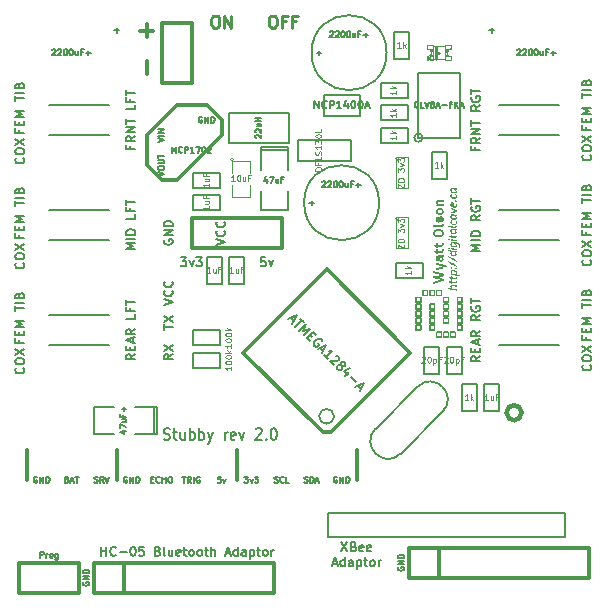
<source format=gto>
G04 (created by PCBNEW (2013-dec-23)-stable) date Thu 04 Sep 2014 08:14:04 PM MDT*
%MOIN*%
G04 Gerber Fmt 3.4, Leading zero omitted, Abs format*
%FSLAX34Y34*%
G01*
G70*
G90*
G04 APERTURE LIST*
%ADD10C,0.00590551*%
%ADD11C,0.005*%
%ADD12C,0.0075*%
%ADD13C,0.011811*%
%ADD14C,0.01*%
%ADD15C,0.012*%
%ADD16C,0.0031*%
%ADD17C,0.0001*%
%ADD18C,0.008*%
%ADD19C,0.0159055*%
%ADD20C,0.0026*%
%ADD21C,0.004*%
%ADD22C,0.002*%
%ADD23C,0.0039*%
%ADD24C,0.0045*%
%ADD25C,0.0043*%
G04 APERTURE END LIST*
G54D10*
G54D11*
X23757Y-21321D02*
X23785Y-21330D01*
X23833Y-21330D01*
X23852Y-21321D01*
X23861Y-21311D01*
X23871Y-21292D01*
X23871Y-21273D01*
X23861Y-21254D01*
X23852Y-21245D01*
X23833Y-21235D01*
X23795Y-21226D01*
X23776Y-21216D01*
X23766Y-21207D01*
X23757Y-21188D01*
X23757Y-21169D01*
X23766Y-21150D01*
X23776Y-21140D01*
X23795Y-21130D01*
X23842Y-21130D01*
X23871Y-21140D01*
X23957Y-21330D02*
X23957Y-21130D01*
X24004Y-21130D01*
X24033Y-21140D01*
X24052Y-21159D01*
X24061Y-21178D01*
X24071Y-21216D01*
X24071Y-21245D01*
X24061Y-21283D01*
X24052Y-21302D01*
X24033Y-21321D01*
X24004Y-21330D01*
X23957Y-21330D01*
X24147Y-21273D02*
X24242Y-21273D01*
X24128Y-21330D02*
X24195Y-21130D01*
X24261Y-21330D01*
X16757Y-21321D02*
X16785Y-21330D01*
X16833Y-21330D01*
X16852Y-21321D01*
X16861Y-21311D01*
X16871Y-21292D01*
X16871Y-21273D01*
X16861Y-21254D01*
X16852Y-21245D01*
X16833Y-21235D01*
X16795Y-21226D01*
X16776Y-21216D01*
X16766Y-21207D01*
X16757Y-21188D01*
X16757Y-21169D01*
X16766Y-21150D01*
X16776Y-21140D01*
X16795Y-21130D01*
X16842Y-21130D01*
X16871Y-21140D01*
X17071Y-21330D02*
X17004Y-21235D01*
X16957Y-21330D02*
X16957Y-21130D01*
X17033Y-21130D01*
X17052Y-21140D01*
X17061Y-21150D01*
X17071Y-21169D01*
X17071Y-21197D01*
X17061Y-21216D01*
X17052Y-21226D01*
X17033Y-21235D01*
X16957Y-21235D01*
X17128Y-21130D02*
X17195Y-21330D01*
X17261Y-21130D01*
X21761Y-21130D02*
X21885Y-21130D01*
X21819Y-21207D01*
X21847Y-21207D01*
X21866Y-21216D01*
X21876Y-21226D01*
X21885Y-21245D01*
X21885Y-21292D01*
X21876Y-21311D01*
X21866Y-21321D01*
X21847Y-21330D01*
X21790Y-21330D01*
X21771Y-21321D01*
X21761Y-21311D01*
X21952Y-21197D02*
X22000Y-21330D01*
X22047Y-21197D01*
X22104Y-21130D02*
X22228Y-21130D01*
X22161Y-21207D01*
X22190Y-21207D01*
X22209Y-21216D01*
X22219Y-21226D01*
X22228Y-21245D01*
X22228Y-21292D01*
X22219Y-21311D01*
X22209Y-21321D01*
X22190Y-21330D01*
X22133Y-21330D01*
X22114Y-21321D01*
X22104Y-21311D01*
X17847Y-21140D02*
X17828Y-21130D01*
X17800Y-21130D01*
X17771Y-21140D01*
X17752Y-21159D01*
X17742Y-21178D01*
X17733Y-21216D01*
X17733Y-21245D01*
X17742Y-21283D01*
X17752Y-21302D01*
X17771Y-21321D01*
X17800Y-21330D01*
X17819Y-21330D01*
X17847Y-21321D01*
X17857Y-21311D01*
X17857Y-21245D01*
X17819Y-21245D01*
X17942Y-21330D02*
X17942Y-21130D01*
X18057Y-21330D01*
X18057Y-21130D01*
X18152Y-21330D02*
X18152Y-21130D01*
X18200Y-21130D01*
X18228Y-21140D01*
X18247Y-21159D01*
X18257Y-21178D01*
X18266Y-21216D01*
X18266Y-21245D01*
X18257Y-21283D01*
X18247Y-21302D01*
X18228Y-21321D01*
X18200Y-21330D01*
X18152Y-21330D01*
X18880Y-11102D02*
X19080Y-11035D01*
X18880Y-10969D01*
X18880Y-10864D02*
X18880Y-10826D01*
X18890Y-10807D01*
X18909Y-10788D01*
X18947Y-10778D01*
X19014Y-10778D01*
X19052Y-10788D01*
X19071Y-10807D01*
X19080Y-10826D01*
X19080Y-10864D01*
X19071Y-10883D01*
X19052Y-10902D01*
X19014Y-10911D01*
X18947Y-10911D01*
X18909Y-10902D01*
X18890Y-10883D01*
X18880Y-10864D01*
X18880Y-10692D02*
X19042Y-10692D01*
X19061Y-10683D01*
X19071Y-10673D01*
X19080Y-10654D01*
X19080Y-10616D01*
X19071Y-10597D01*
X19061Y-10588D01*
X19042Y-10578D01*
X18880Y-10578D01*
X18880Y-10511D02*
X18880Y-10397D01*
X19080Y-10454D02*
X18880Y-10454D01*
X18880Y-9969D02*
X19080Y-9902D01*
X18880Y-9835D01*
X19080Y-9769D02*
X18880Y-9769D01*
X19080Y-9673D02*
X18880Y-9673D01*
X19080Y-9559D01*
X18880Y-9559D01*
X20347Y-9140D02*
X20328Y-9130D01*
X20300Y-9130D01*
X20271Y-9140D01*
X20252Y-9159D01*
X20242Y-9178D01*
X20233Y-9216D01*
X20233Y-9245D01*
X20242Y-9283D01*
X20252Y-9302D01*
X20271Y-9321D01*
X20300Y-9330D01*
X20319Y-9330D01*
X20347Y-9321D01*
X20357Y-9311D01*
X20357Y-9245D01*
X20319Y-9245D01*
X20442Y-9330D02*
X20442Y-9130D01*
X20557Y-9330D01*
X20557Y-9130D01*
X20652Y-9330D02*
X20652Y-9130D01*
X20700Y-9130D01*
X20728Y-9140D01*
X20747Y-9159D01*
X20757Y-9178D01*
X20766Y-9216D01*
X20766Y-9245D01*
X20757Y-9283D01*
X20747Y-9302D01*
X20728Y-9321D01*
X20700Y-9330D01*
X20652Y-9330D01*
X16390Y-24652D02*
X16380Y-24671D01*
X16380Y-24700D01*
X16390Y-24728D01*
X16409Y-24747D01*
X16428Y-24757D01*
X16466Y-24766D01*
X16495Y-24766D01*
X16533Y-24757D01*
X16552Y-24747D01*
X16571Y-24728D01*
X16580Y-24700D01*
X16580Y-24680D01*
X16571Y-24652D01*
X16561Y-24642D01*
X16495Y-24642D01*
X16495Y-24680D01*
X16580Y-24557D02*
X16380Y-24557D01*
X16580Y-24442D01*
X16380Y-24442D01*
X16580Y-24347D02*
X16380Y-24347D01*
X16380Y-24300D01*
X16390Y-24271D01*
X16409Y-24252D01*
X16428Y-24242D01*
X16466Y-24233D01*
X16495Y-24233D01*
X16533Y-24242D01*
X16552Y-24252D01*
X16571Y-24271D01*
X16580Y-24300D01*
X16580Y-24347D01*
X26890Y-24152D02*
X26880Y-24171D01*
X26880Y-24200D01*
X26890Y-24228D01*
X26909Y-24247D01*
X26928Y-24257D01*
X26966Y-24266D01*
X26995Y-24266D01*
X27033Y-24257D01*
X27052Y-24247D01*
X27071Y-24228D01*
X27080Y-24200D01*
X27080Y-24180D01*
X27071Y-24152D01*
X27061Y-24142D01*
X26995Y-24142D01*
X26995Y-24180D01*
X27080Y-24057D02*
X26880Y-24057D01*
X27080Y-23942D01*
X26880Y-23942D01*
X27080Y-23847D02*
X26880Y-23847D01*
X26880Y-23800D01*
X26890Y-23771D01*
X26909Y-23752D01*
X26928Y-23742D01*
X26966Y-23733D01*
X26995Y-23733D01*
X27033Y-23742D01*
X27052Y-23752D01*
X27071Y-23771D01*
X27080Y-23800D01*
X27080Y-23847D01*
G54D12*
X19066Y-19892D02*
X19116Y-19911D01*
X19200Y-19911D01*
X19233Y-19892D01*
X19250Y-19873D01*
X19266Y-19835D01*
X19266Y-19797D01*
X19250Y-19759D01*
X19233Y-19740D01*
X19200Y-19721D01*
X19133Y-19702D01*
X19100Y-19683D01*
X19083Y-19664D01*
X19066Y-19626D01*
X19066Y-19588D01*
X19083Y-19550D01*
X19100Y-19530D01*
X19133Y-19511D01*
X19216Y-19511D01*
X19266Y-19530D01*
X19366Y-19645D02*
X19500Y-19645D01*
X19416Y-19511D02*
X19416Y-19854D01*
X19433Y-19892D01*
X19466Y-19911D01*
X19500Y-19911D01*
X19766Y-19645D02*
X19766Y-19911D01*
X19616Y-19645D02*
X19616Y-19854D01*
X19633Y-19892D01*
X19666Y-19911D01*
X19716Y-19911D01*
X19750Y-19892D01*
X19766Y-19873D01*
X19933Y-19911D02*
X19933Y-19511D01*
X19933Y-19664D02*
X19966Y-19645D01*
X20033Y-19645D01*
X20066Y-19664D01*
X20083Y-19683D01*
X20100Y-19721D01*
X20100Y-19835D01*
X20083Y-19873D01*
X20066Y-19892D01*
X20033Y-19911D01*
X19966Y-19911D01*
X19933Y-19892D01*
X20250Y-19911D02*
X20250Y-19511D01*
X20250Y-19664D02*
X20283Y-19645D01*
X20350Y-19645D01*
X20383Y-19664D01*
X20400Y-19683D01*
X20416Y-19721D01*
X20416Y-19835D01*
X20400Y-19873D01*
X20383Y-19892D01*
X20350Y-19911D01*
X20283Y-19911D01*
X20250Y-19892D01*
X20533Y-19645D02*
X20616Y-19911D01*
X20699Y-19645D02*
X20616Y-19911D01*
X20583Y-20007D01*
X20566Y-20026D01*
X20533Y-20045D01*
X21099Y-19911D02*
X21099Y-19645D01*
X21099Y-19721D02*
X21116Y-19683D01*
X21133Y-19664D01*
X21166Y-19645D01*
X21199Y-19645D01*
X21449Y-19892D02*
X21416Y-19911D01*
X21349Y-19911D01*
X21316Y-19892D01*
X21299Y-19854D01*
X21299Y-19702D01*
X21316Y-19664D01*
X21349Y-19645D01*
X21416Y-19645D01*
X21449Y-19664D01*
X21466Y-19702D01*
X21466Y-19740D01*
X21299Y-19778D01*
X21583Y-19645D02*
X21666Y-19911D01*
X21749Y-19645D01*
X22133Y-19550D02*
X22149Y-19530D01*
X22183Y-19511D01*
X22266Y-19511D01*
X22299Y-19530D01*
X22316Y-19550D01*
X22333Y-19588D01*
X22333Y-19626D01*
X22316Y-19683D01*
X22116Y-19911D01*
X22333Y-19911D01*
X22483Y-19873D02*
X22499Y-19892D01*
X22483Y-19911D01*
X22466Y-19892D01*
X22483Y-19873D01*
X22483Y-19911D01*
X22716Y-19511D02*
X22749Y-19511D01*
X22783Y-19530D01*
X22799Y-19550D01*
X22816Y-19588D01*
X22833Y-19664D01*
X22833Y-19759D01*
X22816Y-19835D01*
X22799Y-19873D01*
X22783Y-19892D01*
X22749Y-19911D01*
X22716Y-19911D01*
X22683Y-19892D01*
X22666Y-19873D01*
X22649Y-19835D01*
X22633Y-19759D01*
X22633Y-19664D01*
X22649Y-19588D01*
X22666Y-19550D01*
X22683Y-19530D01*
X22716Y-19511D01*
G54D11*
X18647Y-21226D02*
X18714Y-21226D01*
X18742Y-21330D02*
X18647Y-21330D01*
X18647Y-21130D01*
X18742Y-21130D01*
X18942Y-21311D02*
X18933Y-21321D01*
X18904Y-21330D01*
X18885Y-21330D01*
X18857Y-21321D01*
X18838Y-21302D01*
X18828Y-21283D01*
X18819Y-21245D01*
X18819Y-21216D01*
X18828Y-21178D01*
X18838Y-21159D01*
X18857Y-21140D01*
X18885Y-21130D01*
X18904Y-21130D01*
X18933Y-21140D01*
X18942Y-21150D01*
X19028Y-21330D02*
X19028Y-21130D01*
X19028Y-21226D02*
X19142Y-21226D01*
X19142Y-21330D02*
X19142Y-21130D01*
X19276Y-21130D02*
X19314Y-21130D01*
X19333Y-21140D01*
X19352Y-21159D01*
X19361Y-21197D01*
X19361Y-21264D01*
X19352Y-21302D01*
X19333Y-21321D01*
X19314Y-21330D01*
X19276Y-21330D01*
X19257Y-21321D01*
X19238Y-21302D01*
X19228Y-21264D01*
X19228Y-21197D01*
X19238Y-21159D01*
X19257Y-21140D01*
X19276Y-21130D01*
G54D12*
X24992Y-23321D02*
X25192Y-23621D01*
X25192Y-23321D02*
X24992Y-23621D01*
X25407Y-23464D02*
X25450Y-23478D01*
X25464Y-23492D01*
X25478Y-23521D01*
X25478Y-23564D01*
X25464Y-23592D01*
X25450Y-23607D01*
X25421Y-23621D01*
X25307Y-23621D01*
X25307Y-23321D01*
X25407Y-23321D01*
X25435Y-23335D01*
X25450Y-23350D01*
X25464Y-23378D01*
X25464Y-23407D01*
X25450Y-23435D01*
X25435Y-23450D01*
X25407Y-23464D01*
X25307Y-23464D01*
X25721Y-23607D02*
X25692Y-23621D01*
X25635Y-23621D01*
X25607Y-23607D01*
X25592Y-23578D01*
X25592Y-23464D01*
X25607Y-23435D01*
X25635Y-23421D01*
X25692Y-23421D01*
X25721Y-23435D01*
X25735Y-23464D01*
X25735Y-23492D01*
X25592Y-23521D01*
X25978Y-23607D02*
X25950Y-23621D01*
X25892Y-23621D01*
X25864Y-23607D01*
X25850Y-23578D01*
X25850Y-23464D01*
X25864Y-23435D01*
X25892Y-23421D01*
X25950Y-23421D01*
X25978Y-23435D01*
X25992Y-23464D01*
X25992Y-23492D01*
X25850Y-23521D01*
X24707Y-24030D02*
X24849Y-24030D01*
X24678Y-24116D02*
X24778Y-23816D01*
X24878Y-24116D01*
X25107Y-24116D02*
X25107Y-23816D01*
X25107Y-24102D02*
X25078Y-24116D01*
X25021Y-24116D01*
X24992Y-24102D01*
X24978Y-24087D01*
X24964Y-24059D01*
X24964Y-23973D01*
X24978Y-23945D01*
X24992Y-23930D01*
X25021Y-23916D01*
X25078Y-23916D01*
X25107Y-23930D01*
X25378Y-24116D02*
X25378Y-23959D01*
X25364Y-23930D01*
X25335Y-23916D01*
X25278Y-23916D01*
X25250Y-23930D01*
X25378Y-24102D02*
X25350Y-24116D01*
X25278Y-24116D01*
X25250Y-24102D01*
X25235Y-24073D01*
X25235Y-24045D01*
X25250Y-24016D01*
X25278Y-24002D01*
X25350Y-24002D01*
X25378Y-23987D01*
X25521Y-23916D02*
X25521Y-24216D01*
X25521Y-23930D02*
X25550Y-23916D01*
X25607Y-23916D01*
X25635Y-23930D01*
X25650Y-23945D01*
X25664Y-23973D01*
X25664Y-24059D01*
X25650Y-24087D01*
X25635Y-24102D01*
X25607Y-24116D01*
X25550Y-24116D01*
X25521Y-24102D01*
X25750Y-23916D02*
X25864Y-23916D01*
X25792Y-23816D02*
X25792Y-24073D01*
X25807Y-24102D01*
X25835Y-24116D01*
X25864Y-24116D01*
X26007Y-24116D02*
X25978Y-24102D01*
X25964Y-24087D01*
X25950Y-24059D01*
X25950Y-23973D01*
X25964Y-23945D01*
X25978Y-23930D01*
X26007Y-23916D01*
X26050Y-23916D01*
X26078Y-23930D01*
X26092Y-23945D01*
X26107Y-23973D01*
X26107Y-24059D01*
X26092Y-24087D01*
X26078Y-24102D01*
X26050Y-24116D01*
X26007Y-24116D01*
X26235Y-24116D02*
X26235Y-23916D01*
X26235Y-23973D02*
X26250Y-23945D01*
X26264Y-23930D01*
X26292Y-23916D01*
X26321Y-23916D01*
X16992Y-23771D02*
X16992Y-23471D01*
X16992Y-23614D02*
X17164Y-23614D01*
X17164Y-23771D02*
X17164Y-23471D01*
X17478Y-23742D02*
X17464Y-23757D01*
X17421Y-23771D01*
X17392Y-23771D01*
X17349Y-23757D01*
X17321Y-23728D01*
X17307Y-23700D01*
X17292Y-23642D01*
X17292Y-23600D01*
X17307Y-23542D01*
X17321Y-23514D01*
X17349Y-23485D01*
X17392Y-23471D01*
X17421Y-23471D01*
X17464Y-23485D01*
X17478Y-23500D01*
X17607Y-23657D02*
X17835Y-23657D01*
X18035Y-23471D02*
X18064Y-23471D01*
X18092Y-23485D01*
X18107Y-23500D01*
X18121Y-23528D01*
X18135Y-23585D01*
X18135Y-23657D01*
X18121Y-23714D01*
X18107Y-23742D01*
X18092Y-23757D01*
X18064Y-23771D01*
X18035Y-23771D01*
X18007Y-23757D01*
X17992Y-23742D01*
X17978Y-23714D01*
X17964Y-23657D01*
X17964Y-23585D01*
X17978Y-23528D01*
X17992Y-23500D01*
X18007Y-23485D01*
X18035Y-23471D01*
X18407Y-23471D02*
X18264Y-23471D01*
X18249Y-23614D01*
X18264Y-23600D01*
X18292Y-23585D01*
X18364Y-23585D01*
X18392Y-23600D01*
X18407Y-23614D01*
X18421Y-23642D01*
X18421Y-23714D01*
X18407Y-23742D01*
X18392Y-23757D01*
X18364Y-23771D01*
X18292Y-23771D01*
X18264Y-23757D01*
X18249Y-23742D01*
X18878Y-23614D02*
X18921Y-23628D01*
X18935Y-23642D01*
X18949Y-23671D01*
X18949Y-23714D01*
X18935Y-23742D01*
X18921Y-23757D01*
X18892Y-23771D01*
X18778Y-23771D01*
X18778Y-23471D01*
X18878Y-23471D01*
X18907Y-23485D01*
X18921Y-23500D01*
X18935Y-23528D01*
X18935Y-23557D01*
X18921Y-23585D01*
X18907Y-23600D01*
X18878Y-23614D01*
X18778Y-23614D01*
X19121Y-23771D02*
X19092Y-23757D01*
X19078Y-23728D01*
X19078Y-23471D01*
X19364Y-23571D02*
X19364Y-23771D01*
X19235Y-23571D02*
X19235Y-23728D01*
X19249Y-23757D01*
X19278Y-23771D01*
X19321Y-23771D01*
X19349Y-23757D01*
X19364Y-23742D01*
X19621Y-23757D02*
X19592Y-23771D01*
X19535Y-23771D01*
X19507Y-23757D01*
X19492Y-23728D01*
X19492Y-23614D01*
X19507Y-23585D01*
X19535Y-23571D01*
X19592Y-23571D01*
X19621Y-23585D01*
X19635Y-23614D01*
X19635Y-23642D01*
X19492Y-23671D01*
X19721Y-23571D02*
X19835Y-23571D01*
X19764Y-23471D02*
X19764Y-23728D01*
X19778Y-23757D01*
X19807Y-23771D01*
X19835Y-23771D01*
X19978Y-23771D02*
X19949Y-23757D01*
X19935Y-23742D01*
X19921Y-23714D01*
X19921Y-23628D01*
X19935Y-23600D01*
X19949Y-23585D01*
X19978Y-23571D01*
X20021Y-23571D01*
X20049Y-23585D01*
X20064Y-23600D01*
X20078Y-23628D01*
X20078Y-23714D01*
X20064Y-23742D01*
X20049Y-23757D01*
X20021Y-23771D01*
X19978Y-23771D01*
X20250Y-23771D02*
X20221Y-23757D01*
X20207Y-23742D01*
X20192Y-23714D01*
X20192Y-23628D01*
X20207Y-23600D01*
X20221Y-23585D01*
X20250Y-23571D01*
X20292Y-23571D01*
X20321Y-23585D01*
X20335Y-23600D01*
X20350Y-23628D01*
X20350Y-23714D01*
X20335Y-23742D01*
X20321Y-23757D01*
X20292Y-23771D01*
X20250Y-23771D01*
X20435Y-23571D02*
X20550Y-23571D01*
X20478Y-23471D02*
X20478Y-23728D01*
X20492Y-23757D01*
X20521Y-23771D01*
X20550Y-23771D01*
X20650Y-23771D02*
X20650Y-23471D01*
X20778Y-23771D02*
X20778Y-23614D01*
X20764Y-23585D01*
X20735Y-23571D01*
X20692Y-23571D01*
X20664Y-23585D01*
X20650Y-23600D01*
X21135Y-23685D02*
X21278Y-23685D01*
X21107Y-23771D02*
X21207Y-23471D01*
X21307Y-23771D01*
X21535Y-23771D02*
X21535Y-23471D01*
X21535Y-23757D02*
X21507Y-23771D01*
X21450Y-23771D01*
X21421Y-23757D01*
X21407Y-23742D01*
X21392Y-23714D01*
X21392Y-23628D01*
X21407Y-23600D01*
X21421Y-23585D01*
X21450Y-23571D01*
X21507Y-23571D01*
X21535Y-23585D01*
X21807Y-23771D02*
X21807Y-23614D01*
X21792Y-23585D01*
X21764Y-23571D01*
X21707Y-23571D01*
X21678Y-23585D01*
X21807Y-23757D02*
X21778Y-23771D01*
X21707Y-23771D01*
X21678Y-23757D01*
X21664Y-23728D01*
X21664Y-23700D01*
X21678Y-23671D01*
X21707Y-23657D01*
X21778Y-23657D01*
X21807Y-23642D01*
X21950Y-23571D02*
X21950Y-23871D01*
X21950Y-23585D02*
X21978Y-23571D01*
X22035Y-23571D01*
X22064Y-23585D01*
X22078Y-23600D01*
X22092Y-23628D01*
X22092Y-23714D01*
X22078Y-23742D01*
X22064Y-23757D01*
X22035Y-23771D01*
X21978Y-23771D01*
X21950Y-23757D01*
X22178Y-23571D02*
X22292Y-23571D01*
X22221Y-23471D02*
X22221Y-23728D01*
X22235Y-23757D01*
X22264Y-23771D01*
X22292Y-23771D01*
X22435Y-23771D02*
X22407Y-23757D01*
X22392Y-23742D01*
X22378Y-23714D01*
X22378Y-23628D01*
X22392Y-23600D01*
X22407Y-23585D01*
X22435Y-23571D01*
X22478Y-23571D01*
X22507Y-23585D01*
X22521Y-23600D01*
X22535Y-23628D01*
X22535Y-23714D01*
X22521Y-23742D01*
X22507Y-23757D01*
X22478Y-23771D01*
X22435Y-23771D01*
X22664Y-23771D02*
X22664Y-23571D01*
X22664Y-23628D02*
X22678Y-23600D01*
X22692Y-23585D01*
X22721Y-23571D01*
X22750Y-23571D01*
G54D11*
X14954Y-23830D02*
X14954Y-23630D01*
X15030Y-23630D01*
X15050Y-23640D01*
X15059Y-23650D01*
X15069Y-23669D01*
X15069Y-23697D01*
X15059Y-23716D01*
X15050Y-23726D01*
X15030Y-23735D01*
X14954Y-23735D01*
X15154Y-23830D02*
X15154Y-23697D01*
X15154Y-23735D02*
X15164Y-23716D01*
X15173Y-23707D01*
X15192Y-23697D01*
X15211Y-23697D01*
X15307Y-23830D02*
X15288Y-23821D01*
X15278Y-23811D01*
X15269Y-23792D01*
X15269Y-23735D01*
X15278Y-23716D01*
X15288Y-23707D01*
X15307Y-23697D01*
X15335Y-23697D01*
X15354Y-23707D01*
X15364Y-23716D01*
X15373Y-23735D01*
X15373Y-23792D01*
X15364Y-23811D01*
X15354Y-23821D01*
X15335Y-23830D01*
X15307Y-23830D01*
X15545Y-23697D02*
X15545Y-23859D01*
X15535Y-23878D01*
X15526Y-23888D01*
X15507Y-23897D01*
X15478Y-23897D01*
X15459Y-23888D01*
X15545Y-23821D02*
X15526Y-23830D01*
X15488Y-23830D01*
X15469Y-23821D01*
X15459Y-23811D01*
X15450Y-23792D01*
X15450Y-23735D01*
X15459Y-23716D01*
X15469Y-23707D01*
X15488Y-23697D01*
X15526Y-23697D01*
X15545Y-23707D01*
X14847Y-21140D02*
X14828Y-21130D01*
X14800Y-21130D01*
X14771Y-21140D01*
X14752Y-21159D01*
X14742Y-21178D01*
X14733Y-21216D01*
X14733Y-21245D01*
X14742Y-21283D01*
X14752Y-21302D01*
X14771Y-21321D01*
X14800Y-21330D01*
X14819Y-21330D01*
X14847Y-21321D01*
X14857Y-21311D01*
X14857Y-21245D01*
X14819Y-21245D01*
X14942Y-21330D02*
X14942Y-21130D01*
X15057Y-21330D01*
X15057Y-21130D01*
X15152Y-21330D02*
X15152Y-21130D01*
X15200Y-21130D01*
X15228Y-21140D01*
X15247Y-21159D01*
X15257Y-21178D01*
X15266Y-21216D01*
X15266Y-21245D01*
X15257Y-21283D01*
X15247Y-21302D01*
X15228Y-21321D01*
X15200Y-21330D01*
X15152Y-21330D01*
X15852Y-21226D02*
X15880Y-21235D01*
X15890Y-21245D01*
X15900Y-21264D01*
X15900Y-21292D01*
X15890Y-21311D01*
X15880Y-21321D01*
X15861Y-21330D01*
X15785Y-21330D01*
X15785Y-21130D01*
X15852Y-21130D01*
X15871Y-21140D01*
X15880Y-21150D01*
X15890Y-21169D01*
X15890Y-21188D01*
X15880Y-21207D01*
X15871Y-21216D01*
X15852Y-21226D01*
X15785Y-21226D01*
X15976Y-21273D02*
X16071Y-21273D01*
X15957Y-21330D02*
X16023Y-21130D01*
X16090Y-21330D01*
X16128Y-21130D02*
X16242Y-21130D01*
X16185Y-21330D02*
X16185Y-21130D01*
X19695Y-21130D02*
X19809Y-21130D01*
X19752Y-21330D02*
X19752Y-21130D01*
X19990Y-21330D02*
X19923Y-21235D01*
X19876Y-21330D02*
X19876Y-21130D01*
X19952Y-21130D01*
X19971Y-21140D01*
X19980Y-21150D01*
X19990Y-21169D01*
X19990Y-21197D01*
X19980Y-21216D01*
X19971Y-21226D01*
X19952Y-21235D01*
X19876Y-21235D01*
X20076Y-21330D02*
X20076Y-21130D01*
X20276Y-21140D02*
X20257Y-21130D01*
X20228Y-21130D01*
X20200Y-21140D01*
X20180Y-21159D01*
X20171Y-21178D01*
X20161Y-21216D01*
X20161Y-21245D01*
X20171Y-21283D01*
X20180Y-21302D01*
X20200Y-21321D01*
X20228Y-21330D01*
X20247Y-21330D01*
X20276Y-21321D01*
X20285Y-21311D01*
X20285Y-21245D01*
X20247Y-21245D01*
X20971Y-21130D02*
X20876Y-21130D01*
X20866Y-21226D01*
X20876Y-21216D01*
X20895Y-21207D01*
X20942Y-21207D01*
X20961Y-21216D01*
X20971Y-21226D01*
X20980Y-21245D01*
X20980Y-21292D01*
X20971Y-21311D01*
X20961Y-21321D01*
X20942Y-21330D01*
X20895Y-21330D01*
X20876Y-21321D01*
X20866Y-21311D01*
X21047Y-21197D02*
X21095Y-21330D01*
X21142Y-21197D01*
X24847Y-21140D02*
X24828Y-21130D01*
X24800Y-21130D01*
X24771Y-21140D01*
X24752Y-21159D01*
X24742Y-21178D01*
X24733Y-21216D01*
X24733Y-21245D01*
X24742Y-21283D01*
X24752Y-21302D01*
X24771Y-21321D01*
X24800Y-21330D01*
X24819Y-21330D01*
X24847Y-21321D01*
X24857Y-21311D01*
X24857Y-21245D01*
X24819Y-21245D01*
X24942Y-21330D02*
X24942Y-21130D01*
X25057Y-21330D01*
X25057Y-21130D01*
X25152Y-21330D02*
X25152Y-21130D01*
X25200Y-21130D01*
X25228Y-21140D01*
X25247Y-21159D01*
X25257Y-21178D01*
X25266Y-21216D01*
X25266Y-21245D01*
X25257Y-21283D01*
X25247Y-21302D01*
X25228Y-21321D01*
X25200Y-21330D01*
X25152Y-21330D01*
X22761Y-21321D02*
X22790Y-21330D01*
X22838Y-21330D01*
X22857Y-21321D01*
X22866Y-21311D01*
X22876Y-21292D01*
X22876Y-21273D01*
X22866Y-21254D01*
X22857Y-21245D01*
X22838Y-21235D01*
X22800Y-21226D01*
X22780Y-21216D01*
X22771Y-21207D01*
X22761Y-21188D01*
X22761Y-21169D01*
X22771Y-21150D01*
X22780Y-21140D01*
X22800Y-21130D01*
X22847Y-21130D01*
X22876Y-21140D01*
X23076Y-21311D02*
X23066Y-21321D01*
X23038Y-21330D01*
X23019Y-21330D01*
X22990Y-21321D01*
X22971Y-21302D01*
X22961Y-21283D01*
X22952Y-21245D01*
X22952Y-21216D01*
X22961Y-21178D01*
X22971Y-21159D01*
X22990Y-21140D01*
X23019Y-21130D01*
X23038Y-21130D01*
X23066Y-21140D01*
X23076Y-21150D01*
X23257Y-21330D02*
X23161Y-21330D01*
X23161Y-21130D01*
G54D13*
X18514Y-7275D02*
X18514Y-7724D01*
X18724Y-6264D02*
X18275Y-6264D01*
X18500Y-6489D02*
X18500Y-6039D01*
G54D14*
X20752Y-5761D02*
X20828Y-5761D01*
X20866Y-5780D01*
X20904Y-5819D01*
X20923Y-5895D01*
X20923Y-6028D01*
X20904Y-6104D01*
X20866Y-6142D01*
X20828Y-6161D01*
X20752Y-6161D01*
X20714Y-6142D01*
X20676Y-6104D01*
X20657Y-6028D01*
X20657Y-5895D01*
X20676Y-5819D01*
X20714Y-5780D01*
X20752Y-5761D01*
X21095Y-6161D02*
X21095Y-5761D01*
X21323Y-6161D01*
X21323Y-5761D01*
X22671Y-5761D02*
X22747Y-5761D01*
X22785Y-5780D01*
X22823Y-5819D01*
X22842Y-5895D01*
X22842Y-6028D01*
X22823Y-6104D01*
X22785Y-6142D01*
X22747Y-6161D01*
X22671Y-6161D01*
X22633Y-6142D01*
X22595Y-6104D01*
X22576Y-6028D01*
X22576Y-5895D01*
X22595Y-5819D01*
X22633Y-5780D01*
X22671Y-5761D01*
X23147Y-5952D02*
X23014Y-5952D01*
X23014Y-6161D02*
X23014Y-5761D01*
X23204Y-5761D01*
X23490Y-5952D02*
X23357Y-5952D01*
X23357Y-6161D02*
X23357Y-5761D01*
X23547Y-5761D01*
G54D15*
X19000Y-6000D02*
X20000Y-6000D01*
X20000Y-6000D02*
X20000Y-8000D01*
X20000Y-8000D02*
X19000Y-8000D01*
X19000Y-8000D02*
X19000Y-6000D01*
X21500Y-20250D02*
X21500Y-20250D01*
X21500Y-21250D02*
X21500Y-20250D01*
X21500Y-20250D02*
X21500Y-20250D01*
X25500Y-20250D02*
X25500Y-21250D01*
X21500Y-21250D02*
X21500Y-21250D01*
X21500Y-20250D02*
X21500Y-21250D01*
X21500Y-21250D02*
X21500Y-21250D01*
X17500Y-21250D02*
X17500Y-20250D01*
X14500Y-21250D02*
X14500Y-20250D01*
X17500Y-20250D02*
X17500Y-21250D01*
X23000Y-12500D02*
X23000Y-13500D01*
X23000Y-13500D02*
X20000Y-13500D01*
X20000Y-13500D02*
X20000Y-12500D01*
X20000Y-12500D02*
X23000Y-12500D01*
X27250Y-24500D02*
X27250Y-23500D01*
X27250Y-23500D02*
X33250Y-23500D01*
X33250Y-23500D02*
X33250Y-24500D01*
X33250Y-24500D02*
X27250Y-24500D01*
X28250Y-24500D02*
X28250Y-23500D01*
G54D10*
X24562Y-22356D02*
X32437Y-22356D01*
X32437Y-22356D02*
X32437Y-23143D01*
X32437Y-23143D02*
X24562Y-23143D01*
X24562Y-23143D02*
X24562Y-22356D01*
G54D15*
X14250Y-25000D02*
X14250Y-24000D01*
X14250Y-24000D02*
X16250Y-24000D01*
X16250Y-24000D02*
X16250Y-25000D01*
X16250Y-25000D02*
X14250Y-25000D01*
X16750Y-25000D02*
X16750Y-24000D01*
X16750Y-24000D02*
X22750Y-24000D01*
X22750Y-24000D02*
X22750Y-25000D01*
X22750Y-25000D02*
X16750Y-25000D01*
X17750Y-25000D02*
X17750Y-24000D01*
G54D16*
X26924Y-12537D02*
G75*
G03X26924Y-12537I-62J0D01*
G74*
G01*
X27200Y-13500D02*
X26800Y-13500D01*
X27200Y-12475D02*
X26800Y-12475D01*
X26800Y-13500D02*
X26800Y-12475D01*
X27200Y-12475D02*
X27200Y-13500D01*
X26924Y-10537D02*
G75*
G03X26924Y-10537I-62J0D01*
G74*
G01*
X27200Y-11500D02*
X26800Y-11500D01*
X27200Y-10475D02*
X26800Y-10475D01*
X26800Y-11500D02*
X26800Y-10475D01*
X27200Y-10475D02*
X27200Y-11500D01*
G54D17*
G36*
X29024Y-16052D02*
X29037Y-16065D01*
X29051Y-16079D01*
X29051Y-16106D01*
X28997Y-16106D01*
X28942Y-16106D01*
X28888Y-16106D01*
X28888Y-16160D01*
X28888Y-16215D01*
X28942Y-16215D01*
X28997Y-16215D01*
X28997Y-16160D01*
X28997Y-16106D01*
X29051Y-16106D01*
X29051Y-16161D01*
X29051Y-16242D01*
X29037Y-16256D01*
X29024Y-16269D01*
X28942Y-16269D01*
X28861Y-16269D01*
X28847Y-16256D01*
X28834Y-16242D01*
X28834Y-16160D01*
X28834Y-16079D01*
X28847Y-16065D01*
X28861Y-16052D01*
X28942Y-16052D01*
X29024Y-16052D01*
X29024Y-16052D01*
X29024Y-16052D01*
G37*
G36*
X29024Y-15821D02*
X29037Y-15835D01*
X29051Y-15848D01*
X29051Y-15875D01*
X28888Y-15875D01*
X28888Y-15930D01*
X28888Y-15984D01*
X28942Y-15984D01*
X28997Y-15984D01*
X28996Y-15930D01*
X28996Y-15876D01*
X28942Y-15875D01*
X28888Y-15875D01*
X29051Y-15875D01*
X29051Y-15930D01*
X29051Y-16011D01*
X29037Y-16025D01*
X29024Y-16038D01*
X28942Y-16038D01*
X28859Y-16038D01*
X28847Y-16025D01*
X28834Y-16012D01*
X28834Y-15930D01*
X28834Y-15848D01*
X28847Y-15835D01*
X28861Y-15821D01*
X28942Y-15821D01*
X29024Y-15821D01*
X29024Y-15821D01*
X29024Y-15821D01*
G37*
G36*
X29023Y-15590D02*
X29037Y-15604D01*
X29051Y-15618D01*
X29051Y-15645D01*
X28997Y-15645D01*
X28942Y-15645D01*
X28888Y-15645D01*
X28888Y-15699D01*
X28888Y-15753D01*
X28942Y-15753D01*
X28997Y-15753D01*
X28997Y-15699D01*
X28997Y-15645D01*
X29051Y-15645D01*
X29051Y-15699D01*
X29051Y-15780D01*
X29037Y-15794D01*
X29023Y-15808D01*
X28942Y-15808D01*
X28861Y-15808D01*
X28847Y-15795D01*
X28834Y-15781D01*
X28834Y-15699D01*
X28834Y-15617D01*
X28847Y-15604D01*
X28861Y-15590D01*
X28942Y-15590D01*
X29023Y-15590D01*
X29023Y-15590D01*
X29023Y-15590D01*
G37*
G36*
X29024Y-15360D02*
X29037Y-15374D01*
X29051Y-15387D01*
X29051Y-15414D01*
X28997Y-15414D01*
X28942Y-15414D01*
X28888Y-15414D01*
X28888Y-15469D01*
X28888Y-15523D01*
X28941Y-15523D01*
X28952Y-15523D01*
X28963Y-15523D01*
X28972Y-15523D01*
X28980Y-15523D01*
X28987Y-15523D01*
X28992Y-15523D01*
X28995Y-15523D01*
X28996Y-15523D01*
X28996Y-15521D01*
X28996Y-15518D01*
X28996Y-15513D01*
X28997Y-15506D01*
X28997Y-15498D01*
X28997Y-15489D01*
X28997Y-15478D01*
X28997Y-15468D01*
X28997Y-15414D01*
X29051Y-15414D01*
X29051Y-15469D01*
X29051Y-15550D01*
X29037Y-15564D01*
X29024Y-15577D01*
X28942Y-15577D01*
X28861Y-15577D01*
X28847Y-15564D01*
X28834Y-15550D01*
X28834Y-15468D01*
X28834Y-15386D01*
X28847Y-15373D01*
X28860Y-15360D01*
X28942Y-15360D01*
X29024Y-15360D01*
X29024Y-15360D01*
X29024Y-15360D01*
G37*
G36*
X29024Y-15129D02*
X29037Y-15143D01*
X29051Y-15156D01*
X29051Y-15183D01*
X28997Y-15183D01*
X28942Y-15183D01*
X28888Y-15183D01*
X28888Y-15238D01*
X28888Y-15293D01*
X28942Y-15293D01*
X28997Y-15293D01*
X28997Y-15238D01*
X28997Y-15183D01*
X29051Y-15183D01*
X29051Y-15238D01*
X29051Y-15320D01*
X29037Y-15333D01*
X29024Y-15347D01*
X28942Y-15347D01*
X28861Y-15347D01*
X28847Y-15333D01*
X28834Y-15319D01*
X28834Y-15238D01*
X28834Y-15156D01*
X28847Y-15143D01*
X28861Y-15129D01*
X28942Y-15129D01*
X29024Y-15129D01*
X29024Y-15129D01*
X29024Y-15129D01*
G37*
G36*
X28640Y-13296D02*
X28641Y-13296D01*
X28644Y-13297D01*
X28649Y-13297D01*
X28656Y-13299D01*
X28665Y-13300D01*
X28675Y-13301D01*
X28686Y-13303D01*
X28698Y-13305D01*
X28711Y-13307D01*
X28724Y-13309D01*
X28738Y-13311D01*
X28752Y-13314D01*
X28767Y-13316D01*
X28781Y-13318D01*
X28795Y-13321D01*
X28809Y-13323D01*
X28822Y-13325D01*
X28834Y-13327D01*
X28845Y-13329D01*
X28855Y-13331D01*
X28864Y-13332D01*
X28871Y-13333D01*
X28877Y-13334D01*
X28880Y-13335D01*
X28882Y-13335D01*
X28895Y-13339D01*
X28906Y-13345D01*
X28907Y-13345D01*
X28668Y-13345D01*
X28667Y-13345D01*
X28667Y-13346D01*
X28666Y-13348D01*
X28666Y-13351D01*
X28666Y-13356D01*
X28666Y-13362D01*
X28666Y-13371D01*
X28666Y-13373D01*
X28666Y-13383D01*
X28666Y-13391D01*
X28666Y-13398D01*
X28667Y-13403D01*
X28668Y-13407D01*
X28669Y-13410D01*
X28670Y-13413D01*
X28672Y-13416D01*
X28673Y-13417D01*
X28676Y-13421D01*
X28681Y-13425D01*
X28687Y-13429D01*
X28694Y-13433D01*
X28698Y-13435D01*
X28706Y-13437D01*
X28715Y-13440D01*
X28726Y-13442D01*
X28738Y-13444D01*
X28750Y-13446D01*
X28762Y-13447D01*
X28772Y-13447D01*
X28781Y-13445D01*
X28788Y-13442D01*
X28794Y-13438D01*
X28798Y-13432D01*
X28799Y-13428D01*
X28800Y-13424D01*
X28800Y-13419D01*
X28800Y-13412D01*
X28800Y-13405D01*
X28799Y-13399D01*
X28798Y-13394D01*
X28797Y-13389D01*
X28796Y-13383D01*
X28795Y-13377D01*
X28794Y-13372D01*
X28792Y-13368D01*
X28791Y-13366D01*
X28791Y-13366D01*
X28790Y-13365D01*
X28787Y-13365D01*
X28782Y-13364D01*
X28775Y-13363D01*
X28768Y-13361D01*
X28759Y-13360D01*
X28749Y-13358D01*
X28739Y-13357D01*
X28729Y-13355D01*
X28719Y-13353D01*
X28709Y-13352D01*
X28699Y-13350D01*
X28691Y-13349D01*
X28683Y-13347D01*
X28677Y-13346D01*
X28672Y-13346D01*
X28669Y-13345D01*
X28668Y-13345D01*
X28907Y-13345D01*
X28916Y-13351D01*
X28924Y-13359D01*
X28931Y-13369D01*
X28933Y-13373D01*
X28935Y-13378D01*
X28937Y-13382D01*
X28938Y-13387D01*
X28939Y-13393D01*
X28940Y-13399D01*
X28940Y-13406D01*
X28940Y-13414D01*
X28939Y-13423D01*
X28938Y-13434D01*
X28937Y-13447D01*
X28936Y-13462D01*
X28936Y-13463D01*
X28935Y-13473D01*
X28934Y-13482D01*
X28933Y-13491D01*
X28932Y-13498D01*
X28931Y-13503D01*
X28931Y-13507D01*
X28931Y-13509D01*
X28931Y-13509D01*
X28929Y-13509D01*
X28926Y-13509D01*
X28922Y-13509D01*
X28917Y-13508D01*
X28916Y-13508D01*
X28902Y-13506D01*
X28901Y-13456D01*
X28901Y-13405D01*
X28898Y-13399D01*
X28893Y-13392D01*
X28887Y-13386D01*
X28880Y-13381D01*
X28876Y-13380D01*
X28874Y-13379D01*
X28870Y-13378D01*
X28864Y-13377D01*
X28858Y-13376D01*
X28851Y-13374D01*
X28844Y-13373D01*
X28838Y-13372D01*
X28832Y-13371D01*
X28828Y-13371D01*
X28825Y-13371D01*
X28824Y-13371D01*
X28824Y-13372D01*
X28825Y-13375D01*
X28827Y-13378D01*
X28827Y-13380D01*
X28831Y-13389D01*
X28833Y-13396D01*
X28835Y-13403D01*
X28836Y-13410D01*
X28836Y-13419D01*
X28836Y-13426D01*
X28836Y-13434D01*
X28836Y-13439D01*
X28836Y-13443D01*
X28835Y-13447D01*
X28835Y-13450D01*
X28834Y-13453D01*
X28830Y-13462D01*
X28825Y-13469D01*
X28819Y-13476D01*
X28815Y-13479D01*
X28811Y-13482D01*
X28806Y-13484D01*
X28800Y-13486D01*
X28796Y-13488D01*
X28792Y-13489D01*
X28789Y-13489D01*
X28785Y-13490D01*
X28781Y-13490D01*
X28775Y-13490D01*
X28768Y-13490D01*
X28764Y-13490D01*
X28743Y-13490D01*
X28724Y-13487D01*
X28706Y-13484D01*
X28690Y-13479D01*
X28675Y-13472D01*
X28666Y-13467D01*
X28660Y-13463D01*
X28653Y-13457D01*
X28647Y-13450D01*
X28642Y-13443D01*
X28639Y-13439D01*
X28636Y-13432D01*
X28633Y-13424D01*
X28631Y-13415D01*
X28630Y-13408D01*
X28629Y-13405D01*
X28629Y-13399D01*
X28630Y-13392D01*
X28630Y-13384D01*
X28630Y-13375D01*
X28631Y-13366D01*
X28632Y-13357D01*
X28632Y-13349D01*
X28633Y-13341D01*
X28633Y-13341D01*
X28634Y-13335D01*
X28635Y-13329D01*
X28636Y-13322D01*
X28637Y-13316D01*
X28637Y-13309D01*
X28638Y-13304D01*
X28639Y-13300D01*
X28640Y-13297D01*
X28640Y-13296D01*
X28640Y-13296D01*
X28640Y-13296D01*
G37*
G36*
X28709Y-14238D02*
X28719Y-14238D01*
X28730Y-14239D01*
X28743Y-14241D01*
X28750Y-14242D01*
X28764Y-14245D01*
X28776Y-14248D01*
X28787Y-14252D01*
X28797Y-14257D01*
X28806Y-14262D01*
X28807Y-14263D01*
X28817Y-14271D01*
X28825Y-14280D01*
X28827Y-14282D01*
X28709Y-14282D01*
X28702Y-14283D01*
X28695Y-14283D01*
X28690Y-14284D01*
X28689Y-14284D01*
X28681Y-14287D01*
X28675Y-14291D01*
X28671Y-14296D01*
X28668Y-14302D01*
X28668Y-14332D01*
X28668Y-14362D01*
X28729Y-14372D01*
X28740Y-14374D01*
X28751Y-14376D01*
X28761Y-14378D01*
X28770Y-14379D01*
X28778Y-14380D01*
X28784Y-14381D01*
X28789Y-14382D01*
X28791Y-14382D01*
X28792Y-14382D01*
X28793Y-14381D01*
X28795Y-14378D01*
X28797Y-14373D01*
X28799Y-14368D01*
X28800Y-14361D01*
X28802Y-14355D01*
X28802Y-14349D01*
X28803Y-14345D01*
X28802Y-14341D01*
X28802Y-14336D01*
X28802Y-14331D01*
X28802Y-14330D01*
X28800Y-14320D01*
X28796Y-14313D01*
X28791Y-14306D01*
X28784Y-14300D01*
X28777Y-14296D01*
X28771Y-14294D01*
X28763Y-14291D01*
X28754Y-14289D01*
X28745Y-14287D01*
X28736Y-14285D01*
X28730Y-14284D01*
X28724Y-14283D01*
X28717Y-14283D01*
X28709Y-14282D01*
X28827Y-14282D01*
X28832Y-14291D01*
X28836Y-14302D01*
X28838Y-14315D01*
X28839Y-14330D01*
X28838Y-14341D01*
X28836Y-14355D01*
X28833Y-14368D01*
X28830Y-14378D01*
X28829Y-14380D01*
X28827Y-14384D01*
X28826Y-14387D01*
X28826Y-14388D01*
X28826Y-14388D01*
X28827Y-14388D01*
X28831Y-14389D01*
X28835Y-14390D01*
X28842Y-14391D01*
X28849Y-14392D01*
X28858Y-14394D01*
X28867Y-14395D01*
X28877Y-14397D01*
X28887Y-14398D01*
X28896Y-14400D01*
X28906Y-14402D01*
X28914Y-14403D01*
X28922Y-14404D01*
X28929Y-14405D01*
X28934Y-14406D01*
X28937Y-14407D01*
X28938Y-14407D01*
X28939Y-14408D01*
X28939Y-14411D01*
X28939Y-14415D01*
X28939Y-14421D01*
X28939Y-14428D01*
X28939Y-14429D01*
X28939Y-14452D01*
X28937Y-14451D01*
X28935Y-14451D01*
X28932Y-14450D01*
X28926Y-14449D01*
X28919Y-14448D01*
X28910Y-14446D01*
X28899Y-14445D01*
X28887Y-14443D01*
X28873Y-14440D01*
X28859Y-14438D01*
X28843Y-14435D01*
X28826Y-14433D01*
X28809Y-14430D01*
X28791Y-14427D01*
X28787Y-14426D01*
X28769Y-14423D01*
X28752Y-14420D01*
X28735Y-14418D01*
X28719Y-14415D01*
X28704Y-14412D01*
X28691Y-14410D01*
X28678Y-14408D01*
X28668Y-14406D01*
X28658Y-14405D01*
X28651Y-14403D01*
X28645Y-14402D01*
X28641Y-14402D01*
X28639Y-14401D01*
X28639Y-14401D01*
X28639Y-14400D01*
X28638Y-14397D01*
X28637Y-14393D01*
X28637Y-14392D01*
X28635Y-14379D01*
X28634Y-14365D01*
X28633Y-14351D01*
X28632Y-14335D01*
X28632Y-14321D01*
X28632Y-14311D01*
X28632Y-14303D01*
X28632Y-14297D01*
X28632Y-14292D01*
X28632Y-14289D01*
X28632Y-14286D01*
X28633Y-14283D01*
X28633Y-14282D01*
X28636Y-14273D01*
X28639Y-14266D01*
X28644Y-14260D01*
X28646Y-14257D01*
X28654Y-14251D01*
X28663Y-14246D01*
X28673Y-14242D01*
X28685Y-14239D01*
X28698Y-14238D01*
X28709Y-14238D01*
X28709Y-14238D01*
X28709Y-14238D01*
G37*
G36*
X28541Y-13940D02*
X28542Y-13941D01*
X28545Y-13942D01*
X28550Y-13945D01*
X28557Y-13948D01*
X28565Y-13952D01*
X28574Y-13957D01*
X28586Y-13962D01*
X28598Y-13968D01*
X28611Y-13975D01*
X28626Y-13982D01*
X28642Y-13990D01*
X28658Y-13998D01*
X28675Y-14006D01*
X28693Y-14015D01*
X28702Y-14019D01*
X28863Y-14098D01*
X28863Y-14121D01*
X28864Y-14145D01*
X28856Y-14141D01*
X28854Y-14140D01*
X28851Y-14139D01*
X28845Y-14136D01*
X28838Y-14132D01*
X28829Y-14128D01*
X28819Y-14123D01*
X28807Y-14117D01*
X28794Y-14111D01*
X28780Y-14104D01*
X28765Y-14097D01*
X28749Y-14089D01*
X28732Y-14081D01*
X28715Y-14072D01*
X28697Y-14063D01*
X28695Y-14062D01*
X28541Y-13987D01*
X28541Y-13963D01*
X28541Y-13956D01*
X28541Y-13950D01*
X28541Y-13945D01*
X28541Y-13942D01*
X28541Y-13940D01*
X28541Y-13940D01*
X28541Y-13940D01*
X28541Y-13940D01*
G37*
G36*
X28542Y-13774D02*
X28543Y-13774D01*
X28546Y-13776D01*
X28551Y-13778D01*
X28558Y-13782D01*
X28566Y-13786D01*
X28576Y-13790D01*
X28587Y-13796D01*
X28599Y-13802D01*
X28613Y-13809D01*
X28628Y-13816D01*
X28643Y-13824D01*
X28660Y-13832D01*
X28677Y-13840D01*
X28695Y-13849D01*
X28703Y-13853D01*
X28863Y-13932D01*
X28863Y-13955D01*
X28864Y-13978D01*
X28837Y-13965D01*
X28832Y-13963D01*
X28826Y-13960D01*
X28818Y-13956D01*
X28808Y-13951D01*
X28797Y-13946D01*
X28785Y-13940D01*
X28771Y-13933D01*
X28757Y-13926D01*
X28742Y-13918D01*
X28726Y-13910D01*
X28709Y-13902D01*
X28692Y-13894D01*
X28676Y-13886D01*
X28541Y-13820D01*
X28541Y-13797D01*
X28541Y-13788D01*
X28541Y-13781D01*
X28541Y-13777D01*
X28541Y-13774D01*
X28542Y-13774D01*
X28542Y-13774D01*
X28542Y-13774D01*
G37*
G36*
X28681Y-11980D02*
X28694Y-11981D01*
X28706Y-11984D01*
X28717Y-11988D01*
X28726Y-11994D01*
X28733Y-12000D01*
X28739Y-12006D01*
X28743Y-12012D01*
X28745Y-12017D01*
X28749Y-12025D01*
X28687Y-12025D01*
X28680Y-12026D01*
X28675Y-12028D01*
X28671Y-12032D01*
X28670Y-12033D01*
X28668Y-12039D01*
X28667Y-12046D01*
X28666Y-12054D01*
X28666Y-12063D01*
X28667Y-12067D01*
X28668Y-12076D01*
X28670Y-12084D01*
X28673Y-12090D01*
X28677Y-12096D01*
X28682Y-12100D01*
X28689Y-12104D01*
X28697Y-12108D01*
X28707Y-12111D01*
X28719Y-12114D01*
X28721Y-12114D01*
X28722Y-12114D01*
X28723Y-12114D01*
X28723Y-12112D01*
X28724Y-12110D01*
X28724Y-12106D01*
X28724Y-12101D01*
X28724Y-12094D01*
X28724Y-12088D01*
X28724Y-12080D01*
X28723Y-12074D01*
X28723Y-12068D01*
X28722Y-12064D01*
X28721Y-12060D01*
X28721Y-12059D01*
X28718Y-12048D01*
X28713Y-12040D01*
X28707Y-12033D01*
X28701Y-12028D01*
X28693Y-12026D01*
X28687Y-12025D01*
X28749Y-12025D01*
X28750Y-12027D01*
X28754Y-12038D01*
X28756Y-12049D01*
X28757Y-12051D01*
X28758Y-12057D01*
X28758Y-12065D01*
X28758Y-12073D01*
X28758Y-12082D01*
X28758Y-12091D01*
X28757Y-12099D01*
X28756Y-12106D01*
X28756Y-12108D01*
X28755Y-12112D01*
X28755Y-12116D01*
X28754Y-12118D01*
X28755Y-12119D01*
X28756Y-12119D01*
X28759Y-12119D01*
X28763Y-12120D01*
X28765Y-12120D01*
X28775Y-12120D01*
X28782Y-12120D01*
X28788Y-12118D01*
X28793Y-12115D01*
X28797Y-12110D01*
X28799Y-12104D01*
X28800Y-12098D01*
X28801Y-12093D01*
X28801Y-12086D01*
X28801Y-12077D01*
X28801Y-12068D01*
X28801Y-12058D01*
X28800Y-12048D01*
X28800Y-12038D01*
X28799Y-12029D01*
X28798Y-12022D01*
X28797Y-12016D01*
X28797Y-12011D01*
X28796Y-12007D01*
X28796Y-12004D01*
X28796Y-12004D01*
X28797Y-12004D01*
X28800Y-12004D01*
X28805Y-12004D01*
X28810Y-12005D01*
X28815Y-12005D01*
X28819Y-12006D01*
X28823Y-12007D01*
X28826Y-12007D01*
X28827Y-12009D01*
X28828Y-12012D01*
X28830Y-12017D01*
X28831Y-12023D01*
X28833Y-12031D01*
X28834Y-12038D01*
X28835Y-12047D01*
X28836Y-12055D01*
X28837Y-12060D01*
X28838Y-12079D01*
X28839Y-12097D01*
X28838Y-12109D01*
X28837Y-12120D01*
X28836Y-12128D01*
X28833Y-12135D01*
X28829Y-12142D01*
X28825Y-12147D01*
X28823Y-12149D01*
X28816Y-12154D01*
X28808Y-12158D01*
X28799Y-12161D01*
X28789Y-12163D01*
X28777Y-12164D01*
X28769Y-12164D01*
X28756Y-12164D01*
X28742Y-12162D01*
X28728Y-12160D01*
X28714Y-12158D01*
X28700Y-12154D01*
X28688Y-12151D01*
X28676Y-12146D01*
X28667Y-12142D01*
X28659Y-12137D01*
X28651Y-12130D01*
X28643Y-12120D01*
X28638Y-12109D01*
X28633Y-12096D01*
X28630Y-12083D01*
X28630Y-12077D01*
X28629Y-12069D01*
X28629Y-12060D01*
X28629Y-12051D01*
X28630Y-12043D01*
X28630Y-12035D01*
X28631Y-12030D01*
X28634Y-12017D01*
X28638Y-12007D01*
X28642Y-11998D01*
X28648Y-11991D01*
X28652Y-11988D01*
X28658Y-11984D01*
X28664Y-11982D01*
X28670Y-11981D01*
X28678Y-11980D01*
X28681Y-11980D01*
X28681Y-11980D01*
X28681Y-11980D01*
G37*
G36*
X28535Y-13573D02*
X28536Y-13573D01*
X28540Y-13573D01*
X28545Y-13574D01*
X28552Y-13575D01*
X28561Y-13577D01*
X28571Y-13578D01*
X28583Y-13580D01*
X28597Y-13582D01*
X28611Y-13585D01*
X28627Y-13587D01*
X28644Y-13590D01*
X28661Y-13593D01*
X28679Y-13596D01*
X28685Y-13597D01*
X28835Y-13620D01*
X28835Y-13638D01*
X28835Y-13640D01*
X28676Y-13640D01*
X28675Y-13640D01*
X28674Y-13642D01*
X28673Y-13645D01*
X28672Y-13650D01*
X28671Y-13655D01*
X28670Y-13661D01*
X28669Y-13666D01*
X28668Y-13669D01*
X28668Y-13674D01*
X28667Y-13680D01*
X28667Y-13687D01*
X28667Y-13690D01*
X28667Y-13696D01*
X28667Y-13700D01*
X28668Y-13704D01*
X28669Y-13706D01*
X28670Y-13709D01*
X28673Y-13714D01*
X28678Y-13719D01*
X28685Y-13723D01*
X28693Y-13727D01*
X28703Y-13730D01*
X28715Y-13733D01*
X28719Y-13734D01*
X28731Y-13736D01*
X28742Y-13738D01*
X28752Y-13739D01*
X28762Y-13739D01*
X28766Y-13739D01*
X28772Y-13739D01*
X28777Y-13738D01*
X28781Y-13737D01*
X28784Y-13736D01*
X28785Y-13736D01*
X28791Y-13732D01*
X28795Y-13727D01*
X28798Y-13722D01*
X28798Y-13721D01*
X28798Y-13717D01*
X28798Y-13711D01*
X28798Y-13705D01*
X28797Y-13698D01*
X28796Y-13692D01*
X28796Y-13690D01*
X28795Y-13686D01*
X28793Y-13681D01*
X28792Y-13676D01*
X28790Y-13670D01*
X28788Y-13665D01*
X28786Y-13661D01*
X28785Y-13658D01*
X28784Y-13657D01*
X28784Y-13656D01*
X28783Y-13656D01*
X28779Y-13656D01*
X28774Y-13655D01*
X28768Y-13654D01*
X28760Y-13653D01*
X28751Y-13651D01*
X28740Y-13650D01*
X28730Y-13648D01*
X28719Y-13646D01*
X28709Y-13645D01*
X28699Y-13643D01*
X28691Y-13642D01*
X28685Y-13641D01*
X28679Y-13641D01*
X28676Y-13640D01*
X28835Y-13640D01*
X28835Y-13656D01*
X28826Y-13659D01*
X28821Y-13660D01*
X28818Y-13661D01*
X28816Y-13662D01*
X28815Y-13662D01*
X28816Y-13663D01*
X28817Y-13665D01*
X28819Y-13669D01*
X28819Y-13669D01*
X28823Y-13676D01*
X28827Y-13685D01*
X28831Y-13693D01*
X28834Y-13701D01*
X28835Y-13706D01*
X28836Y-13713D01*
X28837Y-13722D01*
X28838Y-13730D01*
X28837Y-13737D01*
X28837Y-13741D01*
X28833Y-13751D01*
X28828Y-13760D01*
X28822Y-13767D01*
X28814Y-13773D01*
X28812Y-13774D01*
X28806Y-13777D01*
X28798Y-13779D01*
X28789Y-13782D01*
X28779Y-13784D01*
X28776Y-13784D01*
X28765Y-13785D01*
X28752Y-13784D01*
X28739Y-13783D01*
X28725Y-13781D01*
X28711Y-13778D01*
X28697Y-13774D01*
X28685Y-13770D01*
X28678Y-13768D01*
X28666Y-13762D01*
X28657Y-13756D01*
X28649Y-13749D01*
X28642Y-13742D01*
X28637Y-13733D01*
X28633Y-13723D01*
X28633Y-13723D01*
X28632Y-13718D01*
X28631Y-13714D01*
X28630Y-13710D01*
X28630Y-13706D01*
X28630Y-13700D01*
X28631Y-13683D01*
X28633Y-13666D01*
X28638Y-13650D01*
X28640Y-13642D01*
X28642Y-13639D01*
X28643Y-13636D01*
X28643Y-13634D01*
X28643Y-13634D01*
X28642Y-13634D01*
X28638Y-13633D01*
X28633Y-13632D01*
X28627Y-13631D01*
X28619Y-13630D01*
X28609Y-13629D01*
X28599Y-13627D01*
X28589Y-13625D01*
X28535Y-13617D01*
X28535Y-13595D01*
X28535Y-13588D01*
X28535Y-13582D01*
X28535Y-13577D01*
X28535Y-13574D01*
X28535Y-13573D01*
X28535Y-13573D01*
X28535Y-13573D01*
G37*
G36*
X28656Y-12864D02*
X28660Y-12864D01*
X28665Y-12864D01*
X28671Y-12865D01*
X28679Y-12866D01*
X28688Y-12867D01*
X28698Y-12869D01*
X28711Y-12871D01*
X28725Y-12873D01*
X28737Y-12875D01*
X28751Y-12877D01*
X28765Y-12879D01*
X28777Y-12880D01*
X28789Y-12882D01*
X28799Y-12884D01*
X28809Y-12885D01*
X28817Y-12886D01*
X28823Y-12887D01*
X28827Y-12888D01*
X28829Y-12888D01*
X28836Y-12889D01*
X28836Y-12906D01*
X28836Y-12910D01*
X28671Y-12910D01*
X28670Y-12911D01*
X28669Y-12914D01*
X28668Y-12918D01*
X28668Y-12920D01*
X28666Y-12928D01*
X28665Y-12937D01*
X28665Y-12947D01*
X28666Y-12957D01*
X28668Y-12965D01*
X28670Y-12973D01*
X28675Y-12981D01*
X28680Y-12987D01*
X28684Y-12991D01*
X28690Y-12994D01*
X28698Y-12997D01*
X28707Y-13000D01*
X28717Y-13003D01*
X28728Y-13005D01*
X28738Y-13007D01*
X28749Y-13009D01*
X28758Y-13009D01*
X28766Y-13009D01*
X28769Y-13009D01*
X28777Y-13008D01*
X28784Y-13006D01*
X28790Y-13002D01*
X28795Y-12998D01*
X28797Y-12994D01*
X28797Y-12993D01*
X28798Y-12990D01*
X28799Y-12988D01*
X28799Y-12985D01*
X28799Y-12981D01*
X28798Y-12975D01*
X28798Y-12969D01*
X28797Y-12964D01*
X28796Y-12959D01*
X28796Y-12959D01*
X28795Y-12955D01*
X28793Y-12950D01*
X28790Y-12944D01*
X28787Y-12938D01*
X28785Y-12933D01*
X28782Y-12929D01*
X28781Y-12928D01*
X28781Y-12927D01*
X28779Y-12927D01*
X28777Y-12926D01*
X28773Y-12925D01*
X28768Y-12924D01*
X28762Y-12923D01*
X28754Y-12922D01*
X28744Y-12920D01*
X28732Y-12919D01*
X28726Y-12918D01*
X28715Y-12916D01*
X28705Y-12914D01*
X28695Y-12913D01*
X28687Y-12912D01*
X28681Y-12911D01*
X28675Y-12910D01*
X28672Y-12910D01*
X28671Y-12910D01*
X28836Y-12910D01*
X28835Y-12923D01*
X28825Y-12926D01*
X28814Y-12929D01*
X28818Y-12935D01*
X28822Y-12941D01*
X28826Y-12948D01*
X28830Y-12957D01*
X28833Y-12966D01*
X28834Y-12969D01*
X28836Y-12976D01*
X28837Y-12983D01*
X28838Y-12991D01*
X28838Y-12999D01*
X28838Y-13005D01*
X28838Y-13006D01*
X28835Y-13016D01*
X28831Y-13025D01*
X28826Y-13033D01*
X28821Y-13037D01*
X28814Y-13043D01*
X28807Y-13047D01*
X28798Y-13050D01*
X28789Y-13052D01*
X28778Y-13053D01*
X28765Y-13053D01*
X28751Y-13052D01*
X28739Y-13051D01*
X28724Y-13049D01*
X28712Y-13047D01*
X28701Y-13044D01*
X28691Y-13040D01*
X28681Y-13036D01*
X28671Y-13031D01*
X28670Y-13031D01*
X28661Y-13025D01*
X28653Y-13018D01*
X28646Y-13011D01*
X28641Y-13003D01*
X28639Y-12999D01*
X28636Y-12992D01*
X28633Y-12986D01*
X28632Y-12980D01*
X28630Y-12973D01*
X28630Y-12965D01*
X28629Y-12959D01*
X28629Y-12948D01*
X28629Y-12937D01*
X28630Y-12927D01*
X28631Y-12916D01*
X28633Y-12906D01*
X28635Y-12897D01*
X28638Y-12889D01*
X28640Y-12882D01*
X28643Y-12875D01*
X28645Y-12873D01*
X28646Y-12871D01*
X28647Y-12869D01*
X28648Y-12868D01*
X28649Y-12866D01*
X28650Y-12865D01*
X28651Y-12865D01*
X28654Y-12864D01*
X28656Y-12864D01*
X28656Y-12864D01*
X28656Y-12864D01*
G37*
G36*
X28642Y-12574D02*
X28645Y-12574D01*
X28649Y-12575D01*
X28654Y-12576D01*
X28659Y-12576D01*
X28664Y-12577D01*
X28667Y-12578D01*
X28669Y-12578D01*
X28669Y-12578D01*
X28669Y-12580D01*
X28669Y-12583D01*
X28669Y-12588D01*
X28669Y-12594D01*
X28669Y-12601D01*
X28668Y-12604D01*
X28668Y-12616D01*
X28667Y-12627D01*
X28667Y-12638D01*
X28667Y-12648D01*
X28667Y-12656D01*
X28667Y-12662D01*
X28668Y-12667D01*
X28668Y-12669D01*
X28671Y-12675D01*
X28675Y-12681D01*
X28680Y-12686D01*
X28681Y-12686D01*
X28688Y-12690D01*
X28696Y-12693D01*
X28705Y-12696D01*
X28716Y-12698D01*
X28726Y-12701D01*
X28737Y-12703D01*
X28748Y-12704D01*
X28758Y-12705D01*
X28768Y-12705D01*
X28776Y-12705D01*
X28782Y-12704D01*
X28785Y-12703D01*
X28790Y-12700D01*
X28795Y-12695D01*
X28798Y-12690D01*
X28799Y-12687D01*
X28800Y-12683D01*
X28800Y-12677D01*
X28800Y-12670D01*
X28800Y-12660D01*
X28800Y-12650D01*
X28800Y-12639D01*
X28799Y-12627D01*
X28799Y-12623D01*
X28798Y-12615D01*
X28798Y-12609D01*
X28797Y-12603D01*
X28797Y-12599D01*
X28797Y-12597D01*
X28797Y-12596D01*
X28798Y-12596D01*
X28801Y-12596D01*
X28806Y-12597D01*
X28811Y-12598D01*
X28812Y-12598D01*
X28826Y-12600D01*
X28829Y-12610D01*
X28833Y-12626D01*
X28836Y-12643D01*
X28837Y-12655D01*
X28837Y-12661D01*
X28838Y-12667D01*
X28838Y-12674D01*
X28838Y-12682D01*
X28838Y-12689D01*
X28838Y-12695D01*
X28838Y-12700D01*
X28837Y-12703D01*
X28836Y-12708D01*
X28834Y-12713D01*
X28832Y-12719D01*
X28829Y-12723D01*
X28829Y-12724D01*
X28822Y-12732D01*
X28813Y-12739D01*
X28803Y-12744D01*
X28797Y-12746D01*
X28794Y-12747D01*
X28791Y-12748D01*
X28787Y-12749D01*
X28784Y-12749D01*
X28779Y-12749D01*
X28772Y-12749D01*
X28769Y-12749D01*
X28747Y-12748D01*
X28726Y-12746D01*
X28705Y-12741D01*
X28686Y-12735D01*
X28677Y-12732D01*
X28665Y-12727D01*
X28655Y-12720D01*
X28647Y-12714D01*
X28640Y-12706D01*
X28635Y-12697D01*
X28632Y-12687D01*
X28630Y-12675D01*
X28630Y-12661D01*
X28630Y-12646D01*
X28630Y-12646D01*
X28631Y-12638D01*
X28632Y-12629D01*
X28633Y-12620D01*
X28634Y-12611D01*
X28636Y-12602D01*
X28637Y-12594D01*
X28638Y-12586D01*
X28639Y-12581D01*
X28640Y-12576D01*
X28641Y-12574D01*
X28642Y-12574D01*
X28642Y-12574D01*
X28642Y-12574D01*
G37*
G36*
X28653Y-12378D02*
X28744Y-12392D01*
X28758Y-12394D01*
X28772Y-12396D01*
X28784Y-12398D01*
X28796Y-12399D01*
X28807Y-12401D01*
X28816Y-12402D01*
X28823Y-12403D01*
X28829Y-12404D01*
X28833Y-12405D01*
X28835Y-12405D01*
X28836Y-12405D01*
X28836Y-12406D01*
X28836Y-12409D01*
X28836Y-12414D01*
X28836Y-12419D01*
X28836Y-12422D01*
X28836Y-12426D01*
X28673Y-12426D01*
X28671Y-12427D01*
X28670Y-12428D01*
X28669Y-12431D01*
X28668Y-12435D01*
X28667Y-12439D01*
X28667Y-12440D01*
X28666Y-12444D01*
X28666Y-12450D01*
X28665Y-12457D01*
X28666Y-12465D01*
X28666Y-12472D01*
X28667Y-12478D01*
X28667Y-12481D01*
X28671Y-12490D01*
X28676Y-12498D01*
X28682Y-12505D01*
X28690Y-12510D01*
X28698Y-12513D01*
X28707Y-12516D01*
X28718Y-12519D01*
X28729Y-12522D01*
X28740Y-12523D01*
X28751Y-12525D01*
X28761Y-12525D01*
X28770Y-12525D01*
X28772Y-12525D01*
X28779Y-12523D01*
X28786Y-12521D01*
X28791Y-12518D01*
X28794Y-12516D01*
X28796Y-12512D01*
X28798Y-12506D01*
X28799Y-12499D01*
X28799Y-12491D01*
X28798Y-12483D01*
X28797Y-12477D01*
X28795Y-12472D01*
X28793Y-12466D01*
X28791Y-12460D01*
X28788Y-12454D01*
X28785Y-12449D01*
X28782Y-12445D01*
X28779Y-12442D01*
X28778Y-12442D01*
X28776Y-12441D01*
X28772Y-12441D01*
X28767Y-12440D01*
X28760Y-12439D01*
X28752Y-12437D01*
X28743Y-12436D01*
X28734Y-12435D01*
X28724Y-12433D01*
X28715Y-12432D01*
X28705Y-12431D01*
X28697Y-12429D01*
X28689Y-12428D01*
X28683Y-12427D01*
X28678Y-12427D01*
X28674Y-12426D01*
X28673Y-12426D01*
X28836Y-12426D01*
X28836Y-12438D01*
X28825Y-12442D01*
X28814Y-12446D01*
X28818Y-12451D01*
X28825Y-12461D01*
X28830Y-12472D01*
X28834Y-12484D01*
X28836Y-12496D01*
X28838Y-12508D01*
X28838Y-12520D01*
X28837Y-12526D01*
X28833Y-12537D01*
X28828Y-12546D01*
X28821Y-12554D01*
X28813Y-12560D01*
X28802Y-12565D01*
X28790Y-12568D01*
X28789Y-12568D01*
X28783Y-12569D01*
X28775Y-12569D01*
X28766Y-12569D01*
X28756Y-12569D01*
X28745Y-12568D01*
X28734Y-12566D01*
X28723Y-12565D01*
X28715Y-12563D01*
X28704Y-12561D01*
X28692Y-12557D01*
X28681Y-12552D01*
X28671Y-12547D01*
X28662Y-12542D01*
X28657Y-12538D01*
X28649Y-12530D01*
X28642Y-12520D01*
X28636Y-12509D01*
X28632Y-12497D01*
X28631Y-12492D01*
X28630Y-12485D01*
X28629Y-12476D01*
X28629Y-12468D01*
X28628Y-12460D01*
X28629Y-12453D01*
X28629Y-12451D01*
X28629Y-12445D01*
X28630Y-12438D01*
X28632Y-12430D01*
X28633Y-12422D01*
X28635Y-12415D01*
X28637Y-12408D01*
X28638Y-12403D01*
X28639Y-12402D01*
X28641Y-12396D01*
X28645Y-12389D01*
X28648Y-12384D01*
X28650Y-12381D01*
X28653Y-12378D01*
X28653Y-12378D01*
X28653Y-12378D01*
G37*
G36*
X28641Y-11696D02*
X28642Y-11696D01*
X28645Y-11696D01*
X28649Y-11696D01*
X28654Y-11697D01*
X28659Y-11698D01*
X28663Y-11699D01*
X28667Y-11699D01*
X28667Y-11699D01*
X28670Y-11700D01*
X28668Y-11723D01*
X28668Y-11732D01*
X28668Y-11743D01*
X28667Y-11753D01*
X28667Y-11763D01*
X28667Y-11769D01*
X28667Y-11777D01*
X28668Y-11783D01*
X28668Y-11787D01*
X28668Y-11790D01*
X28669Y-11792D01*
X28669Y-11794D01*
X28670Y-11796D01*
X28673Y-11801D01*
X28677Y-11805D01*
X28683Y-11809D01*
X28689Y-11812D01*
X28698Y-11815D01*
X28704Y-11817D01*
X28718Y-11821D01*
X28732Y-11823D01*
X28745Y-11826D01*
X28757Y-11827D01*
X28768Y-11827D01*
X28773Y-11827D01*
X28778Y-11827D01*
X28782Y-11826D01*
X28785Y-11825D01*
X28788Y-11824D01*
X28793Y-11820D01*
X28797Y-11815D01*
X28799Y-11810D01*
X28800Y-11806D01*
X28800Y-11800D01*
X28800Y-11793D01*
X28800Y-11784D01*
X28800Y-11774D01*
X28800Y-11763D01*
X28799Y-11751D01*
X28799Y-11744D01*
X28798Y-11737D01*
X28798Y-11730D01*
X28797Y-11725D01*
X28797Y-11720D01*
X28797Y-11718D01*
X28797Y-11718D01*
X28799Y-11718D01*
X28802Y-11718D01*
X28806Y-11718D01*
X28811Y-11719D01*
X28815Y-11720D01*
X28820Y-11721D01*
X28823Y-11722D01*
X28825Y-11722D01*
X28826Y-11722D01*
X28826Y-11724D01*
X28827Y-11727D01*
X28829Y-11732D01*
X28830Y-11738D01*
X28832Y-11744D01*
X28833Y-11750D01*
X28834Y-11754D01*
X28836Y-11763D01*
X28837Y-11773D01*
X28838Y-11784D01*
X28838Y-11794D01*
X28838Y-11804D01*
X28838Y-11814D01*
X28837Y-11822D01*
X28837Y-11828D01*
X28836Y-11830D01*
X28832Y-11840D01*
X28827Y-11849D01*
X28819Y-11857D01*
X28810Y-11863D01*
X28808Y-11864D01*
X28801Y-11867D01*
X28795Y-11869D01*
X28789Y-11870D01*
X28783Y-11871D01*
X28774Y-11871D01*
X28770Y-11871D01*
X28748Y-11870D01*
X28726Y-11867D01*
X28704Y-11863D01*
X28696Y-11861D01*
X28681Y-11856D01*
X28669Y-11850D01*
X28658Y-11844D01*
X28649Y-11837D01*
X28642Y-11830D01*
X28637Y-11821D01*
X28633Y-11811D01*
X28632Y-11808D01*
X28631Y-11801D01*
X28630Y-11793D01*
X28630Y-11783D01*
X28630Y-11772D01*
X28631Y-11760D01*
X28632Y-11747D01*
X28634Y-11734D01*
X28636Y-11721D01*
X28638Y-11709D01*
X28639Y-11707D01*
X28640Y-11703D01*
X28640Y-11699D01*
X28641Y-11696D01*
X28641Y-11696D01*
X28641Y-11696D01*
X28641Y-11696D01*
G37*
G36*
X28655Y-11501D02*
X28657Y-11501D01*
X28660Y-11502D01*
X28664Y-11502D01*
X28669Y-11503D01*
X28676Y-11504D01*
X28684Y-11505D01*
X28693Y-11506D01*
X28705Y-11508D01*
X28718Y-11510D01*
X28733Y-11512D01*
X28743Y-11513D01*
X28757Y-11515D01*
X28771Y-11517D01*
X28783Y-11519D01*
X28795Y-11521D01*
X28805Y-11522D01*
X28815Y-11524D01*
X28822Y-11525D01*
X28828Y-11526D01*
X28832Y-11527D01*
X28834Y-11527D01*
X28835Y-11527D01*
X28835Y-11528D01*
X28836Y-11530D01*
X28836Y-11533D01*
X28836Y-11539D01*
X28836Y-11544D01*
X28836Y-11547D01*
X28672Y-11547D01*
X28671Y-11548D01*
X28671Y-11549D01*
X28670Y-11552D01*
X28668Y-11556D01*
X28668Y-11558D01*
X28666Y-11569D01*
X28665Y-11580D01*
X28666Y-11591D01*
X28668Y-11602D01*
X28671Y-11611D01*
X28673Y-11615D01*
X28676Y-11621D01*
X28682Y-11626D01*
X28688Y-11630D01*
X28696Y-11634D01*
X28706Y-11638D01*
X28718Y-11641D01*
X28732Y-11644D01*
X28735Y-11644D01*
X28749Y-11646D01*
X28761Y-11647D01*
X28772Y-11647D01*
X28781Y-11645D01*
X28788Y-11642D01*
X28793Y-11638D01*
X28795Y-11636D01*
X28798Y-11629D01*
X28799Y-11622D01*
X28799Y-11612D01*
X28798Y-11603D01*
X28796Y-11596D01*
X28793Y-11588D01*
X28790Y-11580D01*
X28786Y-11573D01*
X28780Y-11564D01*
X28729Y-11556D01*
X28718Y-11554D01*
X28708Y-11553D01*
X28699Y-11551D01*
X28690Y-11550D01*
X28684Y-11549D01*
X28678Y-11548D01*
X28675Y-11548D01*
X28674Y-11547D01*
X28672Y-11547D01*
X28836Y-11547D01*
X28835Y-11560D01*
X28825Y-11564D01*
X28815Y-11567D01*
X28820Y-11576D01*
X28827Y-11587D01*
X28832Y-11599D01*
X28836Y-11612D01*
X28838Y-11625D01*
X28838Y-11637D01*
X28837Y-11643D01*
X28835Y-11654D01*
X28831Y-11664D01*
X28825Y-11672D01*
X28823Y-11673D01*
X28816Y-11679D01*
X28809Y-11684D01*
X28800Y-11688D01*
X28790Y-11690D01*
X28779Y-11691D01*
X28766Y-11691D01*
X28760Y-11691D01*
X28742Y-11689D01*
X28726Y-11687D01*
X28711Y-11684D01*
X28698Y-11680D01*
X28685Y-11676D01*
X28676Y-11672D01*
X28670Y-11668D01*
X28665Y-11666D01*
X28661Y-11663D01*
X28658Y-11660D01*
X28654Y-11657D01*
X28652Y-11655D01*
X28647Y-11649D01*
X28643Y-11644D01*
X28639Y-11638D01*
X28636Y-11630D01*
X28633Y-11623D01*
X28631Y-11616D01*
X28630Y-11608D01*
X28629Y-11599D01*
X28629Y-11589D01*
X28629Y-11584D01*
X28629Y-11577D01*
X28629Y-11570D01*
X28629Y-11565D01*
X28630Y-11559D01*
X28631Y-11553D01*
X28632Y-11551D01*
X28633Y-11544D01*
X28635Y-11537D01*
X28636Y-11531D01*
X28638Y-11527D01*
X28640Y-11521D01*
X28643Y-11515D01*
X28646Y-11509D01*
X28649Y-11504D01*
X28651Y-11502D01*
X28651Y-11502D01*
X28652Y-11501D01*
X28653Y-11501D01*
X28655Y-11501D01*
X28655Y-11501D01*
X28655Y-11501D01*
G37*
G36*
X28680Y-14732D02*
X28684Y-14732D01*
X28690Y-14733D01*
X28698Y-14734D01*
X28709Y-14735D01*
X28721Y-14737D01*
X28736Y-14739D01*
X28753Y-14742D01*
X28759Y-14743D01*
X28772Y-14745D01*
X28783Y-14747D01*
X28795Y-14748D01*
X28805Y-14750D01*
X28813Y-14751D01*
X28821Y-14753D01*
X28826Y-14753D01*
X28830Y-14754D01*
X28832Y-14754D01*
X28832Y-14754D01*
X28836Y-14755D01*
X28836Y-14777D01*
X28836Y-14800D01*
X28833Y-14799D01*
X28830Y-14798D01*
X28825Y-14798D01*
X28818Y-14796D01*
X28810Y-14795D01*
X28801Y-14794D01*
X28791Y-14792D01*
X28780Y-14790D01*
X28769Y-14789D01*
X28757Y-14787D01*
X28746Y-14785D01*
X28735Y-14784D01*
X28725Y-14782D01*
X28715Y-14781D01*
X28707Y-14779D01*
X28700Y-14779D01*
X28694Y-14778D01*
X28691Y-14777D01*
X28689Y-14777D01*
X28683Y-14778D01*
X28677Y-14779D01*
X28673Y-14782D01*
X28670Y-14786D01*
X28670Y-14787D01*
X28668Y-14789D01*
X28668Y-14791D01*
X28667Y-14793D01*
X28667Y-14796D01*
X28667Y-14801D01*
X28667Y-14805D01*
X28668Y-14813D01*
X28669Y-14819D01*
X28670Y-14825D01*
X28672Y-14831D01*
X28675Y-14838D01*
X28678Y-14846D01*
X28680Y-14848D01*
X28686Y-14861D01*
X28756Y-14872D01*
X28769Y-14874D01*
X28781Y-14876D01*
X28792Y-14878D01*
X28802Y-14879D01*
X28811Y-14881D01*
X28819Y-14882D01*
X28825Y-14883D01*
X28829Y-14884D01*
X28831Y-14884D01*
X28831Y-14884D01*
X28836Y-14885D01*
X28836Y-14907D01*
X28836Y-14915D01*
X28836Y-14921D01*
X28836Y-14925D01*
X28835Y-14928D01*
X28835Y-14929D01*
X28834Y-14929D01*
X28833Y-14929D01*
X28830Y-14928D01*
X28824Y-14928D01*
X28817Y-14926D01*
X28808Y-14925D01*
X28797Y-14923D01*
X28785Y-14921D01*
X28772Y-14919D01*
X28757Y-14917D01*
X28742Y-14914D01*
X28725Y-14912D01*
X28708Y-14909D01*
X28690Y-14906D01*
X28685Y-14905D01*
X28536Y-14882D01*
X28536Y-14860D01*
X28536Y-14853D01*
X28536Y-14847D01*
X28536Y-14842D01*
X28537Y-14839D01*
X28537Y-14838D01*
X28537Y-14838D01*
X28538Y-14838D01*
X28541Y-14838D01*
X28546Y-14839D01*
X28553Y-14840D01*
X28561Y-14841D01*
X28571Y-14843D01*
X28581Y-14845D01*
X28592Y-14846D01*
X28595Y-14847D01*
X28606Y-14849D01*
X28616Y-14850D01*
X28626Y-14852D01*
X28635Y-14853D01*
X28642Y-14854D01*
X28647Y-14855D01*
X28651Y-14856D01*
X28653Y-14856D01*
X28653Y-14856D01*
X28654Y-14855D01*
X28653Y-14853D01*
X28651Y-14850D01*
X28646Y-14840D01*
X28641Y-14831D01*
X28637Y-14823D01*
X28634Y-14816D01*
X28632Y-14809D01*
X28631Y-14803D01*
X28630Y-14795D01*
X28630Y-14788D01*
X28629Y-14781D01*
X28629Y-14776D01*
X28630Y-14771D01*
X28631Y-14768D01*
X28634Y-14758D01*
X28640Y-14749D01*
X28646Y-14742D01*
X28654Y-14737D01*
X28664Y-14734D01*
X28675Y-14732D01*
X28680Y-14732D01*
X28680Y-14732D01*
X28680Y-14732D01*
G37*
G36*
X28635Y-14577D02*
X28636Y-14577D01*
X28640Y-14577D01*
X28645Y-14578D01*
X28651Y-14579D01*
X28652Y-14579D01*
X28668Y-14582D01*
X28668Y-14607D01*
X28669Y-14632D01*
X28714Y-14640D01*
X28729Y-14642D01*
X28742Y-14644D01*
X28753Y-14646D01*
X28763Y-14647D01*
X28771Y-14647D01*
X28777Y-14648D01*
X28783Y-14648D01*
X28787Y-14647D01*
X28790Y-14646D01*
X28793Y-14645D01*
X28794Y-14643D01*
X28796Y-14642D01*
X28797Y-14639D01*
X28798Y-14635D01*
X28800Y-14630D01*
X28802Y-14624D01*
X28802Y-14624D01*
X28804Y-14618D01*
X28806Y-14613D01*
X28807Y-14611D01*
X28808Y-14609D01*
X28809Y-14609D01*
X28809Y-14609D01*
X28811Y-14609D01*
X28815Y-14610D01*
X28820Y-14610D01*
X28823Y-14611D01*
X28835Y-14613D01*
X28836Y-14633D01*
X28836Y-14640D01*
X28835Y-14646D01*
X28835Y-14652D01*
X28835Y-14656D01*
X28835Y-14658D01*
X28832Y-14668D01*
X28828Y-14676D01*
X28822Y-14682D01*
X28815Y-14687D01*
X28814Y-14687D01*
X28810Y-14689D01*
X28806Y-14691D01*
X28801Y-14692D01*
X28796Y-14693D01*
X28790Y-14693D01*
X28784Y-14693D01*
X28776Y-14693D01*
X28767Y-14692D01*
X28756Y-14690D01*
X28744Y-14689D01*
X28729Y-14686D01*
X28723Y-14685D01*
X28712Y-14684D01*
X28703Y-14682D01*
X28694Y-14681D01*
X28686Y-14680D01*
X28680Y-14679D01*
X28675Y-14678D01*
X28672Y-14677D01*
X28671Y-14677D01*
X28668Y-14677D01*
X28668Y-14694D01*
X28668Y-14702D01*
X28668Y-14707D01*
X28667Y-14710D01*
X28667Y-14711D01*
X28665Y-14711D01*
X28662Y-14711D01*
X28658Y-14710D01*
X28654Y-14709D01*
X28642Y-14707D01*
X28640Y-14702D01*
X28639Y-14698D01*
X28638Y-14693D01*
X28636Y-14687D01*
X28635Y-14684D01*
X28634Y-14679D01*
X28633Y-14675D01*
X28632Y-14672D01*
X28632Y-14671D01*
X28631Y-14671D01*
X28628Y-14670D01*
X28624Y-14668D01*
X28618Y-14667D01*
X28615Y-14666D01*
X28608Y-14664D01*
X28600Y-14661D01*
X28593Y-14659D01*
X28587Y-14657D01*
X28586Y-14657D01*
X28575Y-14654D01*
X28575Y-14636D01*
X28575Y-14629D01*
X28575Y-14624D01*
X28576Y-14620D01*
X28576Y-14619D01*
X28577Y-14618D01*
X28578Y-14618D01*
X28582Y-14619D01*
X28587Y-14620D01*
X28593Y-14620D01*
X28600Y-14622D01*
X28603Y-14622D01*
X28611Y-14623D01*
X28617Y-14624D01*
X28623Y-14625D01*
X28628Y-14626D01*
X28630Y-14626D01*
X28631Y-14626D01*
X28631Y-14626D01*
X28632Y-14625D01*
X28632Y-14624D01*
X28632Y-14621D01*
X28632Y-14618D01*
X28633Y-14612D01*
X28633Y-14605D01*
X28633Y-14601D01*
X28633Y-14593D01*
X28633Y-14587D01*
X28633Y-14583D01*
X28633Y-14580D01*
X28633Y-14578D01*
X28634Y-14577D01*
X28634Y-14577D01*
X28635Y-14577D01*
X28635Y-14577D01*
X28635Y-14577D01*
G37*
G36*
X28635Y-14432D02*
X28636Y-14432D01*
X28640Y-14433D01*
X28645Y-14434D01*
X28651Y-14434D01*
X28652Y-14435D01*
X28668Y-14437D01*
X28668Y-14463D01*
X28668Y-14471D01*
X28668Y-14477D01*
X28669Y-14483D01*
X28669Y-14486D01*
X28669Y-14488D01*
X28669Y-14488D01*
X28671Y-14488D01*
X28674Y-14489D01*
X28679Y-14490D01*
X28686Y-14491D01*
X28694Y-14492D01*
X28703Y-14493D01*
X28712Y-14495D01*
X28714Y-14495D01*
X28730Y-14498D01*
X28743Y-14500D01*
X28754Y-14501D01*
X28763Y-14502D01*
X28771Y-14503D01*
X28777Y-14503D01*
X28783Y-14503D01*
X28787Y-14503D01*
X28790Y-14502D01*
X28792Y-14501D01*
X28794Y-14499D01*
X28796Y-14497D01*
X28797Y-14495D01*
X28798Y-14493D01*
X28799Y-14488D01*
X28801Y-14483D01*
X28803Y-14478D01*
X28804Y-14473D01*
X28805Y-14469D01*
X28806Y-14466D01*
X28807Y-14464D01*
X28808Y-14465D01*
X28811Y-14465D01*
X28815Y-14466D01*
X28820Y-14466D01*
X28820Y-14466D01*
X28826Y-14467D01*
X28830Y-14468D01*
X28834Y-14469D01*
X28835Y-14469D01*
X28835Y-14470D01*
X28836Y-14473D01*
X28836Y-14477D01*
X28836Y-14483D01*
X28836Y-14489D01*
X28836Y-14495D01*
X28835Y-14501D01*
X28835Y-14507D01*
X28835Y-14511D01*
X28835Y-14514D01*
X28832Y-14523D01*
X28828Y-14531D01*
X28822Y-14538D01*
X28814Y-14543D01*
X28805Y-14547D01*
X28794Y-14549D01*
X28782Y-14549D01*
X28780Y-14549D01*
X28776Y-14549D01*
X28771Y-14548D01*
X28764Y-14547D01*
X28755Y-14546D01*
X28745Y-14544D01*
X28735Y-14543D01*
X28725Y-14541D01*
X28721Y-14541D01*
X28711Y-14539D01*
X28701Y-14538D01*
X28692Y-14536D01*
X28685Y-14535D01*
X28678Y-14534D01*
X28674Y-14533D01*
X28671Y-14533D01*
X28671Y-14533D01*
X28670Y-14533D01*
X28669Y-14534D01*
X28669Y-14535D01*
X28668Y-14537D01*
X28668Y-14541D01*
X28668Y-14547D01*
X28668Y-14550D01*
X28668Y-14567D01*
X28657Y-14565D01*
X28652Y-14565D01*
X28648Y-14564D01*
X28644Y-14563D01*
X28644Y-14563D01*
X28642Y-14562D01*
X28641Y-14560D01*
X28640Y-14558D01*
X28639Y-14553D01*
X28637Y-14547D01*
X28637Y-14545D01*
X28635Y-14537D01*
X28633Y-14531D01*
X28632Y-14528D01*
X28630Y-14526D01*
X28630Y-14526D01*
X28629Y-14526D01*
X28625Y-14525D01*
X28620Y-14523D01*
X28614Y-14521D01*
X28607Y-14519D01*
X28602Y-14518D01*
X28576Y-14510D01*
X28575Y-14491D01*
X28575Y-14473D01*
X28579Y-14474D01*
X28584Y-14475D01*
X28589Y-14476D01*
X28596Y-14477D01*
X28603Y-14478D01*
X28610Y-14479D01*
X28617Y-14480D01*
X28622Y-14481D01*
X28627Y-14481D01*
X28631Y-14482D01*
X28632Y-14482D01*
X28632Y-14482D01*
X28632Y-14480D01*
X28632Y-14477D01*
X28632Y-14472D01*
X28633Y-14466D01*
X28633Y-14459D01*
X28633Y-14457D01*
X28633Y-14448D01*
X28633Y-14442D01*
X28633Y-14438D01*
X28633Y-14435D01*
X28633Y-14433D01*
X28634Y-14432D01*
X28634Y-14432D01*
X28635Y-14432D01*
X28635Y-14432D01*
X28635Y-14432D01*
G37*
G36*
X28794Y-14168D02*
X28797Y-14168D01*
X28801Y-14168D01*
X28806Y-14169D01*
X28812Y-14170D01*
X28814Y-14171D01*
X28821Y-14172D01*
X28827Y-14173D01*
X28831Y-14174D01*
X28833Y-14176D01*
X28835Y-14179D01*
X28835Y-14183D01*
X28836Y-14189D01*
X28836Y-14196D01*
X28836Y-14203D01*
X28836Y-14208D01*
X28836Y-14212D01*
X28835Y-14215D01*
X28835Y-14216D01*
X28834Y-14217D01*
X28832Y-14219D01*
X28828Y-14219D01*
X28825Y-14219D01*
X28821Y-14219D01*
X28815Y-14218D01*
X28809Y-14217D01*
X28803Y-14216D01*
X28798Y-14215D01*
X28795Y-14214D01*
X28793Y-14214D01*
X28791Y-14212D01*
X28790Y-14211D01*
X28789Y-14208D01*
X28788Y-14204D01*
X28788Y-14199D01*
X28788Y-14192D01*
X28788Y-14190D01*
X28788Y-14182D01*
X28788Y-14176D01*
X28789Y-14172D01*
X28790Y-14170D01*
X28791Y-14168D01*
X28793Y-14168D01*
X28794Y-14168D01*
X28794Y-14168D01*
X28794Y-14168D01*
G37*
G36*
X28633Y-13507D02*
X28634Y-13507D01*
X28638Y-13508D01*
X28643Y-13509D01*
X28650Y-13510D01*
X28658Y-13511D01*
X28668Y-13512D01*
X28678Y-13514D01*
X28690Y-13516D01*
X28702Y-13518D01*
X28715Y-13520D01*
X28728Y-13522D01*
X28741Y-13524D01*
X28754Y-13526D01*
X28767Y-13528D01*
X28779Y-13530D01*
X28790Y-13532D01*
X28801Y-13533D01*
X28810Y-13535D01*
X28818Y-13536D01*
X28825Y-13537D01*
X28830Y-13538D01*
X28833Y-13539D01*
X28833Y-13539D01*
X28834Y-13539D01*
X28835Y-13540D01*
X28835Y-13541D01*
X28836Y-13543D01*
X28836Y-13546D01*
X28836Y-13551D01*
X28836Y-13557D01*
X28836Y-13561D01*
X28836Y-13569D01*
X28836Y-13575D01*
X28836Y-13579D01*
X28835Y-13582D01*
X28835Y-13583D01*
X28834Y-13583D01*
X28833Y-13583D01*
X28830Y-13582D01*
X28824Y-13582D01*
X28817Y-13580D01*
X28808Y-13579D01*
X28798Y-13577D01*
X28787Y-13576D01*
X28774Y-13574D01*
X28761Y-13572D01*
X28746Y-13569D01*
X28733Y-13567D01*
X28633Y-13551D01*
X28633Y-13529D01*
X28633Y-13522D01*
X28633Y-13516D01*
X28633Y-13512D01*
X28633Y-13508D01*
X28633Y-13507D01*
X28633Y-13507D01*
X28633Y-13507D01*
G37*
G36*
X28633Y-13212D02*
X28714Y-13225D01*
X28728Y-13227D01*
X28742Y-13230D01*
X28755Y-13232D01*
X28768Y-13234D01*
X28780Y-13236D01*
X28791Y-13237D01*
X28800Y-13239D01*
X28808Y-13240D01*
X28813Y-13241D01*
X28816Y-13241D01*
X28836Y-13244D01*
X28836Y-13267D01*
X28836Y-13289D01*
X28833Y-13288D01*
X28831Y-13288D01*
X28827Y-13287D01*
X28822Y-13287D01*
X28814Y-13285D01*
X28806Y-13284D01*
X28795Y-13282D01*
X28784Y-13280D01*
X28771Y-13278D01*
X28757Y-13276D01*
X28743Y-13274D01*
X28732Y-13272D01*
X28717Y-13270D01*
X28703Y-13268D01*
X28690Y-13266D01*
X28677Y-13264D01*
X28666Y-13262D01*
X28656Y-13260D01*
X28648Y-13259D01*
X28641Y-13258D01*
X28637Y-13257D01*
X28634Y-13256D01*
X28633Y-13256D01*
X28633Y-13255D01*
X28633Y-13252D01*
X28633Y-13247D01*
X28633Y-13241D01*
X28633Y-13234D01*
X28633Y-13234D01*
X28633Y-13212D01*
X28633Y-13212D01*
X28633Y-13212D01*
G37*
G36*
X28633Y-13058D02*
X28651Y-13061D01*
X28668Y-13064D01*
X28668Y-13089D01*
X28669Y-13115D01*
X28714Y-13122D01*
X28729Y-13124D01*
X28741Y-13126D01*
X28752Y-13128D01*
X28761Y-13129D01*
X28768Y-13130D01*
X28775Y-13130D01*
X28779Y-13130D01*
X28783Y-13130D01*
X28787Y-13129D01*
X28789Y-13129D01*
X28789Y-13129D01*
X28792Y-13127D01*
X28794Y-13126D01*
X28796Y-13123D01*
X28798Y-13120D01*
X28800Y-13115D01*
X28802Y-13108D01*
X28803Y-13104D01*
X28804Y-13099D01*
X28805Y-13095D01*
X28807Y-13093D01*
X28809Y-13092D01*
X28811Y-13092D01*
X28815Y-13092D01*
X28821Y-13093D01*
X28823Y-13093D01*
X28835Y-13095D01*
X28836Y-13115D01*
X28836Y-13122D01*
X28835Y-13129D01*
X28835Y-13134D01*
X28835Y-13139D01*
X28835Y-13141D01*
X28832Y-13150D01*
X28828Y-13158D01*
X28822Y-13165D01*
X28814Y-13170D01*
X28805Y-13173D01*
X28794Y-13175D01*
X28785Y-13175D01*
X28781Y-13175D01*
X28777Y-13175D01*
X28771Y-13174D01*
X28765Y-13174D01*
X28757Y-13173D01*
X28748Y-13171D01*
X28738Y-13170D01*
X28725Y-13168D01*
X28724Y-13168D01*
X28714Y-13166D01*
X28704Y-13165D01*
X28695Y-13163D01*
X28687Y-13162D01*
X28680Y-13161D01*
X28676Y-13160D01*
X28673Y-13160D01*
X28672Y-13159D01*
X28668Y-13159D01*
X28668Y-13176D01*
X28668Y-13182D01*
X28668Y-13187D01*
X28668Y-13191D01*
X28667Y-13193D01*
X28667Y-13193D01*
X28666Y-13193D01*
X28663Y-13193D01*
X28658Y-13192D01*
X28654Y-13192D01*
X28642Y-13190D01*
X28640Y-13184D01*
X28639Y-13180D01*
X28638Y-13175D01*
X28636Y-13169D01*
X28635Y-13166D01*
X28634Y-13161D01*
X28633Y-13157D01*
X28632Y-13154D01*
X28632Y-13153D01*
X28631Y-13153D01*
X28628Y-13152D01*
X28623Y-13151D01*
X28618Y-13149D01*
X28613Y-13148D01*
X28606Y-13145D01*
X28599Y-13143D01*
X28592Y-13141D01*
X28587Y-13139D01*
X28585Y-13139D01*
X28575Y-13136D01*
X28575Y-13118D01*
X28575Y-13111D01*
X28575Y-13106D01*
X28576Y-13103D01*
X28576Y-13101D01*
X28576Y-13101D01*
X28577Y-13100D01*
X28578Y-13101D01*
X28582Y-13101D01*
X28587Y-13102D01*
X28593Y-13103D01*
X28600Y-13104D01*
X28604Y-13104D01*
X28611Y-13106D01*
X28618Y-13107D01*
X28624Y-13107D01*
X28628Y-13108D01*
X28630Y-13108D01*
X28631Y-13108D01*
X28631Y-13108D01*
X28632Y-13107D01*
X28632Y-13105D01*
X28632Y-13101D01*
X28633Y-13096D01*
X28633Y-13089D01*
X28633Y-13083D01*
X28633Y-13058D01*
X28633Y-13058D01*
X28633Y-13058D01*
G37*
G36*
X28807Y-12761D02*
X28808Y-12761D01*
X28811Y-12761D01*
X28815Y-12762D01*
X28819Y-12762D01*
X28824Y-12763D01*
X28829Y-12764D01*
X28832Y-12764D01*
X28833Y-12764D01*
X28836Y-12765D01*
X28836Y-12784D01*
X28836Y-12791D01*
X28835Y-12797D01*
X28835Y-12803D01*
X28835Y-12807D01*
X28835Y-12808D01*
X28832Y-12818D01*
X28828Y-12826D01*
X28823Y-12833D01*
X28816Y-12838D01*
X28812Y-12840D01*
X28804Y-12843D01*
X28794Y-12845D01*
X28783Y-12845D01*
X28778Y-12845D01*
X28776Y-12845D01*
X28772Y-12844D01*
X28766Y-12843D01*
X28758Y-12842D01*
X28749Y-12841D01*
X28739Y-12839D01*
X28727Y-12837D01*
X28715Y-12836D01*
X28702Y-12834D01*
X28688Y-12831D01*
X28674Y-12829D01*
X28659Y-12827D01*
X28645Y-12825D01*
X28631Y-12822D01*
X28617Y-12820D01*
X28604Y-12818D01*
X28591Y-12816D01*
X28579Y-12814D01*
X28568Y-12813D01*
X28559Y-12811D01*
X28551Y-12810D01*
X28544Y-12809D01*
X28540Y-12808D01*
X28537Y-12807D01*
X28536Y-12807D01*
X28536Y-12806D01*
X28536Y-12803D01*
X28536Y-12798D01*
X28536Y-12792D01*
X28536Y-12785D01*
X28536Y-12785D01*
X28537Y-12763D01*
X28648Y-12781D01*
X28667Y-12784D01*
X28683Y-12786D01*
X28698Y-12789D01*
X28711Y-12791D01*
X28722Y-12792D01*
X28732Y-12794D01*
X28740Y-12795D01*
X28747Y-12796D01*
X28753Y-12797D01*
X28758Y-12797D01*
X28763Y-12798D01*
X28766Y-12798D01*
X28770Y-12798D01*
X28772Y-12799D01*
X28775Y-12799D01*
X28790Y-12799D01*
X28794Y-12795D01*
X28796Y-12792D01*
X28797Y-12789D01*
X28799Y-12785D01*
X28801Y-12779D01*
X28802Y-12776D01*
X28804Y-12770D01*
X28805Y-12766D01*
X28806Y-12762D01*
X28807Y-12761D01*
X28807Y-12761D01*
X28807Y-12761D01*
X28807Y-12761D01*
G37*
G36*
X28647Y-12172D02*
X28655Y-12172D01*
X28663Y-12174D01*
X28670Y-12176D01*
X28673Y-12177D01*
X28677Y-12178D01*
X28683Y-12181D01*
X28690Y-12185D01*
X28698Y-12189D01*
X28708Y-12194D01*
X28719Y-12199D01*
X28731Y-12205D01*
X28743Y-12211D01*
X28755Y-12218D01*
X28757Y-12219D01*
X28835Y-12259D01*
X28836Y-12287D01*
X28836Y-12295D01*
X28836Y-12301D01*
X28836Y-12307D01*
X28835Y-12312D01*
X28835Y-12314D01*
X28835Y-12315D01*
X28834Y-12315D01*
X28830Y-12315D01*
X28825Y-12317D01*
X28818Y-12318D01*
X28810Y-12320D01*
X28800Y-12322D01*
X28788Y-12324D01*
X28776Y-12327D01*
X28762Y-12329D01*
X28748Y-12332D01*
X28734Y-12335D01*
X28720Y-12338D01*
X28705Y-12341D01*
X28692Y-12344D01*
X28680Y-12347D01*
X28668Y-12349D01*
X28658Y-12351D01*
X28650Y-12353D01*
X28643Y-12354D01*
X28638Y-12355D01*
X28635Y-12356D01*
X28634Y-12356D01*
X28633Y-12355D01*
X28633Y-12352D01*
X28633Y-12347D01*
X28633Y-12341D01*
X28633Y-12333D01*
X28633Y-12333D01*
X28633Y-12310D01*
X28707Y-12296D01*
X28720Y-12293D01*
X28732Y-12291D01*
X28743Y-12289D01*
X28754Y-12287D01*
X28763Y-12285D01*
X28770Y-12284D01*
X28776Y-12282D01*
X28780Y-12282D01*
X28783Y-12281D01*
X28783Y-12281D01*
X28782Y-12281D01*
X28780Y-12279D01*
X28776Y-12277D01*
X28770Y-12274D01*
X28763Y-12270D01*
X28755Y-12266D01*
X28747Y-12262D01*
X28737Y-12257D01*
X28728Y-12252D01*
X28718Y-12248D01*
X28708Y-12243D01*
X28698Y-12238D01*
X28689Y-12234D01*
X28680Y-12229D01*
X28672Y-12226D01*
X28665Y-12223D01*
X28660Y-12220D01*
X28656Y-12218D01*
X28654Y-12218D01*
X28648Y-12216D01*
X28643Y-12215D01*
X28639Y-12214D01*
X28638Y-12214D01*
X28633Y-12213D01*
X28633Y-12193D01*
X28633Y-12173D01*
X28639Y-12172D01*
X28647Y-12172D01*
X28647Y-12172D01*
X28647Y-12172D01*
G37*
G36*
X28794Y-11921D02*
X28797Y-11921D01*
X28801Y-11921D01*
X28806Y-11922D01*
X28812Y-11923D01*
X28818Y-11924D01*
X28823Y-11925D01*
X28827Y-11926D01*
X28830Y-11927D01*
X28831Y-11927D01*
X28833Y-11929D01*
X28834Y-11931D01*
X28835Y-11933D01*
X28836Y-11938D01*
X28836Y-11943D01*
X28836Y-11951D01*
X28836Y-11958D01*
X28836Y-11963D01*
X28835Y-11966D01*
X28835Y-11968D01*
X28834Y-11970D01*
X28832Y-11971D01*
X28829Y-11972D01*
X28828Y-11972D01*
X28824Y-11972D01*
X28820Y-11971D01*
X28814Y-11971D01*
X28808Y-11970D01*
X28803Y-11969D01*
X28798Y-11968D01*
X28794Y-11967D01*
X28793Y-11966D01*
X28791Y-11965D01*
X28790Y-11964D01*
X28789Y-11962D01*
X28788Y-11959D01*
X28788Y-11954D01*
X28788Y-11949D01*
X28788Y-11943D01*
X28788Y-11936D01*
X28788Y-11931D01*
X28788Y-11928D01*
X28788Y-11926D01*
X28789Y-11924D01*
X28790Y-11923D01*
X28790Y-11923D01*
X28792Y-11921D01*
X28794Y-11921D01*
X28794Y-11921D01*
X28794Y-11921D01*
G37*
G36*
X28793Y-16283D02*
X28806Y-16296D01*
X28820Y-16310D01*
X28820Y-16337D01*
X28766Y-16337D01*
X28711Y-16337D01*
X28657Y-16337D01*
X28657Y-16391D01*
X28657Y-16446D01*
X28711Y-16446D01*
X28766Y-16446D01*
X28766Y-16391D01*
X28766Y-16337D01*
X28820Y-16337D01*
X28820Y-16391D01*
X28820Y-16473D01*
X28806Y-16487D01*
X28793Y-16500D01*
X28711Y-16500D01*
X28630Y-16500D01*
X28616Y-16487D01*
X28603Y-16473D01*
X28603Y-16391D01*
X28603Y-16310D01*
X28616Y-16296D01*
X28630Y-16283D01*
X28711Y-16283D01*
X28793Y-16283D01*
X28793Y-16283D01*
X28793Y-16283D01*
G37*
G36*
X28640Y-14144D02*
X28644Y-14144D01*
X28650Y-14145D01*
X28658Y-14146D01*
X28659Y-14146D01*
X28666Y-14147D01*
X28672Y-14149D01*
X28676Y-14150D01*
X28678Y-14152D01*
X28679Y-14154D01*
X28680Y-14156D01*
X28680Y-14159D01*
X28680Y-14164D01*
X28681Y-14169D01*
X28681Y-14175D01*
X28680Y-14181D01*
X28680Y-14186D01*
X28680Y-14189D01*
X28680Y-14190D01*
X28678Y-14193D01*
X28676Y-14195D01*
X28676Y-14195D01*
X28674Y-14195D01*
X28671Y-14195D01*
X28666Y-14194D01*
X28660Y-14193D01*
X28659Y-14193D01*
X28651Y-14192D01*
X28646Y-14191D01*
X28642Y-14190D01*
X28639Y-14190D01*
X28638Y-14189D01*
X28636Y-14188D01*
X28635Y-14188D01*
X28635Y-14187D01*
X28634Y-14186D01*
X28633Y-14185D01*
X28633Y-14183D01*
X28633Y-14180D01*
X28633Y-14176D01*
X28633Y-14170D01*
X28633Y-14166D01*
X28633Y-14160D01*
X28633Y-14154D01*
X28633Y-14149D01*
X28634Y-14146D01*
X28634Y-14146D01*
X28635Y-14145D01*
X28637Y-14144D01*
X28640Y-14144D01*
X28640Y-14144D01*
X28640Y-14144D01*
G37*
G36*
X28567Y-13494D02*
X28585Y-13497D01*
X28593Y-13498D01*
X28599Y-13499D01*
X28603Y-13500D01*
X28606Y-13501D01*
X28608Y-13503D01*
X28609Y-13505D01*
X28610Y-13506D01*
X28610Y-13508D01*
X28610Y-13512D01*
X28610Y-13517D01*
X28610Y-13523D01*
X28610Y-13529D01*
X28610Y-13535D01*
X28610Y-13539D01*
X28610Y-13543D01*
X28610Y-13544D01*
X28609Y-13546D01*
X28607Y-13548D01*
X28605Y-13549D01*
X28604Y-13549D01*
X28602Y-13549D01*
X28599Y-13549D01*
X28594Y-13548D01*
X28588Y-13547D01*
X28586Y-13547D01*
X28578Y-13546D01*
X28573Y-13545D01*
X28569Y-13543D01*
X28566Y-13542D01*
X28564Y-13539D01*
X28563Y-13535D01*
X28563Y-13530D01*
X28563Y-13523D01*
X28563Y-13519D01*
X28563Y-13512D01*
X28563Y-13507D01*
X28563Y-13503D01*
X28563Y-13500D01*
X28563Y-13499D01*
X28564Y-13497D01*
X28565Y-13497D01*
X28567Y-13494D01*
X28567Y-13494D01*
X28567Y-13494D01*
G37*
G36*
X28569Y-13200D02*
X28573Y-13200D01*
X28578Y-13201D01*
X28584Y-13202D01*
X28590Y-13202D01*
X28596Y-13203D01*
X28601Y-13204D01*
X28604Y-13205D01*
X28607Y-13206D01*
X28607Y-13206D01*
X28608Y-13208D01*
X28609Y-13211D01*
X28610Y-13212D01*
X28610Y-13215D01*
X28610Y-13219D01*
X28611Y-13225D01*
X28611Y-13231D01*
X28611Y-13237D01*
X28610Y-13243D01*
X28610Y-13247D01*
X28609Y-13250D01*
X28609Y-13250D01*
X28607Y-13253D01*
X28605Y-13254D01*
X28603Y-13254D01*
X28599Y-13254D01*
X28594Y-13253D01*
X28588Y-13252D01*
X28582Y-13252D01*
X28576Y-13251D01*
X28572Y-13250D01*
X28569Y-13249D01*
X28568Y-13249D01*
X28566Y-13247D01*
X28565Y-13245D01*
X28564Y-13242D01*
X28563Y-13238D01*
X28563Y-13232D01*
X28563Y-13224D01*
X28563Y-13223D01*
X28563Y-13215D01*
X28563Y-13210D01*
X28563Y-13205D01*
X28564Y-13203D01*
X28565Y-13201D01*
X28567Y-13200D01*
X28567Y-13200D01*
X28569Y-13200D01*
X28569Y-13200D01*
X28569Y-13200D01*
G37*
G36*
X28562Y-16283D02*
X28575Y-16296D01*
X28589Y-16310D01*
X28589Y-16337D01*
X28535Y-16337D01*
X28480Y-16337D01*
X28426Y-16337D01*
X28426Y-16391D01*
X28426Y-16445D01*
X28481Y-16446D01*
X28535Y-16446D01*
X28535Y-16391D01*
X28535Y-16337D01*
X28589Y-16337D01*
X28589Y-16391D01*
X28589Y-16473D01*
X28576Y-16487D01*
X28562Y-16500D01*
X28480Y-16500D01*
X28399Y-16500D01*
X28385Y-16487D01*
X28372Y-16473D01*
X28372Y-16391D01*
X28372Y-16310D01*
X28385Y-16296D01*
X28399Y-16283D01*
X28480Y-16283D01*
X28562Y-16283D01*
X28562Y-16283D01*
X28562Y-16283D01*
G37*
G36*
X28562Y-15821D02*
X28575Y-15835D01*
X28589Y-15848D01*
X28589Y-15875D01*
X28535Y-15875D01*
X28481Y-15875D01*
X28426Y-15876D01*
X28426Y-15930D01*
X28426Y-15984D01*
X28480Y-15984D01*
X28535Y-15984D01*
X28535Y-15930D01*
X28535Y-15875D01*
X28589Y-15875D01*
X28589Y-15930D01*
X28589Y-16012D01*
X28576Y-16025D01*
X28563Y-16038D01*
X28481Y-16038D01*
X28399Y-16038D01*
X28385Y-16025D01*
X28372Y-16011D01*
X28372Y-15930D01*
X28372Y-15848D01*
X28385Y-15835D01*
X28399Y-15821D01*
X28480Y-15821D01*
X28562Y-15821D01*
X28562Y-15821D01*
X28562Y-15821D01*
G37*
G36*
X28562Y-15590D02*
X28575Y-15604D01*
X28589Y-15617D01*
X28589Y-15645D01*
X28535Y-15645D01*
X28480Y-15645D01*
X28426Y-15645D01*
X28426Y-15699D01*
X28426Y-15753D01*
X28480Y-15753D01*
X28535Y-15753D01*
X28535Y-15699D01*
X28535Y-15645D01*
X28589Y-15645D01*
X28589Y-15699D01*
X28589Y-15781D01*
X28575Y-15795D01*
X28562Y-15808D01*
X28481Y-15808D01*
X28400Y-15808D01*
X28386Y-15794D01*
X28372Y-15780D01*
X28372Y-15699D01*
X28372Y-15618D01*
X28386Y-15604D01*
X28400Y-15590D01*
X28481Y-15590D01*
X28562Y-15590D01*
X28562Y-15590D01*
X28562Y-15590D01*
G37*
G36*
X28563Y-15360D02*
X28576Y-15373D01*
X28589Y-15386D01*
X28589Y-15414D01*
X28535Y-15414D01*
X28480Y-15414D01*
X28426Y-15414D01*
X28426Y-15469D01*
X28426Y-15523D01*
X28481Y-15523D01*
X28535Y-15523D01*
X28535Y-15469D01*
X28535Y-15414D01*
X28589Y-15414D01*
X28589Y-15468D01*
X28589Y-15550D01*
X28575Y-15564D01*
X28562Y-15577D01*
X28480Y-15577D01*
X28399Y-15577D01*
X28385Y-15564D01*
X28372Y-15550D01*
X28372Y-15469D01*
X28372Y-15387D01*
X28385Y-15374D01*
X28399Y-15360D01*
X28481Y-15360D01*
X28563Y-15360D01*
X28563Y-15360D01*
X28563Y-15360D01*
G37*
G36*
X28562Y-15129D02*
X28575Y-15143D01*
X28589Y-15156D01*
X28589Y-15183D01*
X28535Y-15183D01*
X28480Y-15183D01*
X28426Y-15183D01*
X28426Y-15238D01*
X28426Y-15292D01*
X28481Y-15292D01*
X28535Y-15293D01*
X28535Y-15238D01*
X28535Y-15183D01*
X28589Y-15183D01*
X28589Y-15238D01*
X28589Y-15320D01*
X28575Y-15333D01*
X28562Y-15347D01*
X28480Y-15347D01*
X28399Y-15347D01*
X28385Y-15333D01*
X28372Y-15319D01*
X28372Y-15238D01*
X28372Y-15156D01*
X28385Y-15143D01*
X28399Y-15129D01*
X28480Y-15129D01*
X28562Y-15129D01*
X28562Y-15129D01*
X28562Y-15129D01*
G37*
G36*
X28155Y-14001D02*
X28157Y-14001D01*
X28160Y-14002D01*
X28165Y-14004D01*
X28173Y-14005D01*
X28181Y-14008D01*
X28192Y-14011D01*
X28204Y-14014D01*
X28217Y-14017D01*
X28232Y-14021D01*
X28247Y-14025D01*
X28264Y-14029D01*
X28281Y-14034D01*
X28300Y-14039D01*
X28316Y-14043D01*
X28475Y-14085D01*
X28499Y-14102D01*
X28522Y-14119D01*
X28522Y-14142D01*
X28522Y-14149D01*
X28522Y-14155D01*
X28522Y-14159D01*
X28522Y-14162D01*
X28522Y-14163D01*
X28521Y-14164D01*
X28520Y-14164D01*
X28520Y-14164D01*
X28519Y-14163D01*
X28515Y-14162D01*
X28510Y-14161D01*
X28503Y-14159D01*
X28495Y-14157D01*
X28486Y-14154D01*
X28475Y-14151D01*
X28464Y-14148D01*
X28460Y-14147D01*
X28448Y-14144D01*
X28438Y-14141D01*
X28428Y-14138D01*
X28420Y-14136D01*
X28412Y-14134D01*
X28406Y-14132D01*
X28402Y-14131D01*
X28400Y-14131D01*
X28400Y-14130D01*
X28399Y-14131D01*
X28398Y-14134D01*
X28398Y-14135D01*
X28396Y-14144D01*
X28395Y-14152D01*
X28393Y-14158D01*
X28391Y-14163D01*
X28385Y-14173D01*
X28377Y-14182D01*
X28367Y-14189D01*
X28355Y-14196D01*
X28344Y-14200D01*
X28341Y-14201D01*
X28336Y-14202D01*
X28330Y-14204D01*
X28323Y-14206D01*
X28314Y-14208D01*
X28303Y-14211D01*
X28292Y-14214D01*
X28281Y-14217D01*
X28269Y-14220D01*
X28256Y-14224D01*
X28243Y-14227D01*
X28231Y-14230D01*
X28219Y-14233D01*
X28207Y-14236D01*
X28196Y-14239D01*
X28186Y-14242D01*
X28177Y-14244D01*
X28169Y-14246D01*
X28163Y-14248D01*
X28158Y-14249D01*
X28155Y-14250D01*
X28154Y-14250D01*
X28154Y-14248D01*
X28154Y-14245D01*
X28154Y-14240D01*
X28154Y-14234D01*
X28154Y-14226D01*
X28153Y-14218D01*
X28153Y-14216D01*
X28153Y-14183D01*
X28241Y-14161D01*
X28255Y-14158D01*
X28269Y-14154D01*
X28282Y-14151D01*
X28293Y-14148D01*
X28304Y-14145D01*
X28313Y-14143D01*
X28321Y-14141D01*
X28326Y-14139D01*
X28330Y-14138D01*
X28332Y-14137D01*
X28337Y-14134D01*
X28340Y-14128D01*
X28342Y-14122D01*
X28343Y-14116D01*
X28339Y-14115D01*
X28337Y-14114D01*
X28333Y-14114D01*
X28327Y-14112D01*
X28320Y-14110D01*
X28311Y-14108D01*
X28301Y-14105D01*
X28290Y-14102D01*
X28277Y-14099D01*
X28264Y-14096D01*
X28250Y-14092D01*
X28247Y-14091D01*
X28233Y-14088D01*
X28219Y-14084D01*
X28207Y-14081D01*
X28196Y-14078D01*
X28185Y-14075D01*
X28176Y-14073D01*
X28168Y-14071D01*
X28163Y-14069D01*
X28158Y-14068D01*
X28156Y-14068D01*
X28156Y-14068D01*
X28153Y-14067D01*
X28153Y-14034D01*
X28153Y-14024D01*
X28154Y-14017D01*
X28154Y-14011D01*
X28154Y-14007D01*
X28154Y-14004D01*
X28154Y-14002D01*
X28155Y-14001D01*
X28155Y-14001D01*
X28155Y-14001D01*
X28155Y-14001D01*
X28155Y-14001D01*
G37*
G36*
X28398Y-13755D02*
X28398Y-13781D01*
X28398Y-13806D01*
X28385Y-13813D01*
X28372Y-13820D01*
X28330Y-13820D01*
X28308Y-13820D01*
X28300Y-13820D01*
X28295Y-13820D01*
X28291Y-13820D01*
X28288Y-13820D01*
X28287Y-13820D01*
X28286Y-13821D01*
X28286Y-13822D01*
X28286Y-13822D01*
X28286Y-13825D01*
X28286Y-13830D01*
X28286Y-13836D01*
X28287Y-13843D01*
X28288Y-13850D01*
X28288Y-13858D01*
X28289Y-13865D01*
X28290Y-13872D01*
X28290Y-13878D01*
X28291Y-13883D01*
X28291Y-13885D01*
X28291Y-13886D01*
X28294Y-13890D01*
X28298Y-13894D01*
X28302Y-13897D01*
X28305Y-13898D01*
X28308Y-13898D01*
X28314Y-13899D01*
X28320Y-13899D01*
X28326Y-13899D01*
X28331Y-13898D01*
X28336Y-13898D01*
X28336Y-13898D01*
X28342Y-13895D01*
X28346Y-13891D01*
X28347Y-13888D01*
X28348Y-13884D01*
X28349Y-13877D01*
X28348Y-13870D01*
X28348Y-13863D01*
X28346Y-13857D01*
X28345Y-13852D01*
X28343Y-13846D01*
X28340Y-13840D01*
X28337Y-13834D01*
X28330Y-13820D01*
X28372Y-13820D01*
X28372Y-13820D01*
X28376Y-13825D01*
X28381Y-13832D01*
X28386Y-13841D01*
X28391Y-13850D01*
X28395Y-13861D01*
X28398Y-13871D01*
X28399Y-13875D01*
X28400Y-13884D01*
X28400Y-13895D01*
X28400Y-13905D01*
X28399Y-13912D01*
X28397Y-13920D01*
X28393Y-13928D01*
X28390Y-13935D01*
X28387Y-13939D01*
X28380Y-13946D01*
X28373Y-13952D01*
X28364Y-13957D01*
X28355Y-13960D01*
X28351Y-13962D01*
X28346Y-13962D01*
X28340Y-13963D01*
X28332Y-13963D01*
X28324Y-13963D01*
X28316Y-13963D01*
X28308Y-13963D01*
X28301Y-13962D01*
X28297Y-13962D01*
X28285Y-13958D01*
X28275Y-13954D01*
X28266Y-13947D01*
X28259Y-13938D01*
X28253Y-13929D01*
X28252Y-13926D01*
X28250Y-13922D01*
X28249Y-13918D01*
X28248Y-13914D01*
X28248Y-13909D01*
X28247Y-13903D01*
X28247Y-13896D01*
X28247Y-13887D01*
X28247Y-13877D01*
X28247Y-13867D01*
X28247Y-13858D01*
X28246Y-13849D01*
X28246Y-13841D01*
X28246Y-13834D01*
X28246Y-13829D01*
X28246Y-13825D01*
X28246Y-13824D01*
X28245Y-13819D01*
X28232Y-13820D01*
X28227Y-13820D01*
X28221Y-13821D01*
X28217Y-13821D01*
X28215Y-13822D01*
X28211Y-13824D01*
X28207Y-13828D01*
X28204Y-13833D01*
X28203Y-13836D01*
X28202Y-13839D01*
X28202Y-13844D01*
X28201Y-13851D01*
X28201Y-13859D01*
X28201Y-13869D01*
X28201Y-13879D01*
X28202Y-13890D01*
X28202Y-13901D01*
X28203Y-13912D01*
X28203Y-13922D01*
X28203Y-13923D01*
X28204Y-13931D01*
X28204Y-13938D01*
X28205Y-13944D01*
X28205Y-13949D01*
X28205Y-13952D01*
X28205Y-13953D01*
X28205Y-13954D01*
X28205Y-13954D01*
X28204Y-13955D01*
X28202Y-13955D01*
X28198Y-13955D01*
X28193Y-13955D01*
X28186Y-13955D01*
X28185Y-13955D01*
X28166Y-13955D01*
X28163Y-13947D01*
X28159Y-13932D01*
X28155Y-13915D01*
X28152Y-13896D01*
X28151Y-13875D01*
X28150Y-13866D01*
X28150Y-13851D01*
X28150Y-13838D01*
X28150Y-13826D01*
X28152Y-13816D01*
X28154Y-13808D01*
X28156Y-13800D01*
X28159Y-13792D01*
X28160Y-13790D01*
X28167Y-13780D01*
X28174Y-13772D01*
X28183Y-13766D01*
X28193Y-13761D01*
X28200Y-13758D01*
X28202Y-13758D01*
X28204Y-13758D01*
X28205Y-13757D01*
X28207Y-13757D01*
X28210Y-13757D01*
X28213Y-13757D01*
X28217Y-13756D01*
X28222Y-13756D01*
X28228Y-13756D01*
X28235Y-13756D01*
X28244Y-13756D01*
X28254Y-13756D01*
X28266Y-13756D01*
X28280Y-13756D01*
X28296Y-13756D01*
X28304Y-13756D01*
X28398Y-13755D01*
X28398Y-13755D01*
X28398Y-13755D01*
G37*
G36*
X28325Y-12456D02*
X28336Y-12456D01*
X28345Y-12456D01*
X28352Y-12457D01*
X28359Y-12458D01*
X28364Y-12459D01*
X28369Y-12461D01*
X28374Y-12463D01*
X28374Y-12464D01*
X28381Y-12469D01*
X28387Y-12475D01*
X28393Y-12484D01*
X28397Y-12493D01*
X28398Y-12497D01*
X28399Y-12501D01*
X28399Y-12508D01*
X28400Y-12517D01*
X28400Y-12528D01*
X28400Y-12540D01*
X28400Y-12555D01*
X28399Y-12563D01*
X28399Y-12582D01*
X28398Y-12598D01*
X28396Y-12612D01*
X28395Y-12624D01*
X28393Y-12633D01*
X28391Y-12641D01*
X28390Y-12644D01*
X28387Y-12651D01*
X28367Y-12651D01*
X28347Y-12651D01*
X28347Y-12590D01*
X28347Y-12528D01*
X28343Y-12524D01*
X28339Y-12520D01*
X28326Y-12520D01*
X28319Y-12520D01*
X28314Y-12521D01*
X28311Y-12522D01*
X28308Y-12523D01*
X28307Y-12525D01*
X28306Y-12526D01*
X28306Y-12528D01*
X28305Y-12531D01*
X28305Y-12535D01*
X28305Y-12542D01*
X28304Y-12550D01*
X28304Y-12560D01*
X28304Y-12571D01*
X28304Y-12582D01*
X28304Y-12591D01*
X28303Y-12598D01*
X28303Y-12603D01*
X28303Y-12608D01*
X28303Y-12611D01*
X28302Y-12614D01*
X28302Y-12617D01*
X28301Y-12619D01*
X28300Y-12621D01*
X28300Y-12622D01*
X28296Y-12632D01*
X28290Y-12641D01*
X28283Y-12648D01*
X28275Y-12653D01*
X28264Y-12658D01*
X28260Y-12659D01*
X28256Y-12660D01*
X28250Y-12660D01*
X28242Y-12661D01*
X28234Y-12661D01*
X28225Y-12661D01*
X28216Y-12661D01*
X28208Y-12660D01*
X28201Y-12660D01*
X28196Y-12659D01*
X28195Y-12659D01*
X28184Y-12655D01*
X28175Y-12650D01*
X28167Y-12644D01*
X28161Y-12636D01*
X28159Y-12633D01*
X28157Y-12629D01*
X28155Y-12625D01*
X28154Y-12621D01*
X28153Y-12617D01*
X28153Y-12612D01*
X28152Y-12607D01*
X28152Y-12599D01*
X28152Y-12591D01*
X28152Y-12581D01*
X28152Y-12561D01*
X28153Y-12543D01*
X28154Y-12526D01*
X28155Y-12512D01*
X28156Y-12499D01*
X28158Y-12488D01*
X28160Y-12479D01*
X28162Y-12472D01*
X28162Y-12471D01*
X28164Y-12467D01*
X28184Y-12467D01*
X28204Y-12467D01*
X28204Y-12527D01*
X28204Y-12541D01*
X28204Y-12553D01*
X28205Y-12563D01*
X28205Y-12571D01*
X28205Y-12578D01*
X28205Y-12583D01*
X28205Y-12586D01*
X28206Y-12589D01*
X28206Y-12590D01*
X28206Y-12590D01*
X28208Y-12593D01*
X28211Y-12595D01*
X28215Y-12596D01*
X28221Y-12597D01*
X28224Y-12597D01*
X28232Y-12597D01*
X28239Y-12596D01*
X28244Y-12594D01*
X28246Y-12592D01*
X28246Y-12591D01*
X28246Y-12588D01*
X28247Y-12583D01*
X28247Y-12577D01*
X28247Y-12569D01*
X28248Y-12559D01*
X28248Y-12549D01*
X28248Y-12538D01*
X28248Y-12529D01*
X28249Y-12520D01*
X28249Y-12513D01*
X28249Y-12507D01*
X28250Y-12503D01*
X28250Y-12502D01*
X28253Y-12492D01*
X28258Y-12483D01*
X28263Y-12475D01*
X28270Y-12468D01*
X28277Y-12463D01*
X28282Y-12461D01*
X28286Y-12459D01*
X28290Y-12458D01*
X28296Y-12457D01*
X28302Y-12456D01*
X28309Y-12456D01*
X28319Y-12456D01*
X28325Y-12456D01*
X28325Y-12456D01*
X28325Y-12456D01*
G37*
G36*
X28281Y-12178D02*
X28297Y-12179D01*
X28313Y-12180D01*
X28327Y-12182D01*
X28330Y-12183D01*
X28343Y-12186D01*
X28356Y-12190D01*
X28366Y-12196D01*
X28375Y-12203D01*
X28382Y-12211D01*
X28388Y-12221D01*
X28393Y-12233D01*
X28395Y-12243D01*
X28280Y-12243D01*
X28279Y-12243D01*
X28264Y-12243D01*
X28252Y-12243D01*
X28242Y-12244D01*
X28233Y-12245D01*
X28226Y-12247D01*
X28221Y-12248D01*
X28216Y-12251D01*
X28213Y-12254D01*
X28210Y-12257D01*
X28208Y-12262D01*
X28207Y-12263D01*
X28206Y-12265D01*
X28206Y-12268D01*
X28205Y-12271D01*
X28205Y-12274D01*
X28205Y-12279D01*
X28205Y-12286D01*
X28205Y-12290D01*
X28205Y-12297D01*
X28205Y-12303D01*
X28205Y-12308D01*
X28205Y-12312D01*
X28206Y-12314D01*
X28207Y-12316D01*
X28209Y-12320D01*
X28211Y-12322D01*
X28214Y-12325D01*
X28219Y-12328D01*
X28224Y-12330D01*
X28230Y-12332D01*
X28237Y-12333D01*
X28246Y-12334D01*
X28257Y-12335D01*
X28266Y-12336D01*
X28275Y-12336D01*
X28285Y-12336D01*
X28295Y-12335D01*
X28303Y-12335D01*
X28311Y-12334D01*
X28317Y-12333D01*
X28321Y-12333D01*
X28330Y-12330D01*
X28337Y-12325D01*
X28343Y-12319D01*
X28344Y-12316D01*
X28346Y-12312D01*
X28347Y-12305D01*
X28348Y-12297D01*
X28348Y-12288D01*
X28348Y-12278D01*
X28347Y-12270D01*
X28346Y-12265D01*
X28344Y-12260D01*
X28341Y-12255D01*
X28338Y-12252D01*
X28338Y-12252D01*
X28335Y-12250D01*
X28331Y-12248D01*
X28329Y-12248D01*
X28324Y-12246D01*
X28320Y-12245D01*
X28315Y-12244D01*
X28310Y-12244D01*
X28305Y-12243D01*
X28298Y-12243D01*
X28290Y-12243D01*
X28280Y-12243D01*
X28395Y-12243D01*
X28396Y-12246D01*
X28398Y-12261D01*
X28399Y-12269D01*
X28400Y-12282D01*
X28400Y-12294D01*
X28400Y-12305D01*
X28399Y-12310D01*
X28398Y-12323D01*
X28395Y-12334D01*
X28392Y-12344D01*
X28388Y-12354D01*
X28386Y-12358D01*
X28380Y-12367D01*
X28373Y-12375D01*
X28364Y-12382D01*
X28353Y-12388D01*
X28340Y-12393D01*
X28326Y-12396D01*
X28310Y-12399D01*
X28292Y-12400D01*
X28272Y-12400D01*
X28261Y-12400D01*
X28248Y-12399D01*
X28237Y-12398D01*
X28227Y-12396D01*
X28218Y-12395D01*
X28210Y-12392D01*
X28207Y-12391D01*
X28195Y-12387D01*
X28185Y-12381D01*
X28176Y-12374D01*
X28169Y-12365D01*
X28163Y-12355D01*
X28159Y-12344D01*
X28155Y-12330D01*
X28153Y-12315D01*
X28152Y-12304D01*
X28152Y-12295D01*
X28152Y-12286D01*
X28152Y-12277D01*
X28152Y-12273D01*
X28154Y-12257D01*
X28157Y-12242D01*
X28161Y-12230D01*
X28166Y-12219D01*
X28173Y-12209D01*
X28181Y-12201D01*
X28191Y-12194D01*
X28202Y-12189D01*
X28215Y-12185D01*
X28231Y-12182D01*
X28248Y-12179D01*
X28251Y-12179D01*
X28266Y-12178D01*
X28281Y-12178D01*
X28281Y-12178D01*
X28281Y-12178D01*
G37*
G36*
X28228Y-12884D02*
X28240Y-12884D01*
X28249Y-12884D01*
X28257Y-12884D01*
X28264Y-12884D01*
X28269Y-12885D01*
X28274Y-12885D01*
X28278Y-12885D01*
X28283Y-12886D01*
X28287Y-12886D01*
X28288Y-12887D01*
X28304Y-12889D01*
X28318Y-12892D01*
X28331Y-12896D01*
X28342Y-12900D01*
X28351Y-12905D01*
X28360Y-12910D01*
X28368Y-12916D01*
X28375Y-12924D01*
X28378Y-12927D01*
X28383Y-12935D01*
X28388Y-12944D01*
X28390Y-12948D01*
X28240Y-12948D01*
X28222Y-12948D01*
X28218Y-12948D01*
X28206Y-12948D01*
X28196Y-12949D01*
X28188Y-12949D01*
X28181Y-12950D01*
X28175Y-12950D01*
X28170Y-12951D01*
X28165Y-12952D01*
X28160Y-12954D01*
X28159Y-12954D01*
X28148Y-12958D01*
X28140Y-12962D01*
X28133Y-12967D01*
X28128Y-12972D01*
X28124Y-12979D01*
X28122Y-12984D01*
X28121Y-12987D01*
X28121Y-12989D01*
X28120Y-12992D01*
X28120Y-12996D01*
X28120Y-13000D01*
X28120Y-13007D01*
X28120Y-13014D01*
X28120Y-13018D01*
X28120Y-13027D01*
X28120Y-13034D01*
X28120Y-13039D01*
X28120Y-13043D01*
X28120Y-13046D01*
X28121Y-13049D01*
X28122Y-13052D01*
X28122Y-13053D01*
X28124Y-13058D01*
X28126Y-13062D01*
X28129Y-13065D01*
X28131Y-13068D01*
X28136Y-13072D01*
X28142Y-13076D01*
X28148Y-13079D01*
X28155Y-13081D01*
X28163Y-13084D01*
X28173Y-13085D01*
X28185Y-13087D01*
X28199Y-13088D01*
X28202Y-13088D01*
X28211Y-13088D01*
X28221Y-13089D01*
X28232Y-13089D01*
X28244Y-13089D01*
X28255Y-13088D01*
X28266Y-13088D01*
X28275Y-13087D01*
X28282Y-13087D01*
X28294Y-13085D01*
X28305Y-13082D01*
X28314Y-13079D01*
X28321Y-13075D01*
X28326Y-13070D01*
X28331Y-13064D01*
X28334Y-13057D01*
X28337Y-13050D01*
X28339Y-13041D01*
X28340Y-13030D01*
X28340Y-13018D01*
X28340Y-13007D01*
X28338Y-12996D01*
X28337Y-12990D01*
X28335Y-12982D01*
X28332Y-12975D01*
X28328Y-12969D01*
X28324Y-12965D01*
X28319Y-12962D01*
X28311Y-12958D01*
X28303Y-12955D01*
X28293Y-12952D01*
X28283Y-12950D01*
X28270Y-12949D01*
X28256Y-12948D01*
X28240Y-12948D01*
X28390Y-12948D01*
X28392Y-12955D01*
X28395Y-12968D01*
X28398Y-12983D01*
X28398Y-12989D01*
X28399Y-12996D01*
X28399Y-13006D01*
X28399Y-13016D01*
X28399Y-13026D01*
X28399Y-13036D01*
X28399Y-13045D01*
X28398Y-13054D01*
X28398Y-13056D01*
X28396Y-13069D01*
X28394Y-13080D01*
X28390Y-13090D01*
X28387Y-13097D01*
X28381Y-13106D01*
X28376Y-13114D01*
X28369Y-13121D01*
X28361Y-13127D01*
X28351Y-13132D01*
X28340Y-13138D01*
X28339Y-13138D01*
X28328Y-13142D01*
X28316Y-13146D01*
X28303Y-13148D01*
X28296Y-13149D01*
X28276Y-13151D01*
X28256Y-13152D01*
X28236Y-13153D01*
X28215Y-13153D01*
X28195Y-13152D01*
X28177Y-13150D01*
X28160Y-13147D01*
X28145Y-13145D01*
X28132Y-13141D01*
X28121Y-13137D01*
X28111Y-13133D01*
X28103Y-13127D01*
X28094Y-13121D01*
X28087Y-13114D01*
X28079Y-13106D01*
X28074Y-13096D01*
X28069Y-13086D01*
X28065Y-13074D01*
X28062Y-13061D01*
X28061Y-13046D01*
X28060Y-13030D01*
X28060Y-13029D01*
X28060Y-13011D01*
X28060Y-12995D01*
X28062Y-12980D01*
X28064Y-12966D01*
X28067Y-12955D01*
X28070Y-12945D01*
X28072Y-12942D01*
X28076Y-12936D01*
X28080Y-12930D01*
X28085Y-12923D01*
X28090Y-12917D01*
X28095Y-12913D01*
X28096Y-12912D01*
X28105Y-12907D01*
X28115Y-12902D01*
X28127Y-12897D01*
X28140Y-12893D01*
X28154Y-12889D01*
X28169Y-12886D01*
X28172Y-12886D01*
X28176Y-12885D01*
X28180Y-12885D01*
X28184Y-12885D01*
X28189Y-12884D01*
X28196Y-12884D01*
X28203Y-12884D01*
X28212Y-12884D01*
X28223Y-12884D01*
X28228Y-12884D01*
X28228Y-12884D01*
X28228Y-12884D01*
G37*
G36*
X28062Y-14277D02*
X28065Y-14277D01*
X28066Y-14278D01*
X28070Y-14279D01*
X28075Y-14280D01*
X28082Y-14282D01*
X28091Y-14285D01*
X28101Y-14287D01*
X28113Y-14291D01*
X28126Y-14294D01*
X28139Y-14298D01*
X28154Y-14302D01*
X28169Y-14306D01*
X28185Y-14310D01*
X28202Y-14315D01*
X28218Y-14319D01*
X28235Y-14324D01*
X28251Y-14329D01*
X28268Y-14333D01*
X28284Y-14337D01*
X28299Y-14342D01*
X28314Y-14346D01*
X28329Y-14350D01*
X28342Y-14353D01*
X28354Y-14357D01*
X28365Y-14360D01*
X28375Y-14362D01*
X28382Y-14365D01*
X28389Y-14366D01*
X28393Y-14368D01*
X28396Y-14368D01*
X28396Y-14368D01*
X28397Y-14369D01*
X28397Y-14369D01*
X28398Y-14371D01*
X28398Y-14373D01*
X28398Y-14376D01*
X28398Y-14381D01*
X28398Y-14387D01*
X28398Y-14395D01*
X28398Y-14405D01*
X28398Y-14406D01*
X28398Y-14443D01*
X28330Y-14466D01*
X28318Y-14470D01*
X28306Y-14474D01*
X28296Y-14477D01*
X28287Y-14480D01*
X28278Y-14483D01*
X28272Y-14485D01*
X28267Y-14487D01*
X28263Y-14488D01*
X28262Y-14489D01*
X28262Y-14489D01*
X28263Y-14489D01*
X28266Y-14490D01*
X28271Y-14492D01*
X28278Y-14494D01*
X28286Y-14496D01*
X28295Y-14499D01*
X28306Y-14502D01*
X28317Y-14505D01*
X28329Y-14509D01*
X28330Y-14509D01*
X28398Y-14528D01*
X28398Y-14565D01*
X28398Y-14603D01*
X28231Y-14655D01*
X28212Y-14661D01*
X28193Y-14667D01*
X28176Y-14673D01*
X28159Y-14678D01*
X28143Y-14683D01*
X28128Y-14687D01*
X28115Y-14692D01*
X28102Y-14696D01*
X28091Y-14699D01*
X28082Y-14702D01*
X28074Y-14704D01*
X28068Y-14706D01*
X28065Y-14707D01*
X28063Y-14708D01*
X28062Y-14708D01*
X28062Y-14707D01*
X28062Y-14704D01*
X28062Y-14699D01*
X28062Y-14692D01*
X28062Y-14685D01*
X28062Y-14677D01*
X28062Y-14674D01*
X28062Y-14640D01*
X28070Y-14637D01*
X28073Y-14637D01*
X28077Y-14635D01*
X28083Y-14633D01*
X28091Y-14631D01*
X28101Y-14628D01*
X28112Y-14625D01*
X28124Y-14621D01*
X28137Y-14617D01*
X28152Y-14613D01*
X28166Y-14609D01*
X28182Y-14604D01*
X28195Y-14600D01*
X28210Y-14596D01*
X28225Y-14591D01*
X28240Y-14587D01*
X28253Y-14583D01*
X28265Y-14579D01*
X28276Y-14576D01*
X28286Y-14573D01*
X28294Y-14570D01*
X28300Y-14568D01*
X28305Y-14566D01*
X28308Y-14565D01*
X28308Y-14565D01*
X28307Y-14565D01*
X28304Y-14564D01*
X28298Y-14563D01*
X28291Y-14561D01*
X28282Y-14559D01*
X28272Y-14556D01*
X28261Y-14553D01*
X28248Y-14550D01*
X28234Y-14547D01*
X28219Y-14543D01*
X28203Y-14539D01*
X28187Y-14535D01*
X28184Y-14535D01*
X28062Y-14505D01*
X28062Y-14471D01*
X28062Y-14461D01*
X28062Y-14452D01*
X28062Y-14446D01*
X28062Y-14442D01*
X28062Y-14439D01*
X28063Y-14437D01*
X28063Y-14437D01*
X28063Y-14437D01*
X28064Y-14437D01*
X28068Y-14438D01*
X28073Y-14439D01*
X28079Y-14441D01*
X28087Y-14443D01*
X28096Y-14445D01*
X28105Y-14448D01*
X28106Y-14448D01*
X28148Y-14459D01*
X28217Y-14437D01*
X28234Y-14432D01*
X28248Y-14427D01*
X28261Y-14423D01*
X28272Y-14419D01*
X28281Y-14416D01*
X28288Y-14414D01*
X28295Y-14412D01*
X28300Y-14410D01*
X28304Y-14409D01*
X28306Y-14408D01*
X28308Y-14407D01*
X28310Y-14407D01*
X28310Y-14406D01*
X28310Y-14406D01*
X28310Y-14406D01*
X28310Y-14406D01*
X28309Y-14405D01*
X28309Y-14405D01*
X28308Y-14405D01*
X28304Y-14404D01*
X28299Y-14403D01*
X28292Y-14401D01*
X28283Y-14399D01*
X28273Y-14396D01*
X28261Y-14393D01*
X28248Y-14390D01*
X28234Y-14387D01*
X28220Y-14383D01*
X28204Y-14379D01*
X28194Y-14377D01*
X28178Y-14373D01*
X28162Y-14369D01*
X28148Y-14366D01*
X28134Y-14362D01*
X28121Y-14359D01*
X28109Y-14356D01*
X28098Y-14353D01*
X28089Y-14351D01*
X28082Y-14349D01*
X28076Y-14348D01*
X28072Y-14347D01*
X28071Y-14347D01*
X28062Y-14344D01*
X28062Y-14311D01*
X28062Y-14277D01*
X28062Y-14277D01*
X28062Y-14277D01*
G37*
G36*
X28153Y-13548D02*
X28178Y-13549D01*
X28202Y-13549D01*
X28203Y-13576D01*
X28203Y-13604D01*
X28263Y-13603D01*
X28277Y-13603D01*
X28289Y-13603D01*
X28299Y-13603D01*
X28307Y-13603D01*
X28314Y-13603D01*
X28320Y-13602D01*
X28324Y-13602D01*
X28328Y-13601D01*
X28331Y-13601D01*
X28333Y-13600D01*
X28335Y-13599D01*
X28337Y-13597D01*
X28339Y-13596D01*
X28339Y-13596D01*
X28343Y-13592D01*
X28346Y-13588D01*
X28349Y-13582D01*
X28352Y-13574D01*
X28355Y-13565D01*
X28359Y-13552D01*
X28378Y-13552D01*
X28398Y-13552D01*
X28398Y-13583D01*
X28398Y-13592D01*
X28398Y-13599D01*
X28398Y-13606D01*
X28398Y-13612D01*
X28398Y-13616D01*
X28397Y-13618D01*
X28395Y-13628D01*
X28390Y-13638D01*
X28384Y-13646D01*
X28376Y-13653D01*
X28366Y-13658D01*
X28355Y-13663D01*
X28352Y-13663D01*
X28347Y-13664D01*
X28343Y-13665D01*
X28338Y-13666D01*
X28333Y-13666D01*
X28327Y-13667D01*
X28320Y-13667D01*
X28311Y-13668D01*
X28302Y-13668D01*
X28290Y-13668D01*
X28277Y-13668D01*
X28262Y-13668D01*
X28262Y-13668D01*
X28203Y-13668D01*
X28203Y-13687D01*
X28203Y-13707D01*
X28185Y-13707D01*
X28167Y-13707D01*
X28160Y-13687D01*
X28158Y-13681D01*
X28156Y-13676D01*
X28154Y-13672D01*
X28153Y-13669D01*
X28153Y-13668D01*
X28152Y-13668D01*
X28149Y-13667D01*
X28144Y-13667D01*
X28137Y-13666D01*
X28130Y-13664D01*
X28122Y-13663D01*
X28120Y-13663D01*
X28111Y-13662D01*
X28104Y-13660D01*
X28097Y-13659D01*
X28092Y-13658D01*
X28088Y-13658D01*
X28086Y-13658D01*
X28086Y-13658D01*
X28086Y-13657D01*
X28086Y-13653D01*
X28086Y-13649D01*
X28086Y-13643D01*
X28086Y-13636D01*
X28086Y-13631D01*
X28086Y-13604D01*
X28120Y-13604D01*
X28153Y-13604D01*
X28153Y-13576D01*
X28153Y-13548D01*
X28153Y-13548D01*
X28153Y-13548D01*
G37*
G36*
X28203Y-13350D02*
X28203Y-13377D01*
X28203Y-13404D01*
X28258Y-13404D01*
X28270Y-13404D01*
X28282Y-13404D01*
X28292Y-13404D01*
X28301Y-13403D01*
X28309Y-13403D01*
X28315Y-13403D01*
X28320Y-13403D01*
X28321Y-13403D01*
X28326Y-13401D01*
X28332Y-13400D01*
X28335Y-13398D01*
X28339Y-13396D01*
X28342Y-13393D01*
X28345Y-13389D01*
X28348Y-13383D01*
X28351Y-13376D01*
X28354Y-13368D01*
X28359Y-13353D01*
X28379Y-13352D01*
X28398Y-13352D01*
X28398Y-13383D01*
X28398Y-13392D01*
X28398Y-13400D01*
X28398Y-13407D01*
X28397Y-13413D01*
X28397Y-13417D01*
X28397Y-13420D01*
X28394Y-13430D01*
X28389Y-13440D01*
X28382Y-13448D01*
X28374Y-13454D01*
X28364Y-13460D01*
X28359Y-13461D01*
X28356Y-13462D01*
X28353Y-13464D01*
X28349Y-13464D01*
X28346Y-13465D01*
X28342Y-13466D01*
X28338Y-13466D01*
X28332Y-13467D01*
X28326Y-13467D01*
X28319Y-13467D01*
X28310Y-13467D01*
X28299Y-13467D01*
X28287Y-13468D01*
X28272Y-13468D01*
X28269Y-13468D01*
X28203Y-13468D01*
X28203Y-13488D01*
X28202Y-13508D01*
X28185Y-13508D01*
X28167Y-13508D01*
X28160Y-13488D01*
X28158Y-13482D01*
X28156Y-13476D01*
X28154Y-13472D01*
X28153Y-13469D01*
X28153Y-13468D01*
X28152Y-13468D01*
X28149Y-13468D01*
X28144Y-13467D01*
X28138Y-13466D01*
X28131Y-13465D01*
X28123Y-13464D01*
X28115Y-13462D01*
X28107Y-13461D01*
X28100Y-13460D01*
X28095Y-13459D01*
X28091Y-13459D01*
X28089Y-13458D01*
X28086Y-13458D01*
X28086Y-13431D01*
X28086Y-13404D01*
X28120Y-13404D01*
X28153Y-13404D01*
X28153Y-13377D01*
X28153Y-13350D01*
X28178Y-13350D01*
X28203Y-13350D01*
X28203Y-13350D01*
X28203Y-13350D01*
G37*
G36*
X28398Y-12706D02*
X28398Y-12737D01*
X28398Y-12745D01*
X28398Y-12753D01*
X28398Y-12760D01*
X28397Y-12766D01*
X28397Y-12770D01*
X28397Y-12772D01*
X28394Y-12783D01*
X28389Y-12793D01*
X28383Y-12802D01*
X28375Y-12809D01*
X28366Y-12814D01*
X28364Y-12814D01*
X28360Y-12816D01*
X28354Y-12817D01*
X28349Y-12819D01*
X28347Y-12819D01*
X28346Y-12820D01*
X28344Y-12820D01*
X28342Y-12820D01*
X28340Y-12820D01*
X28338Y-12821D01*
X28335Y-12821D01*
X28332Y-12821D01*
X28328Y-12821D01*
X28322Y-12821D01*
X28316Y-12821D01*
X28309Y-12822D01*
X28301Y-12822D01*
X28291Y-12822D01*
X28279Y-12822D01*
X28266Y-12822D01*
X28251Y-12822D01*
X28235Y-12822D01*
X28216Y-12822D01*
X28195Y-12822D01*
X28188Y-12822D01*
X28039Y-12823D01*
X28039Y-12790D01*
X28039Y-12758D01*
X28175Y-12758D01*
X28199Y-12758D01*
X28221Y-12758D01*
X28241Y-12758D01*
X28258Y-12758D01*
X28274Y-12758D01*
X28287Y-12758D01*
X28298Y-12758D01*
X28307Y-12757D01*
X28314Y-12757D01*
X28318Y-12757D01*
X28319Y-12757D01*
X28327Y-12755D01*
X28333Y-12753D01*
X28339Y-12750D01*
X28343Y-12746D01*
X28345Y-12744D01*
X28346Y-12742D01*
X28348Y-12739D01*
X28349Y-12734D01*
X28351Y-12729D01*
X28353Y-12724D01*
X28359Y-12706D01*
X28378Y-12706D01*
X28398Y-12706D01*
X28398Y-12706D01*
X28398Y-12706D01*
G37*
G36*
X28398Y-11902D02*
X28398Y-11933D01*
X28398Y-11965D01*
X28311Y-11966D01*
X28294Y-11966D01*
X28280Y-11966D01*
X28267Y-11966D01*
X28256Y-11966D01*
X28247Y-11966D01*
X28239Y-11966D01*
X28233Y-11967D01*
X28228Y-11967D01*
X28224Y-11967D01*
X28221Y-11968D01*
X28218Y-11968D01*
X28216Y-11969D01*
X28214Y-11970D01*
X28213Y-11971D01*
X28212Y-11972D01*
X28210Y-11973D01*
X28206Y-11976D01*
X28204Y-11981D01*
X28202Y-11986D01*
X28202Y-11994D01*
X28202Y-11996D01*
X28203Y-12008D01*
X28205Y-12019D01*
X28209Y-12029D01*
X28214Y-12040D01*
X28217Y-12044D01*
X28222Y-12051D01*
X28310Y-12051D01*
X28398Y-12051D01*
X28398Y-12084D01*
X28398Y-12116D01*
X28276Y-12116D01*
X28153Y-12116D01*
X28154Y-12090D01*
X28154Y-12065D01*
X28166Y-12059D01*
X28171Y-12056D01*
X28175Y-12054D01*
X28178Y-12053D01*
X28179Y-12052D01*
X28179Y-12051D01*
X28178Y-12049D01*
X28176Y-12045D01*
X28173Y-12041D01*
X28173Y-12041D01*
X28166Y-12031D01*
X28161Y-12021D01*
X28157Y-12012D01*
X28153Y-12004D01*
X28153Y-12001D01*
X28152Y-11996D01*
X28151Y-11989D01*
X28151Y-11981D01*
X28151Y-11973D01*
X28151Y-11965D01*
X28151Y-11958D01*
X28152Y-11952D01*
X28153Y-11950D01*
X28157Y-11938D01*
X28163Y-11929D01*
X28171Y-11920D01*
X28180Y-11914D01*
X28191Y-11909D01*
X28204Y-11905D01*
X28206Y-11904D01*
X28208Y-11904D01*
X28210Y-11903D01*
X28212Y-11903D01*
X28215Y-11903D01*
X28218Y-11902D01*
X28221Y-11902D01*
X28225Y-11902D01*
X28231Y-11902D01*
X28237Y-11902D01*
X28245Y-11902D01*
X28254Y-11902D01*
X28265Y-11902D01*
X28277Y-11902D01*
X28292Y-11902D01*
X28307Y-11902D01*
X28398Y-11902D01*
X28398Y-11902D01*
X28398Y-11902D01*
G37*
G36*
X28332Y-16283D02*
X28346Y-16296D01*
X28359Y-16310D01*
X28359Y-16337D01*
X28304Y-16337D01*
X28250Y-16337D01*
X28196Y-16337D01*
X28196Y-16391D01*
X28196Y-16446D01*
X28250Y-16446D01*
X28304Y-16446D01*
X28304Y-16391D01*
X28304Y-16337D01*
X28359Y-16337D01*
X28359Y-16391D01*
X28359Y-16472D01*
X28345Y-16486D01*
X28331Y-16500D01*
X28249Y-16500D01*
X28168Y-16500D01*
X28154Y-16486D01*
X28141Y-16473D01*
X28141Y-16391D01*
X28141Y-16310D01*
X28154Y-16296D01*
X28168Y-16283D01*
X28250Y-16283D01*
X28332Y-16283D01*
X28332Y-16283D01*
X28332Y-16283D01*
G37*
G36*
X28331Y-14898D02*
X28345Y-14913D01*
X28359Y-14927D01*
X28359Y-14952D01*
X28304Y-14952D01*
X28250Y-14952D01*
X28196Y-14952D01*
X28196Y-15007D01*
X28196Y-15062D01*
X28250Y-15062D01*
X28304Y-15062D01*
X28304Y-15007D01*
X28304Y-14952D01*
X28359Y-14952D01*
X28359Y-15008D01*
X28359Y-15088D01*
X28346Y-15102D01*
X28332Y-15116D01*
X28250Y-15116D01*
X28168Y-15116D01*
X28154Y-15102D01*
X28141Y-15089D01*
X28141Y-15007D01*
X28141Y-14926D01*
X28154Y-14912D01*
X28168Y-14898D01*
X28249Y-14898D01*
X28331Y-14898D01*
X28331Y-14898D01*
X28331Y-14898D01*
G37*
G36*
X28101Y-16052D02*
X28115Y-16065D01*
X28128Y-16079D01*
X28128Y-16106D01*
X27965Y-16106D01*
X27965Y-16160D01*
X27965Y-16215D01*
X28020Y-16215D01*
X28074Y-16215D01*
X28074Y-16161D01*
X28074Y-16107D01*
X28019Y-16106D01*
X27965Y-16106D01*
X28128Y-16106D01*
X28128Y-16161D01*
X28128Y-16242D01*
X28115Y-16256D01*
X28101Y-16269D01*
X28019Y-16269D01*
X27937Y-16269D01*
X27924Y-16256D01*
X27911Y-16243D01*
X27911Y-16161D01*
X27911Y-16079D01*
X27925Y-16065D01*
X27938Y-16052D01*
X28020Y-16052D01*
X28101Y-16052D01*
X28101Y-16052D01*
X28101Y-16052D01*
G37*
G36*
X28100Y-15821D02*
X28114Y-15835D01*
X28128Y-15849D01*
X28128Y-15875D01*
X27965Y-15875D01*
X27965Y-15930D01*
X27965Y-15984D01*
X28020Y-15984D01*
X28074Y-15984D01*
X28074Y-15930D01*
X28074Y-15876D01*
X28019Y-15875D01*
X27965Y-15875D01*
X28128Y-15875D01*
X28128Y-15930D01*
X28128Y-16011D01*
X28115Y-16025D01*
X28101Y-16038D01*
X28019Y-16038D01*
X27937Y-16038D01*
X27924Y-16025D01*
X27911Y-16012D01*
X27911Y-15930D01*
X27911Y-15848D01*
X27925Y-15835D01*
X27938Y-15821D01*
X28019Y-15821D01*
X28100Y-15821D01*
X28100Y-15821D01*
X28100Y-15821D01*
G37*
G36*
X28100Y-15590D02*
X28114Y-15604D01*
X28128Y-15618D01*
X28128Y-15645D01*
X28074Y-15645D01*
X28020Y-15645D01*
X27965Y-15645D01*
X27965Y-15699D01*
X27965Y-15753D01*
X28020Y-15753D01*
X28074Y-15753D01*
X28074Y-15699D01*
X28074Y-15645D01*
X28128Y-15645D01*
X28128Y-15699D01*
X28128Y-15780D01*
X28114Y-15794D01*
X28100Y-15808D01*
X28019Y-15808D01*
X27938Y-15808D01*
X27925Y-15795D01*
X27911Y-15781D01*
X27911Y-15699D01*
X27911Y-15617D01*
X27925Y-15604D01*
X27938Y-15590D01*
X28019Y-15590D01*
X28100Y-15590D01*
X28100Y-15590D01*
X28100Y-15590D01*
G37*
G36*
X28101Y-15360D02*
X28115Y-15374D01*
X28128Y-15387D01*
X28128Y-15414D01*
X28074Y-15414D01*
X28020Y-15414D01*
X27965Y-15414D01*
X27965Y-15469D01*
X27965Y-15523D01*
X28019Y-15523D01*
X28030Y-15523D01*
X28040Y-15523D01*
X28049Y-15523D01*
X28057Y-15523D01*
X28064Y-15523D01*
X28069Y-15523D01*
X28072Y-15523D01*
X28073Y-15523D01*
X28074Y-15521D01*
X28074Y-15518D01*
X28074Y-15513D01*
X28074Y-15506D01*
X28074Y-15498D01*
X28074Y-15489D01*
X28074Y-15478D01*
X28074Y-15468D01*
X28074Y-15414D01*
X28128Y-15414D01*
X28128Y-15468D01*
X28128Y-15549D01*
X28114Y-15563D01*
X28100Y-15577D01*
X28019Y-15577D01*
X27938Y-15577D01*
X27925Y-15564D01*
X27911Y-15550D01*
X27911Y-15468D01*
X27911Y-15386D01*
X27924Y-15373D01*
X27937Y-15360D01*
X28019Y-15360D01*
X28101Y-15360D01*
X28101Y-15360D01*
X28101Y-15360D01*
G37*
G36*
X28101Y-14898D02*
X28115Y-14912D01*
X28128Y-14925D01*
X28128Y-14952D01*
X27965Y-14952D01*
X27965Y-15007D01*
X27965Y-15062D01*
X28020Y-15062D01*
X28074Y-15062D01*
X28074Y-15007D01*
X28074Y-14953D01*
X28019Y-14953D01*
X27965Y-14952D01*
X28128Y-14952D01*
X28128Y-15007D01*
X28128Y-15089D01*
X28115Y-15102D01*
X28101Y-15116D01*
X28019Y-15116D01*
X27937Y-15116D01*
X27924Y-15103D01*
X27911Y-15090D01*
X27911Y-15008D01*
X27911Y-14925D01*
X27925Y-14912D01*
X27938Y-14898D01*
X28020Y-14898D01*
X28101Y-14898D01*
X28101Y-14898D01*
X28101Y-14898D01*
G37*
G36*
X27870Y-14898D02*
X27884Y-14912D01*
X27897Y-14925D01*
X27897Y-14952D01*
X27843Y-14952D01*
X27789Y-14952D01*
X27734Y-14952D01*
X27734Y-15007D01*
X27734Y-15062D01*
X27789Y-15062D01*
X27843Y-15062D01*
X27843Y-15007D01*
X27843Y-14952D01*
X27897Y-14952D01*
X27897Y-15007D01*
X27897Y-15089D01*
X27884Y-15102D01*
X27870Y-15116D01*
X27789Y-15116D01*
X27707Y-15116D01*
X27694Y-15102D01*
X27680Y-15089D01*
X27680Y-15007D01*
X27680Y-14925D01*
X27694Y-14912D01*
X27707Y-14898D01*
X27789Y-14898D01*
X27870Y-14898D01*
X27870Y-14898D01*
X27870Y-14898D01*
G37*
G36*
X27639Y-16052D02*
X27653Y-16065D01*
X27666Y-16079D01*
X27666Y-16106D01*
X27612Y-16106D01*
X27558Y-16106D01*
X27503Y-16106D01*
X27503Y-16160D01*
X27503Y-16215D01*
X27558Y-16215D01*
X27612Y-16215D01*
X27612Y-16160D01*
X27612Y-16106D01*
X27666Y-16106D01*
X27666Y-16161D01*
X27666Y-16242D01*
X27653Y-16256D01*
X27639Y-16269D01*
X27558Y-16269D01*
X27476Y-16269D01*
X27463Y-16256D01*
X27449Y-16242D01*
X27449Y-16160D01*
X27449Y-16079D01*
X27463Y-16065D01*
X27476Y-16052D01*
X27558Y-16052D01*
X27639Y-16052D01*
X27639Y-16052D01*
X27639Y-16052D01*
G37*
G36*
X27639Y-15821D02*
X27653Y-15835D01*
X27666Y-15848D01*
X27666Y-15876D01*
X27612Y-15876D01*
X27558Y-15876D01*
X27504Y-15876D01*
X27503Y-15930D01*
X27503Y-15984D01*
X27558Y-15984D01*
X27612Y-15984D01*
X27612Y-15930D01*
X27612Y-15876D01*
X27666Y-15876D01*
X27666Y-15930D01*
X27666Y-16011D01*
X27653Y-16025D01*
X27639Y-16038D01*
X27558Y-16038D01*
X27476Y-16038D01*
X27463Y-16025D01*
X27449Y-16011D01*
X27449Y-15930D01*
X27449Y-15848D01*
X27463Y-15834D01*
X27476Y-15821D01*
X27558Y-15821D01*
X27639Y-15821D01*
X27639Y-15821D01*
X27639Y-15821D01*
G37*
G36*
X27639Y-15590D02*
X27653Y-15604D01*
X27666Y-15617D01*
X27666Y-15645D01*
X27612Y-15645D01*
X27558Y-15645D01*
X27503Y-15645D01*
X27503Y-15699D01*
X27503Y-15753D01*
X27558Y-15753D01*
X27612Y-15753D01*
X27612Y-15699D01*
X27612Y-15645D01*
X27666Y-15645D01*
X27666Y-15699D01*
X27666Y-15781D01*
X27653Y-15795D01*
X27639Y-15808D01*
X27558Y-15808D01*
X27476Y-15808D01*
X27463Y-15795D01*
X27449Y-15781D01*
X27449Y-15700D01*
X27449Y-15618D01*
X27463Y-15604D01*
X27477Y-15590D01*
X27558Y-15590D01*
X27639Y-15590D01*
X27639Y-15590D01*
X27639Y-15590D01*
G37*
G36*
X27639Y-15360D02*
X27653Y-15374D01*
X27666Y-15387D01*
X27666Y-15414D01*
X27612Y-15414D01*
X27558Y-15414D01*
X27503Y-15414D01*
X27503Y-15469D01*
X27504Y-15523D01*
X27558Y-15523D01*
X27612Y-15523D01*
X27612Y-15469D01*
X27612Y-15414D01*
X27666Y-15414D01*
X27666Y-15469D01*
X27666Y-15550D01*
X27653Y-15564D01*
X27639Y-15577D01*
X27558Y-15577D01*
X27476Y-15577D01*
X27463Y-15564D01*
X27449Y-15551D01*
X27449Y-15469D01*
X27449Y-15387D01*
X27463Y-15374D01*
X27476Y-15360D01*
X27558Y-15360D01*
X27639Y-15360D01*
X27639Y-15360D01*
X27639Y-15360D01*
G37*
G36*
X27639Y-15129D02*
X27653Y-15143D01*
X27666Y-15156D01*
X27666Y-15183D01*
X27612Y-15183D01*
X27558Y-15183D01*
X27503Y-15183D01*
X27503Y-15238D01*
X27503Y-15293D01*
X27558Y-15293D01*
X27612Y-15293D01*
X27612Y-15238D01*
X27612Y-15183D01*
X27666Y-15183D01*
X27666Y-15238D01*
X27666Y-15320D01*
X27653Y-15333D01*
X27639Y-15347D01*
X27558Y-15346D01*
X27476Y-15346D01*
X27463Y-15333D01*
X27449Y-15320D01*
X27449Y-15238D01*
X27449Y-15156D01*
X27463Y-15143D01*
X27476Y-15129D01*
X27558Y-15129D01*
X27639Y-15129D01*
X27639Y-15129D01*
X27639Y-15129D01*
G37*
G54D10*
X17250Y-13250D02*
X15250Y-13250D01*
X17250Y-12250D02*
X15250Y-12250D01*
X17250Y-9750D02*
X15250Y-9750D01*
X17250Y-8750D02*
X15250Y-8750D01*
X17250Y-16750D02*
X15250Y-16750D01*
X17250Y-15750D02*
X15250Y-15750D01*
X32250Y-9750D02*
X30250Y-9750D01*
X30250Y-8750D02*
X32250Y-8750D01*
X32250Y-13250D02*
X30250Y-13250D01*
X30250Y-12250D02*
X32250Y-12250D01*
X32250Y-16750D02*
X30250Y-16750D01*
X30250Y-15750D02*
X32250Y-15750D01*
G54D15*
X21713Y-17000D02*
X24500Y-14213D01*
X24500Y-14213D02*
X27286Y-17000D01*
X24634Y-19651D02*
X27286Y-17000D01*
X24365Y-19651D02*
X21713Y-17000D01*
X24634Y-19651D02*
X24365Y-19651D01*
G54D18*
X24750Y-19121D02*
G75*
G03X24750Y-19121I-250J0D01*
G74*
G01*
G54D19*
X31000Y-19000D02*
G75*
G03X31000Y-19000I-250J0D01*
G74*
G01*
G54D15*
X19500Y-11250D02*
X21000Y-9750D01*
X21000Y-9750D02*
X21000Y-9250D01*
X21000Y-9250D02*
X20500Y-8750D01*
X20500Y-8750D02*
X19500Y-8750D01*
X19500Y-8750D02*
X18500Y-9750D01*
X18500Y-9750D02*
X18500Y-10750D01*
X18500Y-10750D02*
X19000Y-11250D01*
X19000Y-11250D02*
X19500Y-11250D01*
G54D10*
X26136Y-19528D02*
X27528Y-18136D01*
X28363Y-18971D02*
X26971Y-20363D01*
X26136Y-19528D02*
G75*
G03X26971Y-20363I417J-417D01*
G74*
G01*
X28363Y-18971D02*
G75*
G03X27528Y-18136I-417J417D01*
G74*
G01*
G54D11*
X28500Y-10300D02*
X28500Y-11200D01*
X28500Y-11200D02*
X28000Y-11200D01*
X28000Y-11200D02*
X28000Y-10300D01*
X28000Y-10300D02*
X28500Y-10300D01*
X26750Y-7200D02*
X26750Y-6300D01*
X26750Y-6300D02*
X27250Y-6300D01*
X27250Y-6300D02*
X27250Y-7200D01*
X27250Y-7200D02*
X26750Y-7200D01*
X29000Y-16800D02*
X29000Y-17700D01*
X29000Y-17700D02*
X28500Y-17700D01*
X28500Y-17700D02*
X28500Y-16800D01*
X28500Y-16800D02*
X29000Y-16800D01*
X28250Y-16800D02*
X28250Y-17700D01*
X28250Y-17700D02*
X27750Y-17700D01*
X27750Y-17700D02*
X27750Y-16800D01*
X27750Y-16800D02*
X28250Y-16800D01*
X26800Y-14000D02*
X27700Y-14000D01*
X27700Y-14000D02*
X27700Y-14500D01*
X27700Y-14500D02*
X26800Y-14500D01*
X26800Y-14500D02*
X26800Y-14000D01*
X29500Y-18050D02*
X29500Y-18950D01*
X29500Y-18950D02*
X29000Y-18950D01*
X29000Y-18950D02*
X29000Y-18050D01*
X29000Y-18050D02*
X29500Y-18050D01*
X21000Y-13800D02*
X21000Y-14700D01*
X21000Y-14700D02*
X20500Y-14700D01*
X20500Y-14700D02*
X20500Y-13800D01*
X20500Y-13800D02*
X21000Y-13800D01*
X20050Y-11000D02*
X20950Y-11000D01*
X20950Y-11000D02*
X20950Y-11500D01*
X20950Y-11500D02*
X20050Y-11500D01*
X20050Y-11500D02*
X20050Y-11000D01*
X20050Y-11750D02*
X20950Y-11750D01*
X20950Y-11750D02*
X20950Y-12250D01*
X20950Y-12250D02*
X20050Y-12250D01*
X20050Y-12250D02*
X20050Y-11750D01*
X20050Y-16250D02*
X20950Y-16250D01*
X20950Y-16250D02*
X20950Y-16750D01*
X20950Y-16750D02*
X20050Y-16750D01*
X20050Y-16750D02*
X20050Y-16250D01*
X20050Y-17000D02*
X20950Y-17000D01*
X20950Y-17000D02*
X20950Y-17500D01*
X20950Y-17500D02*
X20050Y-17500D01*
X20050Y-17500D02*
X20050Y-17000D01*
X26300Y-8000D02*
X27200Y-8000D01*
X27200Y-8000D02*
X27200Y-8500D01*
X27200Y-8500D02*
X26300Y-8500D01*
X26300Y-8500D02*
X26300Y-8000D01*
X26300Y-9500D02*
X27200Y-9500D01*
X27200Y-9500D02*
X27200Y-10000D01*
X27200Y-10000D02*
X26300Y-10000D01*
X26300Y-10000D02*
X26300Y-9500D01*
X26300Y-8750D02*
X27200Y-8750D01*
X27200Y-8750D02*
X27200Y-9250D01*
X27200Y-9250D02*
X26300Y-9250D01*
X26300Y-9250D02*
X26300Y-8750D01*
G54D14*
X28150Y-7000D02*
X28250Y-7000D01*
X28150Y-7200D02*
X28150Y-6800D01*
G54D20*
X28054Y-6882D02*
X28054Y-6754D01*
X28054Y-6754D02*
X27857Y-6754D01*
X27857Y-6882D02*
X27857Y-6754D01*
X28054Y-6882D02*
X27857Y-6882D01*
X28054Y-7127D02*
X28054Y-7068D01*
X28054Y-7068D02*
X27955Y-7068D01*
X27955Y-7127D02*
X27955Y-7068D01*
X28054Y-7127D02*
X27955Y-7127D01*
X28054Y-6932D02*
X28054Y-6873D01*
X28054Y-6873D02*
X27955Y-6873D01*
X27955Y-6932D02*
X27955Y-6873D01*
X28054Y-6932D02*
X27955Y-6932D01*
X28054Y-7078D02*
X28054Y-6922D01*
X28054Y-6922D02*
X27985Y-6922D01*
X27985Y-7078D02*
X27985Y-6922D01*
X28054Y-7078D02*
X27985Y-7078D01*
X28643Y-6882D02*
X28643Y-6754D01*
X28643Y-6754D02*
X28446Y-6754D01*
X28446Y-6882D02*
X28446Y-6754D01*
X28643Y-6882D02*
X28446Y-6882D01*
X28643Y-7246D02*
X28643Y-7118D01*
X28643Y-7118D02*
X28446Y-7118D01*
X28446Y-7246D02*
X28446Y-7118D01*
X28643Y-7246D02*
X28446Y-7246D01*
X28545Y-6932D02*
X28545Y-6873D01*
X28545Y-6873D02*
X28446Y-6873D01*
X28446Y-6932D02*
X28446Y-6873D01*
X28545Y-6932D02*
X28446Y-6932D01*
X28545Y-7127D02*
X28545Y-7068D01*
X28545Y-7068D02*
X28446Y-7068D01*
X28446Y-7127D02*
X28446Y-7068D01*
X28545Y-7127D02*
X28446Y-7127D01*
X28515Y-7078D02*
X28515Y-6922D01*
X28515Y-6922D02*
X28446Y-6922D01*
X28446Y-7078D02*
X28446Y-6922D01*
X28515Y-7078D02*
X28446Y-7078D01*
X28054Y-7236D02*
X28054Y-7118D01*
X28054Y-7118D02*
X27936Y-7118D01*
X27936Y-7236D02*
X27936Y-7118D01*
X28054Y-7236D02*
X27936Y-7236D01*
X27886Y-7246D02*
X27886Y-7157D01*
X27886Y-7157D02*
X27857Y-7157D01*
X27857Y-7246D02*
X27857Y-7157D01*
X27886Y-7246D02*
X27857Y-7246D01*
G54D21*
X28044Y-6774D02*
X28456Y-6774D01*
X28446Y-7226D02*
X27886Y-7226D01*
G54D22*
X27944Y-7177D02*
G75*
G03X27944Y-7177I-28J0D01*
G74*
G01*
G54D21*
X27857Y-7137D02*
G75*
G03X27857Y-6863I0J137D01*
G74*
G01*
X28643Y-6863D02*
G75*
G03X28643Y-7137I0J-137D01*
G74*
G01*
G54D11*
X25600Y-8400D02*
X25600Y-9100D01*
X25600Y-9100D02*
X24400Y-9100D01*
X24400Y-9100D02*
X24400Y-8400D01*
X24400Y-8400D02*
X25600Y-8400D01*
X23200Y-10250D02*
X23200Y-10150D01*
X23200Y-10150D02*
X22300Y-10150D01*
X22300Y-10150D02*
X22300Y-10250D01*
X23200Y-10250D02*
X22300Y-10250D01*
X22300Y-10250D02*
X22300Y-10900D01*
X23200Y-11600D02*
X23200Y-12250D01*
X23200Y-12250D02*
X22300Y-12250D01*
X22300Y-12250D02*
X22300Y-11600D01*
X23200Y-10900D02*
X23200Y-10250D01*
X26250Y-12000D02*
G75*
G03X26250Y-12000I-1250J0D01*
G74*
G01*
G54D23*
X21400Y-10550D02*
G75*
G03X21400Y-10550I-50J0D01*
G74*
G01*
X21350Y-11000D02*
X21350Y-10600D01*
X21350Y-10600D02*
X21950Y-10600D01*
X21950Y-10600D02*
X21950Y-11000D01*
X21950Y-11400D02*
X21950Y-11800D01*
X21950Y-11800D02*
X21350Y-11800D01*
X21350Y-11800D02*
X21350Y-11400D01*
G54D10*
X23541Y-9895D02*
X25312Y-9895D01*
X25312Y-9895D02*
X25312Y-10604D01*
X25312Y-10604D02*
X23541Y-10604D01*
X23541Y-10604D02*
X23541Y-9895D01*
X21250Y-9000D02*
X23250Y-9000D01*
X23250Y-9000D02*
X23250Y-10000D01*
X23250Y-10000D02*
X21250Y-10000D01*
X21250Y-10000D02*
X21250Y-9000D01*
G54D11*
X26500Y-7000D02*
G75*
G03X26500Y-7000I-1250J0D01*
G74*
G01*
G54D10*
X27700Y-9832D02*
G75*
G03X27700Y-9832I-139J0D01*
G74*
G01*
X27561Y-9832D02*
X27561Y-7667D01*
X27561Y-7667D02*
X28938Y-7667D01*
X28938Y-7667D02*
X28938Y-9832D01*
X28938Y-9832D02*
X27561Y-9832D01*
G54D11*
X29750Y-18950D02*
X29750Y-18050D01*
X29750Y-18050D02*
X30250Y-18050D01*
X30250Y-18050D02*
X30250Y-18950D01*
X30250Y-18950D02*
X29750Y-18950D01*
X21750Y-13800D02*
X21750Y-14700D01*
X21750Y-14700D02*
X21250Y-14700D01*
X21250Y-14700D02*
X21250Y-13800D01*
X21250Y-13800D02*
X21750Y-13800D01*
X18750Y-19700D02*
X18850Y-19700D01*
X18850Y-19700D02*
X18850Y-18800D01*
X18850Y-18800D02*
X18750Y-18800D01*
X18750Y-19700D02*
X18750Y-18800D01*
X18750Y-18800D02*
X18100Y-18800D01*
X17400Y-19700D02*
X16750Y-19700D01*
X16750Y-19700D02*
X16750Y-18800D01*
X16750Y-18800D02*
X17400Y-18800D01*
X18100Y-19700D02*
X18750Y-19700D01*
X15357Y-6900D02*
X15366Y-6890D01*
X15385Y-6880D01*
X15433Y-6880D01*
X15452Y-6890D01*
X15461Y-6900D01*
X15471Y-6919D01*
X15471Y-6938D01*
X15461Y-6966D01*
X15347Y-7080D01*
X15471Y-7080D01*
X15547Y-6900D02*
X15557Y-6890D01*
X15576Y-6880D01*
X15623Y-6880D01*
X15642Y-6890D01*
X15652Y-6900D01*
X15661Y-6919D01*
X15661Y-6938D01*
X15652Y-6966D01*
X15538Y-7080D01*
X15661Y-7080D01*
X15785Y-6880D02*
X15804Y-6880D01*
X15823Y-6890D01*
X15833Y-6900D01*
X15842Y-6919D01*
X15852Y-6957D01*
X15852Y-7004D01*
X15842Y-7042D01*
X15833Y-7061D01*
X15823Y-7071D01*
X15804Y-7080D01*
X15785Y-7080D01*
X15766Y-7071D01*
X15757Y-7061D01*
X15747Y-7042D01*
X15738Y-7004D01*
X15738Y-6957D01*
X15747Y-6919D01*
X15757Y-6900D01*
X15766Y-6890D01*
X15785Y-6880D01*
X15976Y-6880D02*
X15995Y-6880D01*
X16014Y-6890D01*
X16023Y-6900D01*
X16033Y-6919D01*
X16042Y-6957D01*
X16042Y-7004D01*
X16033Y-7042D01*
X16023Y-7061D01*
X16014Y-7071D01*
X15995Y-7080D01*
X15976Y-7080D01*
X15957Y-7071D01*
X15947Y-7061D01*
X15938Y-7042D01*
X15928Y-7004D01*
X15928Y-6957D01*
X15938Y-6919D01*
X15947Y-6900D01*
X15957Y-6890D01*
X15976Y-6880D01*
X16214Y-6947D02*
X16214Y-7080D01*
X16128Y-6947D02*
X16128Y-7052D01*
X16138Y-7071D01*
X16157Y-7080D01*
X16185Y-7080D01*
X16204Y-7071D01*
X16214Y-7061D01*
X16376Y-6976D02*
X16309Y-6976D01*
X16309Y-7080D02*
X16309Y-6880D01*
X16404Y-6880D01*
X16480Y-7004D02*
X16633Y-7004D01*
X16557Y-7080D02*
X16557Y-6928D01*
X17423Y-6254D02*
X17576Y-6254D01*
X17500Y-6330D02*
X17500Y-6178D01*
G54D10*
X19371Y-17050D02*
X19228Y-17150D01*
X19371Y-17221D02*
X19071Y-17221D01*
X19071Y-17107D01*
X19085Y-17078D01*
X19100Y-17064D01*
X19128Y-17050D01*
X19171Y-17050D01*
X19200Y-17064D01*
X19214Y-17078D01*
X19228Y-17107D01*
X19228Y-17221D01*
X19071Y-16950D02*
X19371Y-16750D01*
X19071Y-16750D02*
X19371Y-16950D01*
X19071Y-16228D02*
X19071Y-16057D01*
X19371Y-16142D02*
X19071Y-16142D01*
X19071Y-15985D02*
X19371Y-15785D01*
X19071Y-15785D02*
X19371Y-15985D01*
X19071Y-15400D02*
X19371Y-15300D01*
X19071Y-15200D01*
X19342Y-14928D02*
X19357Y-14942D01*
X19371Y-14985D01*
X19371Y-15014D01*
X19357Y-15057D01*
X19328Y-15085D01*
X19300Y-15099D01*
X19242Y-15114D01*
X19200Y-15114D01*
X19142Y-15099D01*
X19114Y-15085D01*
X19085Y-15057D01*
X19071Y-15014D01*
X19071Y-14985D01*
X19085Y-14942D01*
X19100Y-14928D01*
X19342Y-14628D02*
X19357Y-14642D01*
X19371Y-14685D01*
X19371Y-14714D01*
X19357Y-14757D01*
X19328Y-14785D01*
X19300Y-14799D01*
X19242Y-14814D01*
X19200Y-14814D01*
X19142Y-14799D01*
X19114Y-14785D01*
X19085Y-14757D01*
X19071Y-14714D01*
X19071Y-14685D01*
X19085Y-14642D01*
X19100Y-14628D01*
X19085Y-13228D02*
X19071Y-13257D01*
X19071Y-13300D01*
X19085Y-13342D01*
X19114Y-13371D01*
X19142Y-13385D01*
X19200Y-13400D01*
X19242Y-13400D01*
X19300Y-13385D01*
X19328Y-13371D01*
X19357Y-13342D01*
X19371Y-13300D01*
X19371Y-13271D01*
X19357Y-13228D01*
X19342Y-13214D01*
X19242Y-13214D01*
X19242Y-13271D01*
X19371Y-13085D02*
X19071Y-13085D01*
X19371Y-12914D01*
X19071Y-12914D01*
X19371Y-12771D02*
X19071Y-12771D01*
X19071Y-12700D01*
X19085Y-12657D01*
X19114Y-12628D01*
X19142Y-12614D01*
X19200Y-12600D01*
X19242Y-12600D01*
X19300Y-12614D01*
X19328Y-12628D01*
X19357Y-12657D01*
X19371Y-12700D01*
X19371Y-12771D01*
X20821Y-13400D02*
X21121Y-13300D01*
X20821Y-13200D01*
X21092Y-12928D02*
X21107Y-12942D01*
X21121Y-12985D01*
X21121Y-13014D01*
X21107Y-13057D01*
X21078Y-13085D01*
X21050Y-13099D01*
X20992Y-13114D01*
X20950Y-13114D01*
X20892Y-13099D01*
X20864Y-13085D01*
X20835Y-13057D01*
X20821Y-13014D01*
X20821Y-12985D01*
X20835Y-12942D01*
X20850Y-12928D01*
X21092Y-12628D02*
X21107Y-12642D01*
X21121Y-12685D01*
X21121Y-12714D01*
X21107Y-12757D01*
X21078Y-12785D01*
X21050Y-12799D01*
X20992Y-12814D01*
X20950Y-12814D01*
X20892Y-12799D01*
X20864Y-12785D01*
X20835Y-12757D01*
X20821Y-12714D01*
X20821Y-12685D01*
X20835Y-12642D01*
X20850Y-12628D01*
X19642Y-13821D02*
X19828Y-13821D01*
X19728Y-13935D01*
X19771Y-13935D01*
X19800Y-13950D01*
X19814Y-13964D01*
X19828Y-13992D01*
X19828Y-14064D01*
X19814Y-14092D01*
X19800Y-14107D01*
X19771Y-14121D01*
X19685Y-14121D01*
X19657Y-14107D01*
X19642Y-14092D01*
X19928Y-13921D02*
X20000Y-14121D01*
X20071Y-13921D01*
X20157Y-13821D02*
X20342Y-13821D01*
X20242Y-13935D01*
X20285Y-13935D01*
X20314Y-13950D01*
X20328Y-13964D01*
X20342Y-13992D01*
X20342Y-14064D01*
X20328Y-14092D01*
X20314Y-14107D01*
X20285Y-14121D01*
X20200Y-14121D01*
X20171Y-14107D01*
X20157Y-14092D01*
X22457Y-13821D02*
X22314Y-13821D01*
X22300Y-13964D01*
X22314Y-13950D01*
X22342Y-13935D01*
X22414Y-13935D01*
X22442Y-13950D01*
X22457Y-13964D01*
X22471Y-13992D01*
X22471Y-14064D01*
X22457Y-14092D01*
X22442Y-14107D01*
X22414Y-14121D01*
X22342Y-14121D01*
X22314Y-14107D01*
X22300Y-14092D01*
X22571Y-13921D02*
X22642Y-14121D01*
X22714Y-13921D01*
G54D11*
X30857Y-6900D02*
X30866Y-6890D01*
X30885Y-6880D01*
X30933Y-6880D01*
X30952Y-6890D01*
X30961Y-6900D01*
X30971Y-6919D01*
X30971Y-6938D01*
X30961Y-6966D01*
X30847Y-7080D01*
X30971Y-7080D01*
X31047Y-6900D02*
X31057Y-6890D01*
X31076Y-6880D01*
X31123Y-6880D01*
X31142Y-6890D01*
X31152Y-6900D01*
X31161Y-6919D01*
X31161Y-6938D01*
X31152Y-6966D01*
X31038Y-7080D01*
X31161Y-7080D01*
X31285Y-6880D02*
X31304Y-6880D01*
X31323Y-6890D01*
X31333Y-6900D01*
X31342Y-6919D01*
X31352Y-6957D01*
X31352Y-7004D01*
X31342Y-7042D01*
X31333Y-7061D01*
X31323Y-7071D01*
X31304Y-7080D01*
X31285Y-7080D01*
X31266Y-7071D01*
X31257Y-7061D01*
X31247Y-7042D01*
X31238Y-7004D01*
X31238Y-6957D01*
X31247Y-6919D01*
X31257Y-6900D01*
X31266Y-6890D01*
X31285Y-6880D01*
X31476Y-6880D02*
X31495Y-6880D01*
X31514Y-6890D01*
X31523Y-6900D01*
X31533Y-6919D01*
X31542Y-6957D01*
X31542Y-7004D01*
X31533Y-7042D01*
X31523Y-7061D01*
X31514Y-7071D01*
X31495Y-7080D01*
X31476Y-7080D01*
X31457Y-7071D01*
X31447Y-7061D01*
X31438Y-7042D01*
X31428Y-7004D01*
X31428Y-6957D01*
X31438Y-6919D01*
X31447Y-6900D01*
X31457Y-6890D01*
X31476Y-6880D01*
X31714Y-6947D02*
X31714Y-7080D01*
X31628Y-6947D02*
X31628Y-7052D01*
X31638Y-7071D01*
X31657Y-7080D01*
X31685Y-7080D01*
X31704Y-7071D01*
X31714Y-7061D01*
X31876Y-6976D02*
X31809Y-6976D01*
X31809Y-7080D02*
X31809Y-6880D01*
X31904Y-6880D01*
X31980Y-7004D02*
X32133Y-7004D01*
X32057Y-7080D02*
X32057Y-6928D01*
X29923Y-6254D02*
X30076Y-6254D01*
X30000Y-6330D02*
X30000Y-6178D01*
G54D23*
X26882Y-13526D02*
X26882Y-13395D01*
X27079Y-13526D01*
X27079Y-13395D01*
X27079Y-13320D02*
X26882Y-13320D01*
X26882Y-13273D01*
X26892Y-13245D01*
X26910Y-13226D01*
X26929Y-13217D01*
X26967Y-13207D01*
X26995Y-13207D01*
X27032Y-13217D01*
X27051Y-13226D01*
X27070Y-13245D01*
X27079Y-13273D01*
X27079Y-13320D01*
X26882Y-12992D02*
X26882Y-12870D01*
X26957Y-12935D01*
X26957Y-12907D01*
X26967Y-12888D01*
X26976Y-12879D01*
X26995Y-12870D01*
X27042Y-12870D01*
X27060Y-12879D01*
X27070Y-12888D01*
X27079Y-12907D01*
X27079Y-12964D01*
X27070Y-12982D01*
X27060Y-12992D01*
X26948Y-12804D02*
X27079Y-12757D01*
X26948Y-12710D01*
X26882Y-12654D02*
X26882Y-12532D01*
X26957Y-12598D01*
X26957Y-12570D01*
X26967Y-12551D01*
X26976Y-12541D01*
X26995Y-12532D01*
X27042Y-12532D01*
X27060Y-12541D01*
X27070Y-12551D01*
X27079Y-12570D01*
X27079Y-12626D01*
X27070Y-12645D01*
X27060Y-12654D01*
X26882Y-11501D02*
X26882Y-11370D01*
X27079Y-11501D01*
X27079Y-11370D01*
X27079Y-11295D02*
X26882Y-11295D01*
X26882Y-11248D01*
X26892Y-11220D01*
X26910Y-11201D01*
X26929Y-11192D01*
X26967Y-11182D01*
X26995Y-11182D01*
X27032Y-11192D01*
X27051Y-11201D01*
X27070Y-11220D01*
X27079Y-11248D01*
X27079Y-11295D01*
X26882Y-10967D02*
X26882Y-10845D01*
X26957Y-10910D01*
X26957Y-10882D01*
X26967Y-10863D01*
X26976Y-10854D01*
X26995Y-10845D01*
X27042Y-10845D01*
X27060Y-10854D01*
X27070Y-10863D01*
X27079Y-10882D01*
X27079Y-10939D01*
X27070Y-10957D01*
X27060Y-10967D01*
X26948Y-10779D02*
X27079Y-10732D01*
X26948Y-10685D01*
X26882Y-10629D02*
X26882Y-10507D01*
X26957Y-10573D01*
X26957Y-10545D01*
X26967Y-10526D01*
X26976Y-10516D01*
X26995Y-10507D01*
X27042Y-10507D01*
X27060Y-10516D01*
X27070Y-10526D01*
X27079Y-10545D01*
X27079Y-10601D01*
X27070Y-10620D01*
X27060Y-10629D01*
G54D10*
X18121Y-13549D02*
X17821Y-13549D01*
X18035Y-13449D01*
X17821Y-13349D01*
X18121Y-13349D01*
X18121Y-13207D02*
X17821Y-13207D01*
X18121Y-13064D02*
X17821Y-13064D01*
X17821Y-12992D01*
X17835Y-12950D01*
X17864Y-12921D01*
X17892Y-12907D01*
X17950Y-12892D01*
X17992Y-12892D01*
X18050Y-12907D01*
X18078Y-12921D01*
X18107Y-12950D01*
X18121Y-12992D01*
X18121Y-13064D01*
X18121Y-12392D02*
X18121Y-12535D01*
X17821Y-12535D01*
X17964Y-12192D02*
X17964Y-12292D01*
X18121Y-12292D02*
X17821Y-12292D01*
X17821Y-12150D01*
X17821Y-12078D02*
X17821Y-11907D01*
X18121Y-11992D02*
X17821Y-11992D01*
G54D11*
X14121Y-12107D02*
X14121Y-11935D01*
X14421Y-12021D02*
X14121Y-12021D01*
X14421Y-11835D02*
X14121Y-11835D01*
X14264Y-11592D02*
X14278Y-11550D01*
X14292Y-11535D01*
X14321Y-11521D01*
X14364Y-11521D01*
X14392Y-11535D01*
X14407Y-11550D01*
X14421Y-11578D01*
X14421Y-11692D01*
X14121Y-11692D01*
X14121Y-11592D01*
X14135Y-11564D01*
X14150Y-11550D01*
X14178Y-11535D01*
X14207Y-11535D01*
X14235Y-11550D01*
X14250Y-11564D01*
X14264Y-11592D01*
X14264Y-11692D01*
X14264Y-13064D02*
X14264Y-13164D01*
X14421Y-13164D02*
X14121Y-13164D01*
X14121Y-13021D01*
X14264Y-12907D02*
X14264Y-12807D01*
X14421Y-12764D02*
X14421Y-12907D01*
X14121Y-12907D01*
X14121Y-12764D01*
X14421Y-12635D02*
X14121Y-12635D01*
X14335Y-12535D01*
X14121Y-12435D01*
X14421Y-12435D01*
X14392Y-14007D02*
X14407Y-14021D01*
X14421Y-14064D01*
X14421Y-14092D01*
X14407Y-14135D01*
X14378Y-14164D01*
X14350Y-14178D01*
X14292Y-14192D01*
X14250Y-14192D01*
X14192Y-14178D01*
X14164Y-14164D01*
X14135Y-14135D01*
X14121Y-14092D01*
X14121Y-14064D01*
X14135Y-14021D01*
X14150Y-14007D01*
X14121Y-13821D02*
X14121Y-13764D01*
X14135Y-13735D01*
X14164Y-13707D01*
X14221Y-13692D01*
X14321Y-13692D01*
X14378Y-13707D01*
X14407Y-13735D01*
X14421Y-13764D01*
X14421Y-13821D01*
X14407Y-13850D01*
X14378Y-13878D01*
X14321Y-13892D01*
X14221Y-13892D01*
X14164Y-13878D01*
X14135Y-13850D01*
X14121Y-13821D01*
X14121Y-13592D02*
X14421Y-13392D01*
X14121Y-13392D02*
X14421Y-13592D01*
G54D10*
X17964Y-10107D02*
X17964Y-10207D01*
X18121Y-10207D02*
X17821Y-10207D01*
X17821Y-10064D01*
X18121Y-9778D02*
X17978Y-9878D01*
X18121Y-9949D02*
X17821Y-9949D01*
X17821Y-9835D01*
X17835Y-9807D01*
X17850Y-9792D01*
X17878Y-9778D01*
X17921Y-9778D01*
X17950Y-9792D01*
X17964Y-9807D01*
X17978Y-9835D01*
X17978Y-9949D01*
X18121Y-9649D02*
X17821Y-9649D01*
X18121Y-9478D01*
X17821Y-9478D01*
X17821Y-9378D02*
X17821Y-9207D01*
X18121Y-9292D02*
X17821Y-9292D01*
X18121Y-8735D02*
X18121Y-8878D01*
X17821Y-8878D01*
X17964Y-8535D02*
X17964Y-8635D01*
X18121Y-8635D02*
X17821Y-8635D01*
X17821Y-8492D01*
X17821Y-8421D02*
X17821Y-8250D01*
X18121Y-8335D02*
X17821Y-8335D01*
G54D11*
X14121Y-8607D02*
X14121Y-8435D01*
X14421Y-8521D02*
X14121Y-8521D01*
X14421Y-8335D02*
X14121Y-8335D01*
X14264Y-8092D02*
X14278Y-8050D01*
X14292Y-8035D01*
X14321Y-8021D01*
X14364Y-8021D01*
X14392Y-8035D01*
X14407Y-8050D01*
X14421Y-8078D01*
X14421Y-8192D01*
X14121Y-8192D01*
X14121Y-8092D01*
X14135Y-8064D01*
X14150Y-8050D01*
X14178Y-8035D01*
X14207Y-8035D01*
X14235Y-8050D01*
X14250Y-8064D01*
X14264Y-8092D01*
X14264Y-8192D01*
X14264Y-9564D02*
X14264Y-9664D01*
X14421Y-9664D02*
X14121Y-9664D01*
X14121Y-9521D01*
X14264Y-9407D02*
X14264Y-9307D01*
X14421Y-9264D02*
X14421Y-9407D01*
X14121Y-9407D01*
X14121Y-9264D01*
X14421Y-9135D02*
X14121Y-9135D01*
X14335Y-9035D01*
X14121Y-8935D01*
X14421Y-8935D01*
X14392Y-10507D02*
X14407Y-10521D01*
X14421Y-10564D01*
X14421Y-10592D01*
X14407Y-10635D01*
X14378Y-10664D01*
X14350Y-10678D01*
X14292Y-10692D01*
X14250Y-10692D01*
X14192Y-10678D01*
X14164Y-10664D01*
X14135Y-10635D01*
X14121Y-10592D01*
X14121Y-10564D01*
X14135Y-10521D01*
X14150Y-10507D01*
X14121Y-10321D02*
X14121Y-10264D01*
X14135Y-10235D01*
X14164Y-10207D01*
X14221Y-10192D01*
X14321Y-10192D01*
X14378Y-10207D01*
X14407Y-10235D01*
X14421Y-10264D01*
X14421Y-10321D01*
X14407Y-10350D01*
X14378Y-10378D01*
X14321Y-10392D01*
X14221Y-10392D01*
X14164Y-10378D01*
X14135Y-10350D01*
X14121Y-10321D01*
X14121Y-10092D02*
X14421Y-9892D01*
X14121Y-9892D02*
X14421Y-10092D01*
G54D10*
X18121Y-17050D02*
X17978Y-17150D01*
X18121Y-17221D02*
X17821Y-17221D01*
X17821Y-17107D01*
X17835Y-17078D01*
X17850Y-17064D01*
X17878Y-17050D01*
X17921Y-17050D01*
X17950Y-17064D01*
X17964Y-17078D01*
X17978Y-17107D01*
X17978Y-17221D01*
X17964Y-16921D02*
X17964Y-16821D01*
X18121Y-16778D02*
X18121Y-16921D01*
X17821Y-16921D01*
X17821Y-16778D01*
X18035Y-16664D02*
X18035Y-16521D01*
X18121Y-16692D02*
X17821Y-16592D01*
X18121Y-16492D01*
X18121Y-16221D02*
X17978Y-16321D01*
X18121Y-16392D02*
X17821Y-16392D01*
X17821Y-16278D01*
X17835Y-16249D01*
X17850Y-16235D01*
X17878Y-16221D01*
X17921Y-16221D01*
X17950Y-16235D01*
X17964Y-16249D01*
X17978Y-16278D01*
X17978Y-16392D01*
X18121Y-15721D02*
X18121Y-15864D01*
X17821Y-15864D01*
X17964Y-15521D02*
X17964Y-15621D01*
X18121Y-15621D02*
X17821Y-15621D01*
X17821Y-15478D01*
X17821Y-15407D02*
X17821Y-15235D01*
X18121Y-15321D02*
X17821Y-15321D01*
G54D11*
X14121Y-15607D02*
X14121Y-15435D01*
X14421Y-15521D02*
X14121Y-15521D01*
X14421Y-15335D02*
X14121Y-15335D01*
X14264Y-15092D02*
X14278Y-15050D01*
X14292Y-15035D01*
X14321Y-15021D01*
X14364Y-15021D01*
X14392Y-15035D01*
X14407Y-15050D01*
X14421Y-15078D01*
X14421Y-15192D01*
X14121Y-15192D01*
X14121Y-15092D01*
X14135Y-15064D01*
X14150Y-15050D01*
X14178Y-15035D01*
X14207Y-15035D01*
X14235Y-15050D01*
X14250Y-15064D01*
X14264Y-15092D01*
X14264Y-15192D01*
X14264Y-16564D02*
X14264Y-16664D01*
X14421Y-16664D02*
X14121Y-16664D01*
X14121Y-16521D01*
X14264Y-16407D02*
X14264Y-16307D01*
X14421Y-16264D02*
X14421Y-16407D01*
X14121Y-16407D01*
X14121Y-16264D01*
X14421Y-16135D02*
X14121Y-16135D01*
X14335Y-16035D01*
X14121Y-15935D01*
X14421Y-15935D01*
X14392Y-17507D02*
X14407Y-17521D01*
X14421Y-17564D01*
X14421Y-17592D01*
X14407Y-17635D01*
X14378Y-17664D01*
X14350Y-17678D01*
X14292Y-17692D01*
X14250Y-17692D01*
X14192Y-17678D01*
X14164Y-17664D01*
X14135Y-17635D01*
X14121Y-17592D01*
X14121Y-17564D01*
X14135Y-17521D01*
X14150Y-17507D01*
X14121Y-17321D02*
X14121Y-17264D01*
X14135Y-17235D01*
X14164Y-17207D01*
X14221Y-17192D01*
X14321Y-17192D01*
X14378Y-17207D01*
X14407Y-17235D01*
X14421Y-17264D01*
X14421Y-17321D01*
X14407Y-17350D01*
X14378Y-17378D01*
X14321Y-17392D01*
X14221Y-17392D01*
X14164Y-17378D01*
X14135Y-17350D01*
X14121Y-17321D01*
X14121Y-17092D02*
X14421Y-16892D01*
X14121Y-16892D02*
X14421Y-17092D01*
G54D10*
X29464Y-10157D02*
X29464Y-10257D01*
X29621Y-10257D02*
X29321Y-10257D01*
X29321Y-10114D01*
X29621Y-9828D02*
X29478Y-9928D01*
X29621Y-9999D02*
X29321Y-9999D01*
X29321Y-9885D01*
X29335Y-9857D01*
X29350Y-9842D01*
X29378Y-9828D01*
X29421Y-9828D01*
X29450Y-9842D01*
X29464Y-9857D01*
X29478Y-9885D01*
X29478Y-9999D01*
X29621Y-9699D02*
X29321Y-9699D01*
X29621Y-9528D01*
X29321Y-9528D01*
X29321Y-9428D02*
X29321Y-9257D01*
X29621Y-9342D02*
X29321Y-9342D01*
X29621Y-8757D02*
X29478Y-8857D01*
X29621Y-8928D02*
X29321Y-8928D01*
X29321Y-8814D01*
X29335Y-8785D01*
X29350Y-8771D01*
X29378Y-8757D01*
X29421Y-8757D01*
X29450Y-8771D01*
X29464Y-8785D01*
X29478Y-8814D01*
X29478Y-8928D01*
X29335Y-8471D02*
X29321Y-8500D01*
X29321Y-8542D01*
X29335Y-8585D01*
X29364Y-8614D01*
X29392Y-8628D01*
X29450Y-8642D01*
X29492Y-8642D01*
X29550Y-8628D01*
X29578Y-8614D01*
X29607Y-8585D01*
X29621Y-8542D01*
X29621Y-8514D01*
X29607Y-8471D01*
X29592Y-8457D01*
X29492Y-8457D01*
X29492Y-8514D01*
X29321Y-8371D02*
X29321Y-8200D01*
X29621Y-8285D02*
X29321Y-8285D01*
G54D11*
X33021Y-8507D02*
X33021Y-8335D01*
X33321Y-8421D02*
X33021Y-8421D01*
X33321Y-8235D02*
X33021Y-8235D01*
X33164Y-7992D02*
X33178Y-7950D01*
X33192Y-7935D01*
X33221Y-7921D01*
X33264Y-7921D01*
X33292Y-7935D01*
X33307Y-7950D01*
X33321Y-7978D01*
X33321Y-8092D01*
X33021Y-8092D01*
X33021Y-7992D01*
X33035Y-7964D01*
X33050Y-7950D01*
X33078Y-7935D01*
X33107Y-7935D01*
X33135Y-7950D01*
X33150Y-7964D01*
X33164Y-7992D01*
X33164Y-8092D01*
X33164Y-9464D02*
X33164Y-9564D01*
X33321Y-9564D02*
X33021Y-9564D01*
X33021Y-9421D01*
X33164Y-9307D02*
X33164Y-9207D01*
X33321Y-9164D02*
X33321Y-9307D01*
X33021Y-9307D01*
X33021Y-9164D01*
X33321Y-9035D02*
X33021Y-9035D01*
X33235Y-8935D01*
X33021Y-8835D01*
X33321Y-8835D01*
X33292Y-10407D02*
X33307Y-10421D01*
X33321Y-10464D01*
X33321Y-10492D01*
X33307Y-10535D01*
X33278Y-10564D01*
X33250Y-10578D01*
X33192Y-10592D01*
X33150Y-10592D01*
X33092Y-10578D01*
X33064Y-10564D01*
X33035Y-10535D01*
X33021Y-10492D01*
X33021Y-10464D01*
X33035Y-10421D01*
X33050Y-10407D01*
X33021Y-10221D02*
X33021Y-10164D01*
X33035Y-10135D01*
X33064Y-10107D01*
X33121Y-10092D01*
X33221Y-10092D01*
X33278Y-10107D01*
X33307Y-10135D01*
X33321Y-10164D01*
X33321Y-10221D01*
X33307Y-10250D01*
X33278Y-10278D01*
X33221Y-10292D01*
X33121Y-10292D01*
X33064Y-10278D01*
X33035Y-10250D01*
X33021Y-10221D01*
X33021Y-9992D02*
X33321Y-9792D01*
X33021Y-9792D02*
X33321Y-9992D01*
G54D10*
X29621Y-13599D02*
X29321Y-13599D01*
X29535Y-13499D01*
X29321Y-13399D01*
X29621Y-13399D01*
X29621Y-13257D02*
X29321Y-13257D01*
X29621Y-13114D02*
X29321Y-13114D01*
X29321Y-13042D01*
X29335Y-13000D01*
X29364Y-12971D01*
X29392Y-12957D01*
X29450Y-12942D01*
X29492Y-12942D01*
X29550Y-12957D01*
X29578Y-12971D01*
X29607Y-13000D01*
X29621Y-13042D01*
X29621Y-13114D01*
X29621Y-12414D02*
X29478Y-12514D01*
X29621Y-12585D02*
X29321Y-12585D01*
X29321Y-12471D01*
X29335Y-12442D01*
X29350Y-12428D01*
X29378Y-12414D01*
X29421Y-12414D01*
X29450Y-12428D01*
X29464Y-12442D01*
X29478Y-12471D01*
X29478Y-12585D01*
X29335Y-12128D02*
X29321Y-12157D01*
X29321Y-12200D01*
X29335Y-12242D01*
X29364Y-12271D01*
X29392Y-12285D01*
X29450Y-12300D01*
X29492Y-12300D01*
X29550Y-12285D01*
X29578Y-12271D01*
X29607Y-12242D01*
X29621Y-12200D01*
X29621Y-12171D01*
X29607Y-12128D01*
X29592Y-12114D01*
X29492Y-12114D01*
X29492Y-12171D01*
X29321Y-12028D02*
X29321Y-11857D01*
X29621Y-11942D02*
X29321Y-11942D01*
G54D11*
X33021Y-12007D02*
X33021Y-11835D01*
X33321Y-11921D02*
X33021Y-11921D01*
X33321Y-11735D02*
X33021Y-11735D01*
X33164Y-11492D02*
X33178Y-11450D01*
X33192Y-11435D01*
X33221Y-11421D01*
X33264Y-11421D01*
X33292Y-11435D01*
X33307Y-11450D01*
X33321Y-11478D01*
X33321Y-11592D01*
X33021Y-11592D01*
X33021Y-11492D01*
X33035Y-11464D01*
X33050Y-11450D01*
X33078Y-11435D01*
X33107Y-11435D01*
X33135Y-11450D01*
X33150Y-11464D01*
X33164Y-11492D01*
X33164Y-11592D01*
X33164Y-12964D02*
X33164Y-13064D01*
X33321Y-13064D02*
X33021Y-13064D01*
X33021Y-12921D01*
X33164Y-12807D02*
X33164Y-12707D01*
X33321Y-12664D02*
X33321Y-12807D01*
X33021Y-12807D01*
X33021Y-12664D01*
X33321Y-12535D02*
X33021Y-12535D01*
X33235Y-12435D01*
X33021Y-12335D01*
X33321Y-12335D01*
X33292Y-13907D02*
X33307Y-13921D01*
X33321Y-13964D01*
X33321Y-13992D01*
X33307Y-14035D01*
X33278Y-14064D01*
X33250Y-14078D01*
X33192Y-14092D01*
X33150Y-14092D01*
X33092Y-14078D01*
X33064Y-14064D01*
X33035Y-14035D01*
X33021Y-13992D01*
X33021Y-13964D01*
X33035Y-13921D01*
X33050Y-13907D01*
X33021Y-13721D02*
X33021Y-13664D01*
X33035Y-13635D01*
X33064Y-13607D01*
X33121Y-13592D01*
X33221Y-13592D01*
X33278Y-13607D01*
X33307Y-13635D01*
X33321Y-13664D01*
X33321Y-13721D01*
X33307Y-13750D01*
X33278Y-13778D01*
X33221Y-13792D01*
X33121Y-13792D01*
X33064Y-13778D01*
X33035Y-13750D01*
X33021Y-13721D01*
X33021Y-13492D02*
X33321Y-13292D01*
X33021Y-13292D02*
X33321Y-13492D01*
G54D10*
X29621Y-17100D02*
X29478Y-17200D01*
X29621Y-17271D02*
X29321Y-17271D01*
X29321Y-17157D01*
X29335Y-17128D01*
X29350Y-17114D01*
X29378Y-17100D01*
X29421Y-17100D01*
X29450Y-17114D01*
X29464Y-17128D01*
X29478Y-17157D01*
X29478Y-17271D01*
X29464Y-16971D02*
X29464Y-16871D01*
X29621Y-16828D02*
X29621Y-16971D01*
X29321Y-16971D01*
X29321Y-16828D01*
X29535Y-16714D02*
X29535Y-16571D01*
X29621Y-16742D02*
X29321Y-16642D01*
X29621Y-16542D01*
X29621Y-16271D02*
X29478Y-16371D01*
X29621Y-16442D02*
X29321Y-16442D01*
X29321Y-16328D01*
X29335Y-16299D01*
X29350Y-16285D01*
X29378Y-16271D01*
X29421Y-16271D01*
X29450Y-16285D01*
X29464Y-16299D01*
X29478Y-16328D01*
X29478Y-16442D01*
X29621Y-15742D02*
X29478Y-15842D01*
X29621Y-15914D02*
X29321Y-15914D01*
X29321Y-15800D01*
X29335Y-15771D01*
X29350Y-15757D01*
X29378Y-15742D01*
X29421Y-15742D01*
X29450Y-15757D01*
X29464Y-15771D01*
X29478Y-15800D01*
X29478Y-15914D01*
X29335Y-15457D02*
X29321Y-15485D01*
X29321Y-15528D01*
X29335Y-15571D01*
X29364Y-15600D01*
X29392Y-15614D01*
X29450Y-15628D01*
X29492Y-15628D01*
X29550Y-15614D01*
X29578Y-15600D01*
X29607Y-15571D01*
X29621Y-15528D01*
X29621Y-15500D01*
X29607Y-15457D01*
X29592Y-15442D01*
X29492Y-15442D01*
X29492Y-15500D01*
X29321Y-15357D02*
X29321Y-15185D01*
X29621Y-15271D02*
X29321Y-15271D01*
G54D11*
X33021Y-15507D02*
X33021Y-15335D01*
X33321Y-15421D02*
X33021Y-15421D01*
X33321Y-15235D02*
X33021Y-15235D01*
X33164Y-14992D02*
X33178Y-14950D01*
X33192Y-14935D01*
X33221Y-14921D01*
X33264Y-14921D01*
X33292Y-14935D01*
X33307Y-14950D01*
X33321Y-14978D01*
X33321Y-15092D01*
X33021Y-15092D01*
X33021Y-14992D01*
X33035Y-14964D01*
X33050Y-14950D01*
X33078Y-14935D01*
X33107Y-14935D01*
X33135Y-14950D01*
X33150Y-14964D01*
X33164Y-14992D01*
X33164Y-15092D01*
X33164Y-16464D02*
X33164Y-16564D01*
X33321Y-16564D02*
X33021Y-16564D01*
X33021Y-16421D01*
X33164Y-16307D02*
X33164Y-16207D01*
X33321Y-16164D02*
X33321Y-16307D01*
X33021Y-16307D01*
X33021Y-16164D01*
X33321Y-16035D02*
X33021Y-16035D01*
X33235Y-15935D01*
X33021Y-15835D01*
X33321Y-15835D01*
X33292Y-17407D02*
X33307Y-17421D01*
X33321Y-17464D01*
X33321Y-17492D01*
X33307Y-17535D01*
X33278Y-17564D01*
X33250Y-17578D01*
X33192Y-17592D01*
X33150Y-17592D01*
X33092Y-17578D01*
X33064Y-17564D01*
X33035Y-17535D01*
X33021Y-17492D01*
X33021Y-17464D01*
X33035Y-17421D01*
X33050Y-17407D01*
X33021Y-17221D02*
X33021Y-17164D01*
X33035Y-17135D01*
X33064Y-17107D01*
X33121Y-17092D01*
X33221Y-17092D01*
X33278Y-17107D01*
X33307Y-17135D01*
X33321Y-17164D01*
X33321Y-17221D01*
X33307Y-17250D01*
X33278Y-17278D01*
X33221Y-17292D01*
X33121Y-17292D01*
X33064Y-17278D01*
X33035Y-17250D01*
X33021Y-17221D01*
X33021Y-16992D02*
X33321Y-16792D01*
X33021Y-16792D02*
X33321Y-16992D01*
G54D12*
X23302Y-15853D02*
X23403Y-15954D01*
X23222Y-15893D02*
X23504Y-15752D01*
X23363Y-16035D01*
X23616Y-15863D02*
X23737Y-15984D01*
X23464Y-16136D02*
X23676Y-15924D01*
X23595Y-16267D02*
X23808Y-16055D01*
X23727Y-16277D01*
X23949Y-16196D01*
X23737Y-16409D01*
X23949Y-16398D02*
X24020Y-16469D01*
X23939Y-16611D02*
X23838Y-16510D01*
X24050Y-16297D01*
X24151Y-16398D01*
X24343Y-16611D02*
X24333Y-16580D01*
X24303Y-16550D01*
X24262Y-16530D01*
X24222Y-16530D01*
X24191Y-16540D01*
X24141Y-16570D01*
X24111Y-16600D01*
X24080Y-16651D01*
X24070Y-16681D01*
X24070Y-16722D01*
X24090Y-16762D01*
X24111Y-16782D01*
X24151Y-16803D01*
X24171Y-16803D01*
X24242Y-16732D01*
X24202Y-16691D01*
X24292Y-16843D02*
X24393Y-16944D01*
X24212Y-16883D02*
X24494Y-16742D01*
X24353Y-17025D01*
X24535Y-17207D02*
X24414Y-17085D01*
X24474Y-17146D02*
X24686Y-16934D01*
X24636Y-16944D01*
X24595Y-16944D01*
X24565Y-16934D01*
X24808Y-17095D02*
X24828Y-17095D01*
X24858Y-17106D01*
X24909Y-17156D01*
X24919Y-17186D01*
X24919Y-17207D01*
X24909Y-17237D01*
X24888Y-17257D01*
X24848Y-17277D01*
X24606Y-17277D01*
X24737Y-17409D01*
X24979Y-17409D02*
X24969Y-17378D01*
X24969Y-17358D01*
X24979Y-17328D01*
X24989Y-17318D01*
X25020Y-17308D01*
X25040Y-17308D01*
X25070Y-17318D01*
X25111Y-17358D01*
X25121Y-17388D01*
X25121Y-17409D01*
X25111Y-17439D01*
X25101Y-17449D01*
X25070Y-17459D01*
X25050Y-17459D01*
X25020Y-17449D01*
X24979Y-17409D01*
X24949Y-17399D01*
X24929Y-17399D01*
X24899Y-17409D01*
X24858Y-17449D01*
X24848Y-17479D01*
X24848Y-17500D01*
X24858Y-17530D01*
X24899Y-17570D01*
X24929Y-17580D01*
X24949Y-17580D01*
X24979Y-17570D01*
X25020Y-17530D01*
X25030Y-17500D01*
X25030Y-17479D01*
X25020Y-17449D01*
X25262Y-17651D02*
X25121Y-17792D01*
X25292Y-17520D02*
X25090Y-17621D01*
X25222Y-17752D01*
X25313Y-17823D02*
X25474Y-17984D01*
X25545Y-18096D02*
X25646Y-18197D01*
X25464Y-18136D02*
X25747Y-17995D01*
X25606Y-18277D01*
G54D11*
X19352Y-10330D02*
X19352Y-10130D01*
X19419Y-10273D01*
X19485Y-10130D01*
X19485Y-10330D01*
X19695Y-10311D02*
X19685Y-10321D01*
X19657Y-10330D01*
X19638Y-10330D01*
X19609Y-10321D01*
X19590Y-10302D01*
X19580Y-10283D01*
X19571Y-10245D01*
X19571Y-10216D01*
X19580Y-10178D01*
X19590Y-10159D01*
X19609Y-10140D01*
X19638Y-10130D01*
X19657Y-10130D01*
X19685Y-10140D01*
X19695Y-10150D01*
X19780Y-10330D02*
X19780Y-10130D01*
X19857Y-10130D01*
X19876Y-10140D01*
X19885Y-10150D01*
X19895Y-10169D01*
X19895Y-10197D01*
X19885Y-10216D01*
X19876Y-10226D01*
X19857Y-10235D01*
X19780Y-10235D01*
X20085Y-10330D02*
X19971Y-10330D01*
X20028Y-10330D02*
X20028Y-10130D01*
X20009Y-10159D01*
X19990Y-10178D01*
X19971Y-10188D01*
X20152Y-10130D02*
X20285Y-10130D01*
X20200Y-10330D01*
X20400Y-10130D02*
X20419Y-10130D01*
X20438Y-10140D01*
X20447Y-10150D01*
X20457Y-10169D01*
X20466Y-10207D01*
X20466Y-10254D01*
X20457Y-10292D01*
X20447Y-10311D01*
X20438Y-10321D01*
X20419Y-10330D01*
X20400Y-10330D01*
X20380Y-10321D01*
X20371Y-10311D01*
X20361Y-10292D01*
X20352Y-10254D01*
X20352Y-10207D01*
X20361Y-10169D01*
X20371Y-10150D01*
X20380Y-10140D01*
X20400Y-10130D01*
X20542Y-10150D02*
X20552Y-10140D01*
X20571Y-10130D01*
X20619Y-10130D01*
X20638Y-10140D01*
X20647Y-10150D01*
X20657Y-10169D01*
X20657Y-10188D01*
X20647Y-10216D01*
X20533Y-10330D01*
X20657Y-10330D01*
G54D24*
X28226Y-10830D02*
X28111Y-10830D01*
X28169Y-10830D02*
X28169Y-10630D01*
X28150Y-10659D01*
X28130Y-10678D01*
X28111Y-10688D01*
X28311Y-10830D02*
X28311Y-10630D01*
X28330Y-10754D02*
X28388Y-10830D01*
X28388Y-10697D02*
X28311Y-10773D01*
X26976Y-6830D02*
X26861Y-6830D01*
X26919Y-6830D02*
X26919Y-6630D01*
X26900Y-6659D01*
X26880Y-6678D01*
X26861Y-6688D01*
X27061Y-6830D02*
X27061Y-6630D01*
X27080Y-6754D02*
X27138Y-6830D01*
X27138Y-6697D02*
X27061Y-6773D01*
X28421Y-17150D02*
X28430Y-17140D01*
X28449Y-17130D01*
X28497Y-17130D01*
X28516Y-17140D01*
X28526Y-17150D01*
X28535Y-17169D01*
X28535Y-17188D01*
X28526Y-17216D01*
X28411Y-17330D01*
X28535Y-17330D01*
X28659Y-17130D02*
X28678Y-17130D01*
X28697Y-17140D01*
X28707Y-17150D01*
X28716Y-17169D01*
X28726Y-17207D01*
X28726Y-17254D01*
X28716Y-17292D01*
X28707Y-17311D01*
X28697Y-17321D01*
X28678Y-17330D01*
X28659Y-17330D01*
X28640Y-17321D01*
X28630Y-17311D01*
X28621Y-17292D01*
X28611Y-17254D01*
X28611Y-17207D01*
X28621Y-17169D01*
X28630Y-17150D01*
X28640Y-17140D01*
X28659Y-17130D01*
X28811Y-17197D02*
X28811Y-17397D01*
X28811Y-17207D02*
X28830Y-17197D01*
X28869Y-17197D01*
X28888Y-17207D01*
X28897Y-17216D01*
X28907Y-17235D01*
X28907Y-17292D01*
X28897Y-17311D01*
X28888Y-17321D01*
X28869Y-17330D01*
X28830Y-17330D01*
X28811Y-17321D01*
X29059Y-17226D02*
X28992Y-17226D01*
X28992Y-17330D02*
X28992Y-17130D01*
X29088Y-17130D01*
X27671Y-17150D02*
X27680Y-17140D01*
X27699Y-17130D01*
X27747Y-17130D01*
X27766Y-17140D01*
X27776Y-17150D01*
X27785Y-17169D01*
X27785Y-17188D01*
X27776Y-17216D01*
X27661Y-17330D01*
X27785Y-17330D01*
X27909Y-17130D02*
X27928Y-17130D01*
X27947Y-17140D01*
X27957Y-17150D01*
X27966Y-17169D01*
X27976Y-17207D01*
X27976Y-17254D01*
X27966Y-17292D01*
X27957Y-17311D01*
X27947Y-17321D01*
X27928Y-17330D01*
X27909Y-17330D01*
X27890Y-17321D01*
X27880Y-17311D01*
X27871Y-17292D01*
X27861Y-17254D01*
X27861Y-17207D01*
X27871Y-17169D01*
X27880Y-17150D01*
X27890Y-17140D01*
X27909Y-17130D01*
X28061Y-17197D02*
X28061Y-17397D01*
X28061Y-17207D02*
X28080Y-17197D01*
X28119Y-17197D01*
X28138Y-17207D01*
X28147Y-17216D01*
X28157Y-17235D01*
X28157Y-17292D01*
X28147Y-17311D01*
X28138Y-17321D01*
X28119Y-17330D01*
X28080Y-17330D01*
X28061Y-17321D01*
X28309Y-17226D02*
X28242Y-17226D01*
X28242Y-17330D02*
X28242Y-17130D01*
X28338Y-17130D01*
X27330Y-14273D02*
X27330Y-14388D01*
X27330Y-14330D02*
X27130Y-14330D01*
X27159Y-14350D01*
X27178Y-14369D01*
X27188Y-14388D01*
X27330Y-14188D02*
X27130Y-14188D01*
X27254Y-14169D02*
X27330Y-14111D01*
X27197Y-14111D02*
X27273Y-14188D01*
X29226Y-18580D02*
X29111Y-18580D01*
X29169Y-18580D02*
X29169Y-18380D01*
X29150Y-18409D01*
X29130Y-18428D01*
X29111Y-18438D01*
X29311Y-18580D02*
X29311Y-18380D01*
X29330Y-18504D02*
X29388Y-18580D01*
X29388Y-18447D02*
X29311Y-18523D01*
X20630Y-14330D02*
X20516Y-14330D01*
X20573Y-14330D02*
X20573Y-14130D01*
X20554Y-14159D01*
X20535Y-14178D01*
X20516Y-14188D01*
X20802Y-14197D02*
X20802Y-14330D01*
X20716Y-14197D02*
X20716Y-14302D01*
X20726Y-14321D01*
X20745Y-14330D01*
X20773Y-14330D01*
X20792Y-14321D01*
X20802Y-14311D01*
X20964Y-14226D02*
X20897Y-14226D01*
X20897Y-14330D02*
X20897Y-14130D01*
X20992Y-14130D01*
X20580Y-11369D02*
X20580Y-11483D01*
X20580Y-11426D02*
X20380Y-11426D01*
X20409Y-11445D01*
X20428Y-11464D01*
X20438Y-11483D01*
X20447Y-11197D02*
X20580Y-11197D01*
X20447Y-11283D02*
X20552Y-11283D01*
X20571Y-11273D01*
X20580Y-11254D01*
X20580Y-11226D01*
X20571Y-11207D01*
X20561Y-11197D01*
X20476Y-11035D02*
X20476Y-11102D01*
X20580Y-11102D02*
X20380Y-11102D01*
X20380Y-11007D01*
X20580Y-12119D02*
X20580Y-12233D01*
X20580Y-12176D02*
X20380Y-12176D01*
X20409Y-12195D01*
X20428Y-12214D01*
X20438Y-12233D01*
X20447Y-11947D02*
X20580Y-11947D01*
X20447Y-12033D02*
X20552Y-12033D01*
X20571Y-12023D01*
X20580Y-12004D01*
X20580Y-11976D01*
X20571Y-11957D01*
X20561Y-11947D01*
X20476Y-11785D02*
X20476Y-11852D01*
X20580Y-11852D02*
X20380Y-11852D01*
X20380Y-11757D01*
X21330Y-16714D02*
X21330Y-16828D01*
X21330Y-16771D02*
X21130Y-16771D01*
X21159Y-16790D01*
X21178Y-16809D01*
X21188Y-16828D01*
X21130Y-16590D02*
X21130Y-16571D01*
X21140Y-16552D01*
X21150Y-16542D01*
X21169Y-16533D01*
X21207Y-16523D01*
X21254Y-16523D01*
X21292Y-16533D01*
X21311Y-16542D01*
X21321Y-16552D01*
X21330Y-16571D01*
X21330Y-16590D01*
X21321Y-16609D01*
X21311Y-16619D01*
X21292Y-16628D01*
X21254Y-16638D01*
X21207Y-16638D01*
X21169Y-16628D01*
X21150Y-16619D01*
X21140Y-16609D01*
X21130Y-16590D01*
X21130Y-16400D02*
X21130Y-16380D01*
X21140Y-16361D01*
X21150Y-16352D01*
X21169Y-16342D01*
X21207Y-16333D01*
X21254Y-16333D01*
X21292Y-16342D01*
X21311Y-16352D01*
X21321Y-16361D01*
X21330Y-16380D01*
X21330Y-16400D01*
X21321Y-16419D01*
X21311Y-16428D01*
X21292Y-16438D01*
X21254Y-16447D01*
X21207Y-16447D01*
X21169Y-16438D01*
X21150Y-16428D01*
X21140Y-16419D01*
X21130Y-16400D01*
X21330Y-16247D02*
X21130Y-16247D01*
X21254Y-16228D02*
X21330Y-16171D01*
X21197Y-16171D02*
X21273Y-16247D01*
X21330Y-17464D02*
X21330Y-17578D01*
X21330Y-17521D02*
X21130Y-17521D01*
X21159Y-17540D01*
X21178Y-17559D01*
X21188Y-17578D01*
X21130Y-17340D02*
X21130Y-17321D01*
X21140Y-17302D01*
X21150Y-17292D01*
X21169Y-17283D01*
X21207Y-17273D01*
X21254Y-17273D01*
X21292Y-17283D01*
X21311Y-17292D01*
X21321Y-17302D01*
X21330Y-17321D01*
X21330Y-17340D01*
X21321Y-17359D01*
X21311Y-17369D01*
X21292Y-17378D01*
X21254Y-17388D01*
X21207Y-17388D01*
X21169Y-17378D01*
X21150Y-17369D01*
X21140Y-17359D01*
X21130Y-17340D01*
X21130Y-17150D02*
X21130Y-17130D01*
X21140Y-17111D01*
X21150Y-17102D01*
X21169Y-17092D01*
X21207Y-17083D01*
X21254Y-17083D01*
X21292Y-17092D01*
X21311Y-17102D01*
X21321Y-17111D01*
X21330Y-17130D01*
X21330Y-17150D01*
X21321Y-17169D01*
X21311Y-17178D01*
X21292Y-17188D01*
X21254Y-17197D01*
X21207Y-17197D01*
X21169Y-17188D01*
X21150Y-17178D01*
X21140Y-17169D01*
X21130Y-17150D01*
X21330Y-16997D02*
X21130Y-16997D01*
X21254Y-16978D02*
X21330Y-16921D01*
X21197Y-16921D02*
X21273Y-16997D01*
X26830Y-8273D02*
X26830Y-8388D01*
X26830Y-8330D02*
X26630Y-8330D01*
X26659Y-8350D01*
X26678Y-8369D01*
X26688Y-8388D01*
X26830Y-8188D02*
X26630Y-8188D01*
X26754Y-8169D02*
X26830Y-8111D01*
X26697Y-8111D02*
X26773Y-8188D01*
X26830Y-9773D02*
X26830Y-9888D01*
X26830Y-9830D02*
X26630Y-9830D01*
X26659Y-9850D01*
X26678Y-9869D01*
X26688Y-9888D01*
X26830Y-9688D02*
X26630Y-9688D01*
X26754Y-9669D02*
X26830Y-9611D01*
X26697Y-9611D02*
X26773Y-9688D01*
X26830Y-9023D02*
X26830Y-9138D01*
X26830Y-9080D02*
X26630Y-9080D01*
X26659Y-9100D01*
X26678Y-9119D01*
X26688Y-9138D01*
X26830Y-8938D02*
X26630Y-8938D01*
X26754Y-8919D02*
X26830Y-8861D01*
X26697Y-8861D02*
X26773Y-8938D01*
G54D11*
X24095Y-8851D02*
X24095Y-8601D01*
X24238Y-8851D01*
X24238Y-8601D01*
X24500Y-8827D02*
X24488Y-8839D01*
X24452Y-8851D01*
X24428Y-8851D01*
X24392Y-8839D01*
X24369Y-8815D01*
X24357Y-8791D01*
X24345Y-8744D01*
X24345Y-8708D01*
X24357Y-8660D01*
X24369Y-8636D01*
X24392Y-8613D01*
X24428Y-8601D01*
X24452Y-8601D01*
X24488Y-8613D01*
X24500Y-8625D01*
X24607Y-8851D02*
X24607Y-8601D01*
X24702Y-8601D01*
X24726Y-8613D01*
X24738Y-8625D01*
X24750Y-8648D01*
X24750Y-8684D01*
X24738Y-8708D01*
X24726Y-8720D01*
X24702Y-8732D01*
X24607Y-8732D01*
X24988Y-8851D02*
X24845Y-8851D01*
X24916Y-8851D02*
X24916Y-8601D01*
X24892Y-8636D01*
X24869Y-8660D01*
X24845Y-8672D01*
X25202Y-8684D02*
X25202Y-8851D01*
X25142Y-8589D02*
X25083Y-8767D01*
X25238Y-8767D01*
X25380Y-8601D02*
X25404Y-8601D01*
X25428Y-8613D01*
X25440Y-8625D01*
X25452Y-8648D01*
X25464Y-8696D01*
X25464Y-8755D01*
X25452Y-8803D01*
X25440Y-8827D01*
X25428Y-8839D01*
X25404Y-8851D01*
X25380Y-8851D01*
X25357Y-8839D01*
X25345Y-8827D01*
X25333Y-8803D01*
X25321Y-8755D01*
X25321Y-8696D01*
X25333Y-8648D01*
X25345Y-8625D01*
X25357Y-8613D01*
X25380Y-8601D01*
X25619Y-8601D02*
X25642Y-8601D01*
X25666Y-8613D01*
X25678Y-8625D01*
X25690Y-8648D01*
X25702Y-8696D01*
X25702Y-8755D01*
X25690Y-8803D01*
X25678Y-8827D01*
X25666Y-8839D01*
X25642Y-8851D01*
X25619Y-8851D01*
X25595Y-8839D01*
X25583Y-8827D01*
X25571Y-8803D01*
X25559Y-8755D01*
X25559Y-8696D01*
X25571Y-8648D01*
X25583Y-8625D01*
X25595Y-8613D01*
X25619Y-8601D01*
X25797Y-8779D02*
X25916Y-8779D01*
X25773Y-8851D02*
X25857Y-8601D01*
X25940Y-8851D01*
X22516Y-11197D02*
X22516Y-11330D01*
X22469Y-11121D02*
X22421Y-11264D01*
X22545Y-11264D01*
X22602Y-11130D02*
X22735Y-11130D01*
X22650Y-11330D01*
X22897Y-11197D02*
X22897Y-11330D01*
X22811Y-11197D02*
X22811Y-11302D01*
X22821Y-11321D01*
X22840Y-11330D01*
X22869Y-11330D01*
X22888Y-11321D01*
X22897Y-11311D01*
X23059Y-11226D02*
X22992Y-11226D01*
X22992Y-11330D02*
X22992Y-11130D01*
X23088Y-11130D01*
X24357Y-11300D02*
X24366Y-11290D01*
X24385Y-11280D01*
X24433Y-11280D01*
X24452Y-11290D01*
X24461Y-11300D01*
X24471Y-11319D01*
X24471Y-11338D01*
X24461Y-11366D01*
X24347Y-11480D01*
X24471Y-11480D01*
X24547Y-11300D02*
X24557Y-11290D01*
X24576Y-11280D01*
X24623Y-11280D01*
X24642Y-11290D01*
X24652Y-11300D01*
X24661Y-11319D01*
X24661Y-11338D01*
X24652Y-11366D01*
X24538Y-11480D01*
X24661Y-11480D01*
X24785Y-11280D02*
X24804Y-11280D01*
X24823Y-11290D01*
X24833Y-11300D01*
X24842Y-11319D01*
X24852Y-11357D01*
X24852Y-11404D01*
X24842Y-11442D01*
X24833Y-11461D01*
X24823Y-11471D01*
X24804Y-11480D01*
X24785Y-11480D01*
X24766Y-11471D01*
X24757Y-11461D01*
X24747Y-11442D01*
X24738Y-11404D01*
X24738Y-11357D01*
X24747Y-11319D01*
X24757Y-11300D01*
X24766Y-11290D01*
X24785Y-11280D01*
X24976Y-11280D02*
X24995Y-11280D01*
X25014Y-11290D01*
X25023Y-11300D01*
X25033Y-11319D01*
X25042Y-11357D01*
X25042Y-11404D01*
X25033Y-11442D01*
X25023Y-11461D01*
X25014Y-11471D01*
X24995Y-11480D01*
X24976Y-11480D01*
X24957Y-11471D01*
X24947Y-11461D01*
X24938Y-11442D01*
X24928Y-11404D01*
X24928Y-11357D01*
X24938Y-11319D01*
X24947Y-11300D01*
X24957Y-11290D01*
X24976Y-11280D01*
X25214Y-11347D02*
X25214Y-11480D01*
X25128Y-11347D02*
X25128Y-11452D01*
X25138Y-11471D01*
X25157Y-11480D01*
X25185Y-11480D01*
X25204Y-11471D01*
X25214Y-11461D01*
X25376Y-11376D02*
X25309Y-11376D01*
X25309Y-11480D02*
X25309Y-11280D01*
X25404Y-11280D01*
X25480Y-11404D02*
X25633Y-11404D01*
X25557Y-11480D02*
X25557Y-11328D01*
X23923Y-12004D02*
X24076Y-12004D01*
X24000Y-12080D02*
X24000Y-11928D01*
G54D25*
X21438Y-11279D02*
X21326Y-11279D01*
X21382Y-11279D02*
X21382Y-11082D01*
X21363Y-11110D01*
X21345Y-11129D01*
X21326Y-11139D01*
X21560Y-11082D02*
X21579Y-11082D01*
X21598Y-11092D01*
X21607Y-11101D01*
X21617Y-11120D01*
X21626Y-11157D01*
X21626Y-11204D01*
X21617Y-11242D01*
X21607Y-11260D01*
X21598Y-11270D01*
X21579Y-11279D01*
X21560Y-11279D01*
X21542Y-11270D01*
X21532Y-11260D01*
X21523Y-11242D01*
X21513Y-11204D01*
X21513Y-11157D01*
X21523Y-11120D01*
X21532Y-11101D01*
X21542Y-11092D01*
X21560Y-11082D01*
X21795Y-11148D02*
X21795Y-11279D01*
X21710Y-11148D02*
X21710Y-11251D01*
X21720Y-11270D01*
X21739Y-11279D01*
X21767Y-11279D01*
X21786Y-11270D01*
X21795Y-11260D01*
X21954Y-11176D02*
X21889Y-11176D01*
X21889Y-11279D02*
X21889Y-11082D01*
X21983Y-11082D01*
G54D24*
X24330Y-10930D02*
X24130Y-10930D01*
X24130Y-10883D01*
X24140Y-10854D01*
X24159Y-10835D01*
X24178Y-10826D01*
X24216Y-10816D01*
X24245Y-10816D01*
X24283Y-10826D01*
X24302Y-10835D01*
X24321Y-10854D01*
X24330Y-10883D01*
X24330Y-10930D01*
X24226Y-10664D02*
X24226Y-10730D01*
X24330Y-10730D02*
X24130Y-10730D01*
X24130Y-10635D01*
X24330Y-10464D02*
X24330Y-10559D01*
X24130Y-10559D01*
X24321Y-10407D02*
X24330Y-10378D01*
X24330Y-10330D01*
X24321Y-10311D01*
X24311Y-10302D01*
X24292Y-10292D01*
X24273Y-10292D01*
X24254Y-10302D01*
X24245Y-10311D01*
X24235Y-10330D01*
X24226Y-10369D01*
X24216Y-10388D01*
X24207Y-10397D01*
X24188Y-10407D01*
X24169Y-10407D01*
X24150Y-10397D01*
X24140Y-10388D01*
X24130Y-10369D01*
X24130Y-10321D01*
X24140Y-10292D01*
X24330Y-10102D02*
X24330Y-10216D01*
X24330Y-10159D02*
X24130Y-10159D01*
X24159Y-10178D01*
X24178Y-10197D01*
X24188Y-10216D01*
X24130Y-10035D02*
X24130Y-9911D01*
X24207Y-9978D01*
X24207Y-9949D01*
X24216Y-9930D01*
X24226Y-9921D01*
X24245Y-9911D01*
X24292Y-9911D01*
X24311Y-9921D01*
X24321Y-9930D01*
X24330Y-9949D01*
X24330Y-10007D01*
X24321Y-10026D01*
X24311Y-10035D01*
X24130Y-9788D02*
X24130Y-9769D01*
X24140Y-9749D01*
X24150Y-9740D01*
X24169Y-9730D01*
X24207Y-9721D01*
X24254Y-9721D01*
X24292Y-9730D01*
X24311Y-9740D01*
X24321Y-9749D01*
X24330Y-9769D01*
X24330Y-9788D01*
X24321Y-9807D01*
X24311Y-9816D01*
X24292Y-9826D01*
X24254Y-9835D01*
X24207Y-9835D01*
X24169Y-9826D01*
X24150Y-9816D01*
X24140Y-9807D01*
X24130Y-9788D01*
X24330Y-9540D02*
X24330Y-9635D01*
X24130Y-9635D01*
G54D11*
X22150Y-9847D02*
X22140Y-9838D01*
X22130Y-9819D01*
X22130Y-9771D01*
X22140Y-9752D01*
X22150Y-9742D01*
X22169Y-9733D01*
X22188Y-9733D01*
X22216Y-9742D01*
X22330Y-9857D01*
X22330Y-9733D01*
X22150Y-9657D02*
X22140Y-9647D01*
X22130Y-9628D01*
X22130Y-9580D01*
X22140Y-9561D01*
X22150Y-9552D01*
X22169Y-9542D01*
X22188Y-9542D01*
X22216Y-9552D01*
X22330Y-9666D01*
X22330Y-9542D01*
X22197Y-9371D02*
X22330Y-9371D01*
X22197Y-9457D02*
X22302Y-9457D01*
X22321Y-9447D01*
X22330Y-9428D01*
X22330Y-9399D01*
X22321Y-9380D01*
X22311Y-9371D01*
X22330Y-9276D02*
X22130Y-9276D01*
X22226Y-9276D02*
X22226Y-9161D01*
X22330Y-9161D02*
X22130Y-9161D01*
X24607Y-6300D02*
X24616Y-6290D01*
X24635Y-6280D01*
X24683Y-6280D01*
X24702Y-6290D01*
X24711Y-6300D01*
X24721Y-6319D01*
X24721Y-6338D01*
X24711Y-6366D01*
X24597Y-6480D01*
X24721Y-6480D01*
X24797Y-6300D02*
X24807Y-6290D01*
X24826Y-6280D01*
X24873Y-6280D01*
X24892Y-6290D01*
X24902Y-6300D01*
X24911Y-6319D01*
X24911Y-6338D01*
X24902Y-6366D01*
X24788Y-6480D01*
X24911Y-6480D01*
X25035Y-6280D02*
X25054Y-6280D01*
X25073Y-6290D01*
X25083Y-6300D01*
X25092Y-6319D01*
X25102Y-6357D01*
X25102Y-6404D01*
X25092Y-6442D01*
X25083Y-6461D01*
X25073Y-6471D01*
X25054Y-6480D01*
X25035Y-6480D01*
X25016Y-6471D01*
X25007Y-6461D01*
X24997Y-6442D01*
X24988Y-6404D01*
X24988Y-6357D01*
X24997Y-6319D01*
X25007Y-6300D01*
X25016Y-6290D01*
X25035Y-6280D01*
X25226Y-6280D02*
X25245Y-6280D01*
X25264Y-6290D01*
X25273Y-6300D01*
X25283Y-6319D01*
X25292Y-6357D01*
X25292Y-6404D01*
X25283Y-6442D01*
X25273Y-6461D01*
X25264Y-6471D01*
X25245Y-6480D01*
X25226Y-6480D01*
X25207Y-6471D01*
X25197Y-6461D01*
X25188Y-6442D01*
X25178Y-6404D01*
X25178Y-6357D01*
X25188Y-6319D01*
X25197Y-6300D01*
X25207Y-6290D01*
X25226Y-6280D01*
X25464Y-6347D02*
X25464Y-6480D01*
X25378Y-6347D02*
X25378Y-6452D01*
X25388Y-6471D01*
X25407Y-6480D01*
X25435Y-6480D01*
X25454Y-6471D01*
X25464Y-6461D01*
X25626Y-6376D02*
X25559Y-6376D01*
X25559Y-6480D02*
X25559Y-6280D01*
X25654Y-6280D01*
X25730Y-6404D02*
X25883Y-6404D01*
X25807Y-6480D02*
X25807Y-6328D01*
X24173Y-7004D02*
X24326Y-7004D01*
X24250Y-7080D02*
X24250Y-6928D01*
X27564Y-8811D02*
X27554Y-8821D01*
X27526Y-8830D01*
X27507Y-8830D01*
X27478Y-8821D01*
X27459Y-8802D01*
X27449Y-8783D01*
X27440Y-8745D01*
X27440Y-8716D01*
X27449Y-8678D01*
X27459Y-8659D01*
X27478Y-8640D01*
X27507Y-8630D01*
X27526Y-8630D01*
X27554Y-8640D01*
X27564Y-8650D01*
X27745Y-8830D02*
X27649Y-8830D01*
X27649Y-8630D01*
X27783Y-8630D02*
X27849Y-8830D01*
X27916Y-8630D01*
X28050Y-8726D02*
X28078Y-8735D01*
X28088Y-8745D01*
X28097Y-8764D01*
X28097Y-8792D01*
X28088Y-8811D01*
X28078Y-8821D01*
X28059Y-8830D01*
X27983Y-8830D01*
X27983Y-8630D01*
X28050Y-8630D01*
X28069Y-8640D01*
X28078Y-8650D01*
X28088Y-8669D01*
X28088Y-8688D01*
X28078Y-8707D01*
X28069Y-8716D01*
X28050Y-8726D01*
X27983Y-8726D01*
X28173Y-8773D02*
X28269Y-8773D01*
X28154Y-8830D02*
X28221Y-8630D01*
X28288Y-8830D01*
X28354Y-8754D02*
X28507Y-8754D01*
X28669Y-8726D02*
X28602Y-8726D01*
X28602Y-8830D02*
X28602Y-8630D01*
X28697Y-8630D01*
X28773Y-8830D02*
X28773Y-8630D01*
X28888Y-8830D02*
X28802Y-8716D01*
X28888Y-8630D02*
X28773Y-8745D01*
X28964Y-8773D02*
X29059Y-8773D01*
X28945Y-8830D02*
X29011Y-8630D01*
X29078Y-8830D01*
G54D24*
X29880Y-18580D02*
X29766Y-18580D01*
X29823Y-18580D02*
X29823Y-18380D01*
X29804Y-18409D01*
X29785Y-18428D01*
X29766Y-18438D01*
X30052Y-18447D02*
X30052Y-18580D01*
X29966Y-18447D02*
X29966Y-18552D01*
X29976Y-18571D01*
X29995Y-18580D01*
X30023Y-18580D01*
X30042Y-18571D01*
X30052Y-18561D01*
X30214Y-18476D02*
X30147Y-18476D01*
X30147Y-18580D02*
X30147Y-18380D01*
X30242Y-18380D01*
X21380Y-14330D02*
X21266Y-14330D01*
X21323Y-14330D02*
X21323Y-14130D01*
X21304Y-14159D01*
X21285Y-14178D01*
X21266Y-14188D01*
X21552Y-14197D02*
X21552Y-14330D01*
X21466Y-14197D02*
X21466Y-14302D01*
X21476Y-14321D01*
X21495Y-14330D01*
X21523Y-14330D01*
X21542Y-14321D01*
X21552Y-14311D01*
X21714Y-14226D02*
X21647Y-14226D01*
X21647Y-14330D02*
X21647Y-14130D01*
X21742Y-14130D01*
G54D11*
X17697Y-19607D02*
X17830Y-19607D01*
X17621Y-19654D02*
X17764Y-19702D01*
X17764Y-19578D01*
X17630Y-19521D02*
X17630Y-19388D01*
X17830Y-19473D01*
X17697Y-19226D02*
X17830Y-19226D01*
X17697Y-19311D02*
X17802Y-19311D01*
X17821Y-19302D01*
X17830Y-19283D01*
X17830Y-19254D01*
X17821Y-19235D01*
X17811Y-19226D01*
X17726Y-19064D02*
X17726Y-19130D01*
X17830Y-19130D02*
X17630Y-19130D01*
X17630Y-19035D01*
X17754Y-18959D02*
X17754Y-18807D01*
X17830Y-18883D02*
X17678Y-18883D01*
M02*

</source>
